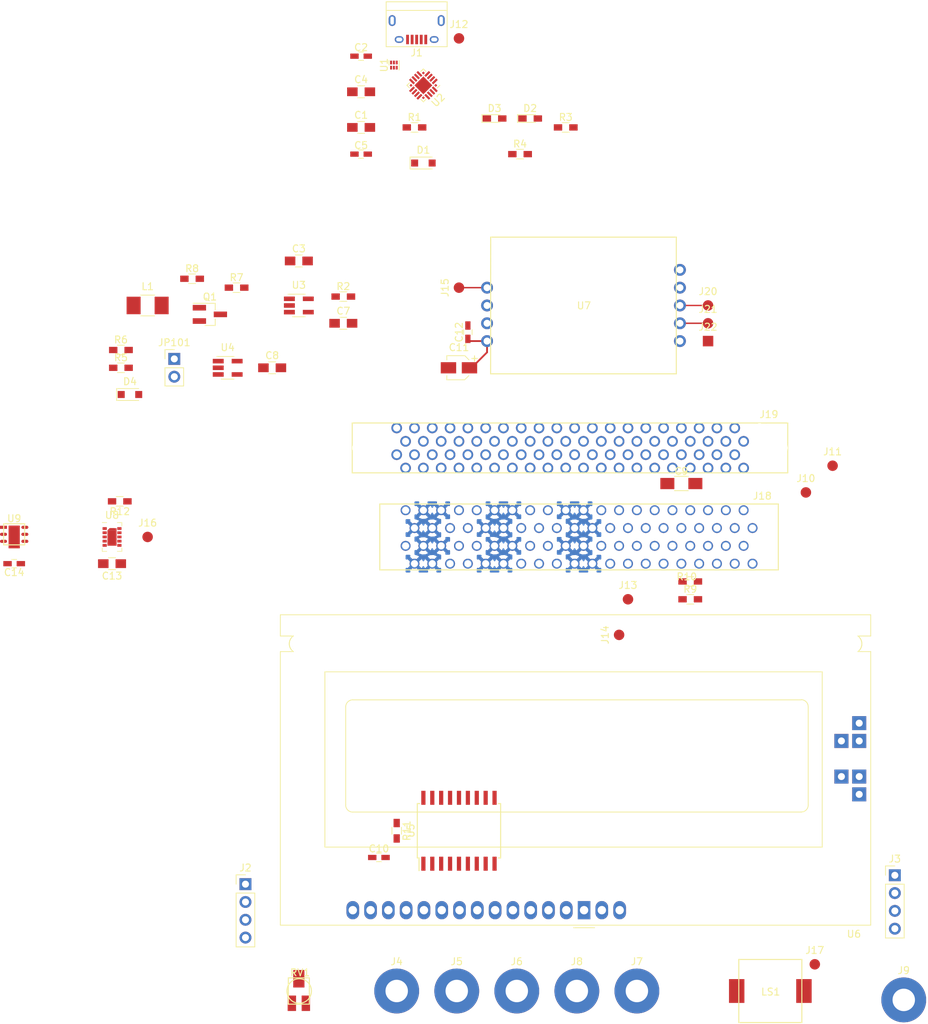
<source format=kicad_pcb>
(kicad_pcb (version 4) (host pcbnew 4.0.7)

  (general
    (links 231)
    (no_connects 202)
    (area 0 0 0 0)
    (thickness 1.6)
    (drawings 0)
    (tracks 8)
    (zones 0)
    (modules 65)
    (nets 122)
  )

  (page A4)
  (layers
    (0 F.Cu signal)
    (31 B.Cu signal)
    (32 B.Adhes user hide)
    (33 F.Adhes user)
    (34 B.Paste user hide)
    (35 F.Paste user)
    (36 B.SilkS user hide)
    (37 F.SilkS user)
    (38 B.Mask user hide)
    (39 F.Mask user)
    (40 Dwgs.User user hide)
    (41 Cmts.User user hide)
    (42 Eco1.User user hide)
    (43 Eco2.User user hide)
    (44 Edge.Cuts user)
    (45 Margin user)
    (46 B.CrtYd user hide)
    (47 F.CrtYd user)
    (48 B.Fab user hide)
    (49 F.Fab user hide)
  )

  (setup
    (last_trace_width 0.2032)
    (trace_clearance 0.1778)
    (zone_clearance 0.508)
    (zone_45_only no)
    (trace_min 0.1778)
    (segment_width 0.2)
    (edge_width 0.15)
    (via_size 0.75438)
    (via_drill 0.50038)
    (via_min_size 0.5588)
    (via_min_drill 0.3048)
    (uvia_size 0.3)
    (uvia_drill 0.1)
    (uvias_allowed no)
    (uvia_min_size 0)
    (uvia_min_drill 0)
    (pcb_text_width 0.3)
    (pcb_text_size 1.5 1.5)
    (mod_edge_width 0.15)
    (mod_text_size 1 1)
    (mod_text_width 0.15)
    (pad_size 1.524 1.524)
    (pad_drill 0.762)
    (pad_to_mask_clearance 0.2)
    (aux_axis_origin 0 0)
    (visible_elements FFFFFF7F)
    (pcbplotparams
      (layerselection 0x00030_80000001)
      (usegerberextensions false)
      (excludeedgelayer true)
      (linewidth 0.100000)
      (plotframeref false)
      (viasonmask false)
      (mode 1)
      (useauxorigin false)
      (hpglpennumber 1)
      (hpglpenspeed 20)
      (hpglpendiameter 15)
      (hpglpenoverlay 2)
      (psnegative false)
      (psa4output false)
      (plotreference true)
      (plotvalue true)
      (plotinvisibletext false)
      (padsonsilk false)
      (subtractmaskfromsilk false)
      (outputformat 1)
      (mirror false)
      (drillshape 1)
      (scaleselection 1)
      (outputdirectory ""))
  )

  (net 0 "")
  (net 1 VBUS)
  (net 2 GND)
  (net 3 +3V3)
  (net 4 +5V)
  (net 5 "Net-(D1-Pad2)")
  (net 6 "Net-(D2-Pad1)")
  (net 7 "Net-(D2-Pad2)")
  (net 8 "Net-(D3-Pad1)")
  (net 9 "Net-(D3-Pad2)")
  (net 10 "Net-(D4-Pad1)")
  (net 11 "Net-(D4-Pad2)")
  (net 12 "Net-(J1-Pad2)")
  (net 13 "Net-(J1-Pad3)")
  (net 14 SDA)
  (net 15 SCL)
  (net 16 /P01)
  (net 17 /P02)
  (net 18 /P08)
  (net 19 COMPUTER_TXO)
  (net 20 COMPUTER_RXI)
  (net 21 CO2_SENSOR)
  (net 22 nCCS811)
  (net 23 BUZZER)
  (net 24 "Net-(J18-Padb1)")
  (net 25 "Net-(J18-Padb7)")
  (net 26 "Net-(J18-Padb9)")
  (net 27 "Net-(J18-Padb15)")
  (net 28 "Net-(J18-Padb17)")
  (net 29 "Net-(J18-Padb23)")
  (net 30 "Net-(J18-Padb25)")
  (net 31 "Net-(J18-Padb27)")
  (net 32 "Net-(J18-Padb33)")
  (net 33 "Net-(J18-Padb35)")
  (net 34 "Net-(J18-Padb6)")
  (net 35 "Net-(J18-Padb8)")
  (net 36 "Net-(J18-Padb14)")
  (net 37 "Net-(J18-Padb16)")
  (net 38 "Net-(J18-Padb18)")
  (net 39 "Net-(J18-Padb24)")
  (net 40 "Net-(J18-Padb26)")
  (net 41 "Net-(J18-Padb32)")
  (net 42 "Net-(J18-Padb34)")
  (net 43 "Net-(J18-Padb40)")
  (net 44 "Net-(J18-Pada1)")
  (net 45 "Net-(J18-Pada15)")
  (net 46 "Net-(J18-Pada8)")
  (net 47 "Net-(J18-Pada7)")
  (net 48 "Net-(J18-Pada9)")
  (net 49 "Net-(J18-Pada6)")
  (net 50 "Net-(J18-Pada18)")
  (net 51 "Net-(J18-Pada17)")
  (net 52 "Net-(J18-Pada16)")
  (net 53 "Net-(J19-Padb1)")
  (net 54 "Net-(J19-Padb7)")
  (net 55 "Net-(J19-Padb9)")
  (net 56 "Net-(J19-Padb15)")
  (net 57 "Net-(J19-Padb17)")
  (net 58 "Net-(J19-Padb23)")
  (net 59 "Net-(J19-Padb25)")
  (net 60 "Net-(J19-Padb27)")
  (net 61 "Net-(J19-Padb33)")
  (net 62 "Net-(J19-Padb35)")
  (net 63 "Net-(J19-Padb6)")
  (net 64 "Net-(J19-Padb8)")
  (net 65 "Net-(J19-Padb14)")
  (net 66 "Net-(J19-Padb16)")
  (net 67 "Net-(J19-Padb18)")
  (net 68 "Net-(J19-Padb24)")
  (net 69 "Net-(J19-Padb26)")
  (net 70 "Net-(J19-Padb32)")
  (net 71 "Net-(J19-Padb34)")
  (net 72 "Net-(J19-Padb40)")
  (net 73 "Net-(J19-Pada1)")
  (net 74 "Net-(J19-Pada7)")
  (net 75 "Net-(J19-Pada9)")
  (net 76 "Net-(J19-Pada15)")
  (net 77 "Net-(J19-Pada17)")
  (net 78 "Net-(J19-Pada6)")
  (net 79 "Net-(J19-Pada8)")
  (net 80 "Net-(J19-Pada16)")
  (net 81 "Net-(J19-Pada18)")
  (net 82 "Net-(J20-Pad1)")
  (net 83 "Net-(J21-Pad1)")
  (net 84 "Net-(Q1-Pad1)")
  (net 85 "Net-(Q1-Pad2)")
  (net 86 "Net-(R1-Pad1)")
  (net 87 "Net-(R5-Pad2)")
  (net 88 "Net-(R11-Pad2)")
  (net 89 "Net-(RV1-Pad2)")
  (net 90 "Net-(U1-Pad2)")
  (net 91 "Net-(U1-Pad3)")
  (net 92 "Net-(U2-Pad1)")
  (net 93 "Net-(U2-Pad2)")
  (net 94 "Net-(U2-Pad10)")
  (net 95 "Net-(U2-Pad11)")
  (net 96 "Net-(U2-Pad13)")
  (net 97 "Net-(U2-Pad14)")
  (net 98 "Net-(U2-Pad15)")
  (net 99 "Net-(U2-Pad16)")
  (net 100 "Net-(U3-Pad4)")
  (net 101 "Net-(U5-Pad8)")
  (net 102 "Net-(U5-Pad10)")
  (net 103 "Net-(U5-Pad11)")
  (net 104 "Net-(U5-Pad12)")
  (net 105 "Net-(U5-Pad13)")
  (net 106 "Net-(U5-Pad14)")
  (net 107 "Net-(U5-Pad15)")
  (net 108 "Net-(U5-Pad16)")
  (net 109 "Net-(U5-Pad17)")
  (net 110 "Net-(U6-Pad7)")
  (net 111 "Net-(U6-Pad8)")
  (net 112 "Net-(U6-Pad9)")
  (net 113 "Net-(U6-Pad10)")
  (net 114 "Net-(U7-Pad1)")
  (net 115 "Net-(U7-Pad2)")
  (net 116 "Net-(U7-Pad5)")
  (net 117 "Net-(U7-Pad7)")
  (net 118 "Net-(U8-Pad4)")
  (net 119 "Net-(U8-Pad3)")
  (net 120 "Net-(U8-Pad8)")
  (net 121 "Net-(U9-PadEP)")

  (net_class Default "This is the default net class."
    (clearance 0.1778)
    (trace_width 0.2032)
    (via_dia 0.75438)
    (via_drill 0.50038)
    (uvia_dia 0.3)
    (uvia_drill 0.1)
    (add_net +3V3)
    (add_net /P01)
    (add_net /P02)
    (add_net /P08)
    (add_net BUZZER)
    (add_net CO2_SENSOR)
    (add_net COMPUTER_RXI)
    (add_net COMPUTER_TXO)
    (add_net GND)
    (add_net "Net-(D1-Pad2)")
    (add_net "Net-(D2-Pad1)")
    (add_net "Net-(D2-Pad2)")
    (add_net "Net-(D3-Pad1)")
    (add_net "Net-(D3-Pad2)")
    (add_net "Net-(D4-Pad1)")
    (add_net "Net-(D4-Pad2)")
    (add_net "Net-(J1-Pad2)")
    (add_net "Net-(J1-Pad3)")
    (add_net "Net-(J18-Pada1)")
    (add_net "Net-(J18-Pada15)")
    (add_net "Net-(J18-Pada16)")
    (add_net "Net-(J18-Pada17)")
    (add_net "Net-(J18-Pada18)")
    (add_net "Net-(J18-Pada6)")
    (add_net "Net-(J18-Pada7)")
    (add_net "Net-(J18-Pada8)")
    (add_net "Net-(J18-Pada9)")
    (add_net "Net-(J18-Padb1)")
    (add_net "Net-(J18-Padb14)")
    (add_net "Net-(J18-Padb15)")
    (add_net "Net-(J18-Padb16)")
    (add_net "Net-(J18-Padb17)")
    (add_net "Net-(J18-Padb18)")
    (add_net "Net-(J18-Padb23)")
    (add_net "Net-(J18-Padb24)")
    (add_net "Net-(J18-Padb25)")
    (add_net "Net-(J18-Padb26)")
    (add_net "Net-(J18-Padb27)")
    (add_net "Net-(J18-Padb32)")
    (add_net "Net-(J18-Padb33)")
    (add_net "Net-(J18-Padb34)")
    (add_net "Net-(J18-Padb35)")
    (add_net "Net-(J18-Padb40)")
    (add_net "Net-(J18-Padb6)")
    (add_net "Net-(J18-Padb7)")
    (add_net "Net-(J18-Padb8)")
    (add_net "Net-(J18-Padb9)")
    (add_net "Net-(J19-Pada1)")
    (add_net "Net-(J19-Pada15)")
    (add_net "Net-(J19-Pada16)")
    (add_net "Net-(J19-Pada17)")
    (add_net "Net-(J19-Pada18)")
    (add_net "Net-(J19-Pada6)")
    (add_net "Net-(J19-Pada7)")
    (add_net "Net-(J19-Pada8)")
    (add_net "Net-(J19-Pada9)")
    (add_net "Net-(J19-Padb1)")
    (add_net "Net-(J19-Padb14)")
    (add_net "Net-(J19-Padb15)")
    (add_net "Net-(J19-Padb16)")
    (add_net "Net-(J19-Padb17)")
    (add_net "Net-(J19-Padb18)")
    (add_net "Net-(J19-Padb23)")
    (add_net "Net-(J19-Padb24)")
    (add_net "Net-(J19-Padb25)")
    (add_net "Net-(J19-Padb26)")
    (add_net "Net-(J19-Padb27)")
    (add_net "Net-(J19-Padb32)")
    (add_net "Net-(J19-Padb33)")
    (add_net "Net-(J19-Padb34)")
    (add_net "Net-(J19-Padb35)")
    (add_net "Net-(J19-Padb40)")
    (add_net "Net-(J19-Padb6)")
    (add_net "Net-(J19-Padb7)")
    (add_net "Net-(J19-Padb8)")
    (add_net "Net-(J19-Padb9)")
    (add_net "Net-(J20-Pad1)")
    (add_net "Net-(J21-Pad1)")
    (add_net "Net-(Q1-Pad1)")
    (add_net "Net-(Q1-Pad2)")
    (add_net "Net-(R1-Pad1)")
    (add_net "Net-(R11-Pad2)")
    (add_net "Net-(R5-Pad2)")
    (add_net "Net-(RV1-Pad2)")
    (add_net "Net-(U1-Pad2)")
    (add_net "Net-(U1-Pad3)")
    (add_net "Net-(U2-Pad1)")
    (add_net "Net-(U2-Pad10)")
    (add_net "Net-(U2-Pad11)")
    (add_net "Net-(U2-Pad13)")
    (add_net "Net-(U2-Pad14)")
    (add_net "Net-(U2-Pad15)")
    (add_net "Net-(U2-Pad16)")
    (add_net "Net-(U2-Pad2)")
    (add_net "Net-(U3-Pad4)")
    (add_net "Net-(U5-Pad10)")
    (add_net "Net-(U5-Pad11)")
    (add_net "Net-(U5-Pad12)")
    (add_net "Net-(U5-Pad13)")
    (add_net "Net-(U5-Pad14)")
    (add_net "Net-(U5-Pad15)")
    (add_net "Net-(U5-Pad16)")
    (add_net "Net-(U5-Pad17)")
    (add_net "Net-(U5-Pad8)")
    (add_net "Net-(U6-Pad10)")
    (add_net "Net-(U6-Pad7)")
    (add_net "Net-(U6-Pad8)")
    (add_net "Net-(U6-Pad9)")
    (add_net "Net-(U7-Pad1)")
    (add_net "Net-(U7-Pad2)")
    (add_net "Net-(U7-Pad5)")
    (add_net "Net-(U7-Pad7)")
    (add_net "Net-(U8-Pad3)")
    (add_net "Net-(U8-Pad4)")
    (add_net "Net-(U8-Pad8)")
    (add_net "Net-(U9-PadEP)")
    (add_net SCL)
    (add_net SDA)
    (add_net VBUS)
    (add_net nCCS811)
  )

  (net_class Power ""
    (clearance 0.1778)
    (trace_width 0.254)
    (via_dia 0.75438)
    (via_drill 0.50038)
    (uvia_dia 0.3)
    (uvia_drill 0.1)
    (add_net +5V)
  )

  (module Capacitors_SMD:C_0805_HandSoldering (layer F.Cu) (tedit 58AA84A8) (tstamp 5A8325BA)
    (at 106.68 35.56)
    (descr "Capacitor SMD 0805, hand soldering")
    (tags "capacitor 0805")
    (path /5A7BAC71)
    (attr smd)
    (fp_text reference C1 (at 0 -1.75) (layer F.SilkS)
      (effects (font (size 1 1) (thickness 0.15)))
    )
    (fp_text value 4.7uF (at 0 1.75) (layer F.Fab)
      (effects (font (size 1 1) (thickness 0.15)))
    )
    (fp_text user %R (at 0 -1.75) (layer F.Fab)
      (effects (font (size 1 1) (thickness 0.15)))
    )
    (fp_line (start -1 0.62) (end -1 -0.62) (layer F.Fab) (width 0.1))
    (fp_line (start 1 0.62) (end -1 0.62) (layer F.Fab) (width 0.1))
    (fp_line (start 1 -0.62) (end 1 0.62) (layer F.Fab) (width 0.1))
    (fp_line (start -1 -0.62) (end 1 -0.62) (layer F.Fab) (width 0.1))
    (fp_line (start 0.5 -0.85) (end -0.5 -0.85) (layer F.SilkS) (width 0.12))
    (fp_line (start -0.5 0.85) (end 0.5 0.85) (layer F.SilkS) (width 0.12))
    (fp_line (start -2.25 -0.88) (end 2.25 -0.88) (layer F.CrtYd) (width 0.05))
    (fp_line (start -2.25 -0.88) (end -2.25 0.87) (layer F.CrtYd) (width 0.05))
    (fp_line (start 2.25 0.87) (end 2.25 -0.88) (layer F.CrtYd) (width 0.05))
    (fp_line (start 2.25 0.87) (end -2.25 0.87) (layer F.CrtYd) (width 0.05))
    (pad 1 smd rect (at -1.25 0) (size 1.5 1.25) (layers F.Cu F.Paste F.Mask)
      (net 1 VBUS))
    (pad 2 smd rect (at 1.25 0) (size 1.5 1.25) (layers F.Cu F.Paste F.Mask)
      (net 2 GND))
    (model Capacitors_SMD.3dshapes/C_0805.wrl
      (at (xyz 0 0 0))
      (scale (xyz 1 1 1))
      (rotate (xyz 0 0 0))
    )
  )

  (module Capacitors_SMD:C_0603_HandSoldering (layer F.Cu) (tedit 58AA848B) (tstamp 5A8325C0)
    (at 106.68 25.4)
    (descr "Capacitor SMD 0603, hand soldering")
    (tags "capacitor 0603")
    (path /5A7BAC72)
    (attr smd)
    (fp_text reference C2 (at 0 -1.25) (layer F.SilkS)
      (effects (font (size 1 1) (thickness 0.15)))
    )
    (fp_text value 0.1uF (at 0 1.5) (layer F.Fab)
      (effects (font (size 1 1) (thickness 0.15)))
    )
    (fp_text user %R (at 0 -1.25) (layer F.Fab)
      (effects (font (size 1 1) (thickness 0.15)))
    )
    (fp_line (start -0.8 0.4) (end -0.8 -0.4) (layer F.Fab) (width 0.1))
    (fp_line (start 0.8 0.4) (end -0.8 0.4) (layer F.Fab) (width 0.1))
    (fp_line (start 0.8 -0.4) (end 0.8 0.4) (layer F.Fab) (width 0.1))
    (fp_line (start -0.8 -0.4) (end 0.8 -0.4) (layer F.Fab) (width 0.1))
    (fp_line (start -0.35 -0.6) (end 0.35 -0.6) (layer F.SilkS) (width 0.12))
    (fp_line (start 0.35 0.6) (end -0.35 0.6) (layer F.SilkS) (width 0.12))
    (fp_line (start -1.8 -0.65) (end 1.8 -0.65) (layer F.CrtYd) (width 0.05))
    (fp_line (start -1.8 -0.65) (end -1.8 0.65) (layer F.CrtYd) (width 0.05))
    (fp_line (start 1.8 0.65) (end 1.8 -0.65) (layer F.CrtYd) (width 0.05))
    (fp_line (start 1.8 0.65) (end -1.8 0.65) (layer F.CrtYd) (width 0.05))
    (pad 1 smd rect (at -0.95 0) (size 1.2 0.75) (layers F.Cu F.Paste F.Mask)
      (net 1 VBUS))
    (pad 2 smd rect (at 0.95 0) (size 1.2 0.75) (layers F.Cu F.Paste F.Mask)
      (net 2 GND))
    (model Capacitors_SMD.3dshapes/C_0603.wrl
      (at (xyz 0 0 0))
      (scale (xyz 1 1 1))
      (rotate (xyz 0 0 0))
    )
  )

  (module Capacitors_SMD:C_0805_HandSoldering (layer F.Cu) (tedit 58AA84A8) (tstamp 5A8325C6)
    (at 97.79 54.61)
    (descr "Capacitor SMD 0805, hand soldering")
    (tags "capacitor 0805")
    (path /5A7E4A9D)
    (attr smd)
    (fp_text reference C3 (at 0 -1.75) (layer F.SilkS)
      (effects (font (size 1 1) (thickness 0.15)))
    )
    (fp_text value 1uf (at 0 1.75) (layer F.Fab)
      (effects (font (size 1 1) (thickness 0.15)))
    )
    (fp_text user %R (at 0 -1.75) (layer F.Fab)
      (effects (font (size 1 1) (thickness 0.15)))
    )
    (fp_line (start -1 0.62) (end -1 -0.62) (layer F.Fab) (width 0.1))
    (fp_line (start 1 0.62) (end -1 0.62) (layer F.Fab) (width 0.1))
    (fp_line (start 1 -0.62) (end 1 0.62) (layer F.Fab) (width 0.1))
    (fp_line (start -1 -0.62) (end 1 -0.62) (layer F.Fab) (width 0.1))
    (fp_line (start 0.5 -0.85) (end -0.5 -0.85) (layer F.SilkS) (width 0.12))
    (fp_line (start -0.5 0.85) (end 0.5 0.85) (layer F.SilkS) (width 0.12))
    (fp_line (start -2.25 -0.88) (end 2.25 -0.88) (layer F.CrtYd) (width 0.05))
    (fp_line (start -2.25 -0.88) (end -2.25 0.87) (layer F.CrtYd) (width 0.05))
    (fp_line (start 2.25 0.87) (end 2.25 -0.88) (layer F.CrtYd) (width 0.05))
    (fp_line (start 2.25 0.87) (end -2.25 0.87) (layer F.CrtYd) (width 0.05))
    (pad 1 smd rect (at -1.25 0) (size 1.5 1.25) (layers F.Cu F.Paste F.Mask)
      (net 1 VBUS))
    (pad 2 smd rect (at 1.25 0) (size 1.5 1.25) (layers F.Cu F.Paste F.Mask)
      (net 2 GND))
    (model Capacitors_SMD.3dshapes/C_0805.wrl
      (at (xyz 0 0 0))
      (scale (xyz 1 1 1))
      (rotate (xyz 0 0 0))
    )
  )

  (module Capacitors_SMD:C_0805_HandSoldering (layer F.Cu) (tedit 58AA84A8) (tstamp 5A8325CC)
    (at 106.68 30.48)
    (descr "Capacitor SMD 0805, hand soldering")
    (tags "capacitor 0805")
    (path /5A7BAC74)
    (attr smd)
    (fp_text reference C4 (at 0 -1.75) (layer F.SilkS)
      (effects (font (size 1 1) (thickness 0.15)))
    )
    (fp_text value 4.7uF (at 0 1.75) (layer F.Fab)
      (effects (font (size 1 1) (thickness 0.15)))
    )
    (fp_text user %R (at 0 -1.75) (layer F.Fab)
      (effects (font (size 1 1) (thickness 0.15)))
    )
    (fp_line (start -1 0.62) (end -1 -0.62) (layer F.Fab) (width 0.1))
    (fp_line (start 1 0.62) (end -1 0.62) (layer F.Fab) (width 0.1))
    (fp_line (start 1 -0.62) (end 1 0.62) (layer F.Fab) (width 0.1))
    (fp_line (start -1 -0.62) (end 1 -0.62) (layer F.Fab) (width 0.1))
    (fp_line (start 0.5 -0.85) (end -0.5 -0.85) (layer F.SilkS) (width 0.12))
    (fp_line (start -0.5 0.85) (end 0.5 0.85) (layer F.SilkS) (width 0.12))
    (fp_line (start -2.25 -0.88) (end 2.25 -0.88) (layer F.CrtYd) (width 0.05))
    (fp_line (start -2.25 -0.88) (end -2.25 0.87) (layer F.CrtYd) (width 0.05))
    (fp_line (start 2.25 0.87) (end 2.25 -0.88) (layer F.CrtYd) (width 0.05))
    (fp_line (start 2.25 0.87) (end -2.25 0.87) (layer F.CrtYd) (width 0.05))
    (pad 1 smd rect (at -1.25 0) (size 1.5 1.25) (layers F.Cu F.Paste F.Mask)
      (net 3 +3V3))
    (pad 2 smd rect (at 1.25 0) (size 1.5 1.25) (layers F.Cu F.Paste F.Mask)
      (net 2 GND))
    (model Capacitors_SMD.3dshapes/C_0805.wrl
      (at (xyz 0 0 0))
      (scale (xyz 1 1 1))
      (rotate (xyz 0 0 0))
    )
  )

  (module Capacitors_SMD:C_0603_HandSoldering (layer F.Cu) (tedit 58AA848B) (tstamp 5A8325D2)
    (at 106.68 39.37)
    (descr "Capacitor SMD 0603, hand soldering")
    (tags "capacitor 0603")
    (path /5A7BAC75)
    (attr smd)
    (fp_text reference C5 (at 0 -1.25) (layer F.SilkS)
      (effects (font (size 1 1) (thickness 0.15)))
    )
    (fp_text value 0.1uF (at 0 1.5) (layer F.Fab)
      (effects (font (size 1 1) (thickness 0.15)))
    )
    (fp_text user %R (at 0 -1.25) (layer F.Fab)
      (effects (font (size 1 1) (thickness 0.15)))
    )
    (fp_line (start -0.8 0.4) (end -0.8 -0.4) (layer F.Fab) (width 0.1))
    (fp_line (start 0.8 0.4) (end -0.8 0.4) (layer F.Fab) (width 0.1))
    (fp_line (start 0.8 -0.4) (end 0.8 0.4) (layer F.Fab) (width 0.1))
    (fp_line (start -0.8 -0.4) (end 0.8 -0.4) (layer F.Fab) (width 0.1))
    (fp_line (start -0.35 -0.6) (end 0.35 -0.6) (layer F.SilkS) (width 0.12))
    (fp_line (start 0.35 0.6) (end -0.35 0.6) (layer F.SilkS) (width 0.12))
    (fp_line (start -1.8 -0.65) (end 1.8 -0.65) (layer F.CrtYd) (width 0.05))
    (fp_line (start -1.8 -0.65) (end -1.8 0.65) (layer F.CrtYd) (width 0.05))
    (fp_line (start 1.8 0.65) (end 1.8 -0.65) (layer F.CrtYd) (width 0.05))
    (fp_line (start 1.8 0.65) (end -1.8 0.65) (layer F.CrtYd) (width 0.05))
    (pad 1 smd rect (at -0.95 0) (size 1.2 0.75) (layers F.Cu F.Paste F.Mask)
      (net 3 +3V3))
    (pad 2 smd rect (at 0.95 0) (size 1.2 0.75) (layers F.Cu F.Paste F.Mask)
      (net 2 GND))
    (model Capacitors_SMD.3dshapes/C_0603.wrl
      (at (xyz 0 0 0))
      (scale (xyz 1 1 1))
      (rotate (xyz 0 0 0))
    )
  )

  (module Capacitors_SMD:C_0805_HandSoldering (layer F.Cu) (tedit 58AA84A8) (tstamp 5A8325D8)
    (at 104.14 63.5)
    (descr "Capacitor SMD 0805, hand soldering")
    (tags "capacitor 0805")
    (path /5A7BAC59)
    (attr smd)
    (fp_text reference C7 (at 0 -1.75) (layer F.SilkS)
      (effects (font (size 1 1) (thickness 0.15)))
    )
    (fp_text value 1uF (at 0 1.75) (layer F.Fab)
      (effects (font (size 1 1) (thickness 0.15)))
    )
    (fp_text user %R (at 0 -1.75) (layer F.Fab)
      (effects (font (size 1 1) (thickness 0.15)))
    )
    (fp_line (start -1 0.62) (end -1 -0.62) (layer F.Fab) (width 0.1))
    (fp_line (start 1 0.62) (end -1 0.62) (layer F.Fab) (width 0.1))
    (fp_line (start 1 -0.62) (end 1 0.62) (layer F.Fab) (width 0.1))
    (fp_line (start -1 -0.62) (end 1 -0.62) (layer F.Fab) (width 0.1))
    (fp_line (start 0.5 -0.85) (end -0.5 -0.85) (layer F.SilkS) (width 0.12))
    (fp_line (start -0.5 0.85) (end 0.5 0.85) (layer F.SilkS) (width 0.12))
    (fp_line (start -2.25 -0.88) (end 2.25 -0.88) (layer F.CrtYd) (width 0.05))
    (fp_line (start -2.25 -0.88) (end -2.25 0.87) (layer F.CrtYd) (width 0.05))
    (fp_line (start 2.25 0.87) (end 2.25 -0.88) (layer F.CrtYd) (width 0.05))
    (fp_line (start 2.25 0.87) (end -2.25 0.87) (layer F.CrtYd) (width 0.05))
    (pad 1 smd rect (at -1.25 0) (size 1.5 1.25) (layers F.Cu F.Paste F.Mask)
      (net 4 +5V))
    (pad 2 smd rect (at 1.25 0) (size 1.5 1.25) (layers F.Cu F.Paste F.Mask)
      (net 2 GND))
    (model Capacitors_SMD.3dshapes/C_0805.wrl
      (at (xyz 0 0 0))
      (scale (xyz 1 1 1))
      (rotate (xyz 0 0 0))
    )
  )

  (module Capacitors_SMD:C_0805_HandSoldering (layer F.Cu) (tedit 58AA84A8) (tstamp 5A8325DE)
    (at 93.98 69.85)
    (descr "Capacitor SMD 0805, hand soldering")
    (tags "capacitor 0805")
    (path /5A7BAC58)
    (attr smd)
    (fp_text reference C8 (at 0 -1.75) (layer F.SilkS)
      (effects (font (size 1 1) (thickness 0.15)))
    )
    (fp_text value 1uF (at 0 1.75) (layer F.Fab)
      (effects (font (size 1 1) (thickness 0.15)))
    )
    (fp_text user %R (at 0 -1.75) (layer F.Fab)
      (effects (font (size 1 1) (thickness 0.15)))
    )
    (fp_line (start -1 0.62) (end -1 -0.62) (layer F.Fab) (width 0.1))
    (fp_line (start 1 0.62) (end -1 0.62) (layer F.Fab) (width 0.1))
    (fp_line (start 1 -0.62) (end 1 0.62) (layer F.Fab) (width 0.1))
    (fp_line (start -1 -0.62) (end 1 -0.62) (layer F.Fab) (width 0.1))
    (fp_line (start 0.5 -0.85) (end -0.5 -0.85) (layer F.SilkS) (width 0.12))
    (fp_line (start -0.5 0.85) (end 0.5 0.85) (layer F.SilkS) (width 0.12))
    (fp_line (start -2.25 -0.88) (end 2.25 -0.88) (layer F.CrtYd) (width 0.05))
    (fp_line (start -2.25 -0.88) (end -2.25 0.87) (layer F.CrtYd) (width 0.05))
    (fp_line (start 2.25 0.87) (end 2.25 -0.88) (layer F.CrtYd) (width 0.05))
    (fp_line (start 2.25 0.87) (end -2.25 0.87) (layer F.CrtYd) (width 0.05))
    (pad 1 smd rect (at -1.25 0) (size 1.5 1.25) (layers F.Cu F.Paste F.Mask)
      (net 3 +3V3))
    (pad 2 smd rect (at 1.25 0) (size 1.5 1.25) (layers F.Cu F.Paste F.Mask)
      (net 2 GND))
    (model Capacitors_SMD.3dshapes/C_0805.wrl
      (at (xyz 0 0 0))
      (scale (xyz 1 1 1))
      (rotate (xyz 0 0 0))
    )
  )

  (module Capacitors_SMD:C_1206_HandSoldering (layer F.Cu) (tedit 58AA84D1) (tstamp 5A8325E4)
    (at 152.4 86.36)
    (descr "Capacitor SMD 1206, hand soldering")
    (tags "capacitor 1206")
    (path /5A7BAC66)
    (attr smd)
    (fp_text reference C9 (at 0 -1.75) (layer F.SilkS)
      (effects (font (size 1 1) (thickness 0.15)))
    )
    (fp_text value DNP (at 0 2) (layer F.Fab)
      (effects (font (size 1 1) (thickness 0.15)))
    )
    (fp_text user %R (at 0 -1.75) (layer F.Fab)
      (effects (font (size 1 1) (thickness 0.15)))
    )
    (fp_line (start -1.6 0.8) (end -1.6 -0.8) (layer F.Fab) (width 0.1))
    (fp_line (start 1.6 0.8) (end -1.6 0.8) (layer F.Fab) (width 0.1))
    (fp_line (start 1.6 -0.8) (end 1.6 0.8) (layer F.Fab) (width 0.1))
    (fp_line (start -1.6 -0.8) (end 1.6 -0.8) (layer F.Fab) (width 0.1))
    (fp_line (start 1 -1.02) (end -1 -1.02) (layer F.SilkS) (width 0.12))
    (fp_line (start -1 1.02) (end 1 1.02) (layer F.SilkS) (width 0.12))
    (fp_line (start -3.25 -1.05) (end 3.25 -1.05) (layer F.CrtYd) (width 0.05))
    (fp_line (start -3.25 -1.05) (end -3.25 1.05) (layer F.CrtYd) (width 0.05))
    (fp_line (start 3.25 1.05) (end 3.25 -1.05) (layer F.CrtYd) (width 0.05))
    (fp_line (start 3.25 1.05) (end -3.25 1.05) (layer F.CrtYd) (width 0.05))
    (pad 1 smd rect (at -2 0) (size 2 1.6) (layers F.Cu F.Paste F.Mask)
      (net 3 +3V3))
    (pad 2 smd rect (at 2 0) (size 2 1.6) (layers F.Cu F.Paste F.Mask)
      (net 2 GND))
    (model Capacitors_SMD.3dshapes/C_1206.wrl
      (at (xyz 0 0 0))
      (scale (xyz 1 1 1))
      (rotate (xyz 0 0 0))
    )
  )

  (module Capacitors_SMD:C_0603_HandSoldering (layer F.Cu) (tedit 58AA848B) (tstamp 5A8325EA)
    (at 109.22 139.7)
    (descr "Capacitor SMD 0603, hand soldering")
    (tags "capacitor 0603")
    (path /5A7C7D4B/5A7E61BD)
    (attr smd)
    (fp_text reference C10 (at 0 -1.25) (layer F.SilkS)
      (effects (font (size 1 1) (thickness 0.15)))
    )
    (fp_text value 0.1uF (at 0 1.5) (layer F.Fab)
      (effects (font (size 1 1) (thickness 0.15)))
    )
    (fp_text user %R (at 0 -1.25) (layer F.Fab)
      (effects (font (size 1 1) (thickness 0.15)))
    )
    (fp_line (start -0.8 0.4) (end -0.8 -0.4) (layer F.Fab) (width 0.1))
    (fp_line (start 0.8 0.4) (end -0.8 0.4) (layer F.Fab) (width 0.1))
    (fp_line (start 0.8 -0.4) (end 0.8 0.4) (layer F.Fab) (width 0.1))
    (fp_line (start -0.8 -0.4) (end 0.8 -0.4) (layer F.Fab) (width 0.1))
    (fp_line (start -0.35 -0.6) (end 0.35 -0.6) (layer F.SilkS) (width 0.12))
    (fp_line (start 0.35 0.6) (end -0.35 0.6) (layer F.SilkS) (width 0.12))
    (fp_line (start -1.8 -0.65) (end 1.8 -0.65) (layer F.CrtYd) (width 0.05))
    (fp_line (start -1.8 -0.65) (end -1.8 0.65) (layer F.CrtYd) (width 0.05))
    (fp_line (start 1.8 0.65) (end 1.8 -0.65) (layer F.CrtYd) (width 0.05))
    (fp_line (start 1.8 0.65) (end -1.8 0.65) (layer F.CrtYd) (width 0.05))
    (pad 1 smd rect (at -0.95 0) (size 1.2 0.75) (layers F.Cu F.Paste F.Mask)
      (net 3 +3V3))
    (pad 2 smd rect (at 0.95 0) (size 1.2 0.75) (layers F.Cu F.Paste F.Mask)
      (net 2 GND))
    (model Capacitors_SMD.3dshapes/C_0603.wrl
      (at (xyz 0 0 0))
      (scale (xyz 1 1 1))
      (rotate (xyz 0 0 0))
    )
  )

  (module Capacitors_SMD:CP_Elec_3x5.3 (layer F.Cu) (tedit 58AA85CF) (tstamp 5A8325F0)
    (at 120.65 69.85 180)
    (descr "SMT capacitor, aluminium electrolytic, 3x5.3")
    (path /5A7DC600/5A7DCB17)
    (attr smd)
    (fp_text reference C11 (at 0 2.9 180) (layer F.SilkS)
      (effects (font (size 1 1) (thickness 0.15)))
    )
    (fp_text value CP (at -0.03 -2.9 180) (layer F.Fab)
      (effects (font (size 1 1) (thickness 0.15)))
    )
    (fp_circle (center 0 0) (end 0.3 1.5) (layer F.Fab) (width 0.1))
    (fp_text user + (at -0.94 -0.08 180) (layer F.Fab)
      (effects (font (size 1 1) (thickness 0.15)))
    )
    (fp_text user + (at -2.22 1.4 180) (layer F.SilkS)
      (effects (font (size 1 1) (thickness 0.15)))
    )
    (fp_text user %R (at 0 2.9 180) (layer F.Fab)
      (effects (font (size 1 1) (thickness 0.15)))
    )
    (fp_line (start -1.56 -0.75) (end -1.56 0.77) (layer F.Fab) (width 0.1))
    (fp_line (start -0.75 -1.56) (end -1.56 -0.75) (layer F.Fab) (width 0.1))
    (fp_line (start -0.76 1.57) (end -1.56 0.77) (layer F.Fab) (width 0.1))
    (fp_line (start 1.57 1.57) (end 1.57 -1.56) (layer F.Fab) (width 0.1))
    (fp_line (start 1.56 1.57) (end -0.76 1.57) (layer F.Fab) (width 0.1))
    (fp_line (start 1.57 -1.56) (end -0.75 -1.56) (layer F.Fab) (width 0.1))
    (fp_line (start -0.83 1.73) (end -1.44 1.12) (layer F.SilkS) (width 0.12))
    (fp_line (start 1.73 1.73) (end 1.73 1.12) (layer F.SilkS) (width 0.12))
    (fp_line (start -0.81 -1.71) (end -1.41 -1.12) (layer F.SilkS) (width 0.12))
    (fp_line (start 1.73 -1.71) (end 1.73 -1.12) (layer F.SilkS) (width 0.12))
    (fp_line (start -0.83 1.73) (end 1.71 1.73) (layer F.SilkS) (width 0.12))
    (fp_line (start 1.73 -1.71) (end -0.81 -1.71) (layer F.SilkS) (width 0.12))
    (fp_line (start -2.85 -1.82) (end 2.85 -1.82) (layer F.CrtYd) (width 0.05))
    (fp_line (start -2.85 -1.82) (end -2.85 1.82) (layer F.CrtYd) (width 0.05))
    (fp_line (start 2.85 1.82) (end 2.85 -1.82) (layer F.CrtYd) (width 0.05))
    (fp_line (start 2.85 1.82) (end -2.85 1.82) (layer F.CrtYd) (width 0.05))
    (pad 2 smd rect (at 1.5 0 180) (size 2.2 1.6) (layers F.Cu F.Paste F.Mask)
      (net 2 GND))
    (pad 1 smd rect (at -1.5 0 180) (size 2.2 1.6) (layers F.Cu F.Paste F.Mask)
      (net 4 +5V))
    (model Capacitors_SMD.3dshapes/CP_Elec_3x5.3.wrl
      (at (xyz 0 0 0))
      (scale (xyz 1 1 1))
      (rotate (xyz 0 0 180))
    )
  )

  (module Capacitors_SMD:C_0603_HandSoldering (layer F.Cu) (tedit 58AA848B) (tstamp 5A8325F6)
    (at 121.92 64.77 90)
    (descr "Capacitor SMD 0603, hand soldering")
    (tags "capacitor 0603")
    (path /5A7DC600/5A7DCB19)
    (attr smd)
    (fp_text reference C12 (at 0 -1.25 90) (layer F.SilkS)
      (effects (font (size 1 1) (thickness 0.15)))
    )
    (fp_text value 0.1uF (at 0 1.5 90) (layer F.Fab)
      (effects (font (size 1 1) (thickness 0.15)))
    )
    (fp_text user %R (at 0 -1.25 90) (layer F.Fab)
      (effects (font (size 1 1) (thickness 0.15)))
    )
    (fp_line (start -0.8 0.4) (end -0.8 -0.4) (layer F.Fab) (width 0.1))
    (fp_line (start 0.8 0.4) (end -0.8 0.4) (layer F.Fab) (width 0.1))
    (fp_line (start 0.8 -0.4) (end 0.8 0.4) (layer F.Fab) (width 0.1))
    (fp_line (start -0.8 -0.4) (end 0.8 -0.4) (layer F.Fab) (width 0.1))
    (fp_line (start -0.35 -0.6) (end 0.35 -0.6) (layer F.SilkS) (width 0.12))
    (fp_line (start 0.35 0.6) (end -0.35 0.6) (layer F.SilkS) (width 0.12))
    (fp_line (start -1.8 -0.65) (end 1.8 -0.65) (layer F.CrtYd) (width 0.05))
    (fp_line (start -1.8 -0.65) (end -1.8 0.65) (layer F.CrtYd) (width 0.05))
    (fp_line (start 1.8 0.65) (end 1.8 -0.65) (layer F.CrtYd) (width 0.05))
    (fp_line (start 1.8 0.65) (end -1.8 0.65) (layer F.CrtYd) (width 0.05))
    (pad 1 smd rect (at -0.95 0 90) (size 1.2 0.75) (layers F.Cu F.Paste F.Mask)
      (net 4 +5V))
    (pad 2 smd rect (at 0.95 0 90) (size 1.2 0.75) (layers F.Cu F.Paste F.Mask)
      (net 2 GND))
    (model Capacitors_SMD.3dshapes/C_0603.wrl
      (at (xyz 0 0 0))
      (scale (xyz 1 1 1))
      (rotate (xyz 0 0 0))
    )
  )

  (module Capacitors_SMD:C_0805_HandSoldering (layer F.Cu) (tedit 58AA84A8) (tstamp 5A8325FC)
    (at 71.12 97.79 180)
    (descr "Capacitor SMD 0805, hand soldering")
    (tags "capacitor 0805")
    (path /5A7DC600/5A7E16B5)
    (attr smd)
    (fp_text reference C13 (at 0 -1.75 180) (layer F.SilkS)
      (effects (font (size 1 1) (thickness 0.15)))
    )
    (fp_text value 4.7u (at 0 1.75 180) (layer F.Fab)
      (effects (font (size 1 1) (thickness 0.15)))
    )
    (fp_text user %R (at 0 -1.75 180) (layer F.Fab)
      (effects (font (size 1 1) (thickness 0.15)))
    )
    (fp_line (start -1 0.62) (end -1 -0.62) (layer F.Fab) (width 0.1))
    (fp_line (start 1 0.62) (end -1 0.62) (layer F.Fab) (width 0.1))
    (fp_line (start 1 -0.62) (end 1 0.62) (layer F.Fab) (width 0.1))
    (fp_line (start -1 -0.62) (end 1 -0.62) (layer F.Fab) (width 0.1))
    (fp_line (start 0.5 -0.85) (end -0.5 -0.85) (layer F.SilkS) (width 0.12))
    (fp_line (start -0.5 0.85) (end 0.5 0.85) (layer F.SilkS) (width 0.12))
    (fp_line (start -2.25 -0.88) (end 2.25 -0.88) (layer F.CrtYd) (width 0.05))
    (fp_line (start -2.25 -0.88) (end -2.25 0.87) (layer F.CrtYd) (width 0.05))
    (fp_line (start 2.25 0.87) (end 2.25 -0.88) (layer F.CrtYd) (width 0.05))
    (fp_line (start 2.25 0.87) (end -2.25 0.87) (layer F.CrtYd) (width 0.05))
    (pad 1 smd rect (at -1.25 0 180) (size 1.5 1.25) (layers F.Cu F.Paste F.Mask)
      (net 3 +3V3))
    (pad 2 smd rect (at 1.25 0 180) (size 1.5 1.25) (layers F.Cu F.Paste F.Mask)
      (net 2 GND))
    (model Capacitors_SMD.3dshapes/C_0805.wrl
      (at (xyz 0 0 0))
      (scale (xyz 1 1 1))
      (rotate (xyz 0 0 0))
    )
  )

  (module Capacitors_SMD:C_0603_HandSoldering (layer F.Cu) (tedit 58AA848B) (tstamp 5A832602)
    (at 57.15 97.79 180)
    (descr "Capacitor SMD 0603, hand soldering")
    (tags "capacitor 0603")
    (path /5A7DC600/5A7DCB0C)
    (attr smd)
    (fp_text reference C14 (at 0 -1.25 180) (layer F.SilkS)
      (effects (font (size 1 1) (thickness 0.15)))
    )
    (fp_text value 0.1uF (at 0 1.5 180) (layer F.Fab)
      (effects (font (size 1 1) (thickness 0.15)))
    )
    (fp_text user %R (at 0 -1.25 180) (layer F.Fab)
      (effects (font (size 1 1) (thickness 0.15)))
    )
    (fp_line (start -0.8 0.4) (end -0.8 -0.4) (layer F.Fab) (width 0.1))
    (fp_line (start 0.8 0.4) (end -0.8 0.4) (layer F.Fab) (width 0.1))
    (fp_line (start 0.8 -0.4) (end 0.8 0.4) (layer F.Fab) (width 0.1))
    (fp_line (start -0.8 -0.4) (end 0.8 -0.4) (layer F.Fab) (width 0.1))
    (fp_line (start -0.35 -0.6) (end 0.35 -0.6) (layer F.SilkS) (width 0.12))
    (fp_line (start 0.35 0.6) (end -0.35 0.6) (layer F.SilkS) (width 0.12))
    (fp_line (start -1.8 -0.65) (end 1.8 -0.65) (layer F.CrtYd) (width 0.05))
    (fp_line (start -1.8 -0.65) (end -1.8 0.65) (layer F.CrtYd) (width 0.05))
    (fp_line (start 1.8 0.65) (end 1.8 -0.65) (layer F.CrtYd) (width 0.05))
    (fp_line (start 1.8 0.65) (end -1.8 0.65) (layer F.CrtYd) (width 0.05))
    (pad 1 smd rect (at -0.95 0 180) (size 1.2 0.75) (layers F.Cu F.Paste F.Mask)
      (net 3 +3V3))
    (pad 2 smd rect (at 0.95 0 180) (size 1.2 0.75) (layers F.Cu F.Paste F.Mask)
      (net 2 GND))
    (model Capacitors_SMD.3dshapes/C_0603.wrl
      (at (xyz 0 0 0))
      (scale (xyz 1 1 1))
      (rotate (xyz 0 0 0))
    )
  )

  (module Diodes_SMD:D_SOD-323_HandSoldering (layer F.Cu) (tedit 58641869) (tstamp 5A832608)
    (at 115.57 40.64)
    (descr SOD-323)
    (tags SOD-323)
    (path /5A7CF6D6)
    (attr smd)
    (fp_text reference D1 (at 0 -1.85) (layer F.SilkS)
      (effects (font (size 1 1) (thickness 0.15)))
    )
    (fp_text value BAT60A (at 0.1 1.9) (layer F.Fab)
      (effects (font (size 1 1) (thickness 0.15)))
    )
    (fp_text user %R (at 0 -1.85) (layer F.Fab)
      (effects (font (size 1 1) (thickness 0.15)))
    )
    (fp_line (start -1.9 -0.85) (end -1.9 0.85) (layer F.SilkS) (width 0.12))
    (fp_line (start 0.2 0) (end 0.45 0) (layer F.Fab) (width 0.1))
    (fp_line (start 0.2 0.35) (end -0.3 0) (layer F.Fab) (width 0.1))
    (fp_line (start 0.2 -0.35) (end 0.2 0.35) (layer F.Fab) (width 0.1))
    (fp_line (start -0.3 0) (end 0.2 -0.35) (layer F.Fab) (width 0.1))
    (fp_line (start -0.3 0) (end -0.5 0) (layer F.Fab) (width 0.1))
    (fp_line (start -0.3 -0.35) (end -0.3 0.35) (layer F.Fab) (width 0.1))
    (fp_line (start -0.9 0.7) (end -0.9 -0.7) (layer F.Fab) (width 0.1))
    (fp_line (start 0.9 0.7) (end -0.9 0.7) (layer F.Fab) (width 0.1))
    (fp_line (start 0.9 -0.7) (end 0.9 0.7) (layer F.Fab) (width 0.1))
    (fp_line (start -0.9 -0.7) (end 0.9 -0.7) (layer F.Fab) (width 0.1))
    (fp_line (start -2 -0.95) (end 2 -0.95) (layer F.CrtYd) (width 0.05))
    (fp_line (start 2 -0.95) (end 2 0.95) (layer F.CrtYd) (width 0.05))
    (fp_line (start -2 0.95) (end 2 0.95) (layer F.CrtYd) (width 0.05))
    (fp_line (start -2 -0.95) (end -2 0.95) (layer F.CrtYd) (width 0.05))
    (fp_line (start -1.9 0.85) (end 1.25 0.85) (layer F.SilkS) (width 0.12))
    (fp_line (start -1.9 -0.85) (end 1.25 -0.85) (layer F.SilkS) (width 0.12))
    (pad 1 smd rect (at -1.25 0) (size 1 1) (layers F.Cu F.Paste F.Mask)
      (net 3 +3V3))
    (pad 2 smd rect (at 1.25 0) (size 1 1) (layers F.Cu F.Paste F.Mask)
      (net 5 "Net-(D1-Pad2)"))
    (model ${KISYS3DMOD}/Diodes_SMD.3dshapes/D_SOD-323.wrl
      (at (xyz 0 0 0))
      (scale (xyz 1 1 1))
      (rotate (xyz 0 0 0))
    )
  )

  (module LEDs:LED_0603_HandSoldering (layer F.Cu) (tedit 595FC9C0) (tstamp 5A83260E)
    (at 130.81 34.29)
    (descr "LED SMD 0603, hand soldering")
    (tags "LED 0603")
    (path /5A7CDEAB)
    (attr smd)
    (fp_text reference D2 (at 0 -1.45) (layer F.SilkS)
      (effects (font (size 1 1) (thickness 0.15)))
    )
    (fp_text value DNP (at 0 1.55) (layer F.Fab)
      (effects (font (size 1 1) (thickness 0.15)))
    )
    (fp_line (start -1.8 -0.55) (end -1.8 0.55) (layer F.SilkS) (width 0.12))
    (fp_line (start -0.2 -0.2) (end -0.2 0.2) (layer F.Fab) (width 0.1))
    (fp_line (start -0.15 0) (end 0.15 -0.2) (layer F.Fab) (width 0.1))
    (fp_line (start 0.15 0.2) (end -0.15 0) (layer F.Fab) (width 0.1))
    (fp_line (start 0.15 -0.2) (end 0.15 0.2) (layer F.Fab) (width 0.1))
    (fp_line (start 0.8 0.4) (end -0.8 0.4) (layer F.Fab) (width 0.1))
    (fp_line (start 0.8 -0.4) (end 0.8 0.4) (layer F.Fab) (width 0.1))
    (fp_line (start -0.8 -0.4) (end 0.8 -0.4) (layer F.Fab) (width 0.1))
    (fp_line (start -1.8 0.55) (end 0.8 0.55) (layer F.SilkS) (width 0.12))
    (fp_line (start -1.8 -0.55) (end 0.8 -0.55) (layer F.SilkS) (width 0.12))
    (fp_line (start -1.96 -0.7) (end 1.95 -0.7) (layer F.CrtYd) (width 0.05))
    (fp_line (start -1.96 -0.7) (end -1.96 0.7) (layer F.CrtYd) (width 0.05))
    (fp_line (start 1.95 0.7) (end 1.95 -0.7) (layer F.CrtYd) (width 0.05))
    (fp_line (start 1.95 0.7) (end -1.96 0.7) (layer F.CrtYd) (width 0.05))
    (fp_line (start -0.8 -0.4) (end -0.8 0.4) (layer F.Fab) (width 0.1))
    (pad 1 smd rect (at -1.1 0) (size 1.2 0.9) (layers F.Cu F.Paste F.Mask)
      (net 6 "Net-(D2-Pad1)"))
    (pad 2 smd rect (at 1.1 0) (size 1.2 0.9) (layers F.Cu F.Paste F.Mask)
      (net 7 "Net-(D2-Pad2)"))
    (model ${KISYS3DMOD}/LEDs.3dshapes/LED_0603.wrl
      (at (xyz 0 0 0))
      (scale (xyz 1 1 1))
      (rotate (xyz 0 0 180))
    )
  )

  (module LEDs:LED_0603_HandSoldering (layer F.Cu) (tedit 595FC9C0) (tstamp 5A832614)
    (at 125.73 34.29)
    (descr "LED SMD 0603, hand soldering")
    (tags "LED 0603")
    (path /5A7CDDD0)
    (attr smd)
    (fp_text reference D3 (at 0 -1.45) (layer F.SilkS)
      (effects (font (size 1 1) (thickness 0.15)))
    )
    (fp_text value DNP (at 0 1.55) (layer F.Fab)
      (effects (font (size 1 1) (thickness 0.15)))
    )
    (fp_line (start -1.8 -0.55) (end -1.8 0.55) (layer F.SilkS) (width 0.12))
    (fp_line (start -0.2 -0.2) (end -0.2 0.2) (layer F.Fab) (width 0.1))
    (fp_line (start -0.15 0) (end 0.15 -0.2) (layer F.Fab) (width 0.1))
    (fp_line (start 0.15 0.2) (end -0.15 0) (layer F.Fab) (width 0.1))
    (fp_line (start 0.15 -0.2) (end 0.15 0.2) (layer F.Fab) (width 0.1))
    (fp_line (start 0.8 0.4) (end -0.8 0.4) (layer F.Fab) (width 0.1))
    (fp_line (start 0.8 -0.4) (end 0.8 0.4) (layer F.Fab) (width 0.1))
    (fp_line (start -0.8 -0.4) (end 0.8 -0.4) (layer F.Fab) (width 0.1))
    (fp_line (start -1.8 0.55) (end 0.8 0.55) (layer F.SilkS) (width 0.12))
    (fp_line (start -1.8 -0.55) (end 0.8 -0.55) (layer F.SilkS) (width 0.12))
    (fp_line (start -1.96 -0.7) (end 1.95 -0.7) (layer F.CrtYd) (width 0.05))
    (fp_line (start -1.96 -0.7) (end -1.96 0.7) (layer F.CrtYd) (width 0.05))
    (fp_line (start 1.95 0.7) (end 1.95 -0.7) (layer F.CrtYd) (width 0.05))
    (fp_line (start 1.95 0.7) (end -1.96 0.7) (layer F.CrtYd) (width 0.05))
    (fp_line (start -0.8 -0.4) (end -0.8 0.4) (layer F.Fab) (width 0.1))
    (pad 1 smd rect (at -1.1 0) (size 1.2 0.9) (layers F.Cu F.Paste F.Mask)
      (net 8 "Net-(D3-Pad1)"))
    (pad 2 smd rect (at 1.1 0) (size 1.2 0.9) (layers F.Cu F.Paste F.Mask)
      (net 9 "Net-(D3-Pad2)"))
    (model ${KISYS3DMOD}/LEDs.3dshapes/LED_0603.wrl
      (at (xyz 0 0 0))
      (scale (xyz 1 1 1))
      (rotate (xyz 0 0 180))
    )
  )

  (module Diodes_SMD:D_SOD-323_HandSoldering (layer F.Cu) (tedit 58641869) (tstamp 5A83261A)
    (at 73.68 73.66)
    (descr SOD-323)
    (tags SOD-323)
    (path /5A7BAC5D)
    (attr smd)
    (fp_text reference D4 (at 0 -1.85) (layer F.SilkS)
      (effects (font (size 1 1) (thickness 0.15)))
    )
    (fp_text value BAT60A (at 0.1 1.9) (layer F.Fab)
      (effects (font (size 1 1) (thickness 0.15)))
    )
    (fp_text user %R (at 0 -1.85) (layer F.Fab)
      (effects (font (size 1 1) (thickness 0.15)))
    )
    (fp_line (start -1.9 -0.85) (end -1.9 0.85) (layer F.SilkS) (width 0.12))
    (fp_line (start 0.2 0) (end 0.45 0) (layer F.Fab) (width 0.1))
    (fp_line (start 0.2 0.35) (end -0.3 0) (layer F.Fab) (width 0.1))
    (fp_line (start 0.2 -0.35) (end 0.2 0.35) (layer F.Fab) (width 0.1))
    (fp_line (start -0.3 0) (end 0.2 -0.35) (layer F.Fab) (width 0.1))
    (fp_line (start -0.3 0) (end -0.5 0) (layer F.Fab) (width 0.1))
    (fp_line (start -0.3 -0.35) (end -0.3 0.35) (layer F.Fab) (width 0.1))
    (fp_line (start -0.9 0.7) (end -0.9 -0.7) (layer F.Fab) (width 0.1))
    (fp_line (start 0.9 0.7) (end -0.9 0.7) (layer F.Fab) (width 0.1))
    (fp_line (start 0.9 -0.7) (end 0.9 0.7) (layer F.Fab) (width 0.1))
    (fp_line (start -0.9 -0.7) (end 0.9 -0.7) (layer F.Fab) (width 0.1))
    (fp_line (start -2 -0.95) (end 2 -0.95) (layer F.CrtYd) (width 0.05))
    (fp_line (start 2 -0.95) (end 2 0.95) (layer F.CrtYd) (width 0.05))
    (fp_line (start -2 0.95) (end 2 0.95) (layer F.CrtYd) (width 0.05))
    (fp_line (start -2 -0.95) (end -2 0.95) (layer F.CrtYd) (width 0.05))
    (fp_line (start -1.9 0.85) (end 1.25 0.85) (layer F.SilkS) (width 0.12))
    (fp_line (start -1.9 -0.85) (end 1.25 -0.85) (layer F.SilkS) (width 0.12))
    (pad 1 smd rect (at -1.25 0) (size 1 1) (layers F.Cu F.Paste F.Mask)
      (net 10 "Net-(D4-Pad1)"))
    (pad 2 smd rect (at 1.25 0) (size 1 1) (layers F.Cu F.Paste F.Mask)
      (net 11 "Net-(D4-Pad2)"))
    (model ${KISYS3DMOD}/Diodes_SMD.3dshapes/D_SOD-323.wrl
      (at (xyz 0 0 0))
      (scale (xyz 1 1 1))
      (rotate (xyz 0 0 0))
    )
  )

  (module Connectors:USB_Micro-B (layer F.Cu) (tedit 5543E447) (tstamp 5A832627)
    (at 114.61 21.67 180)
    (descr "Micro USB Type B Receptacle")
    (tags "USB USB_B USB_micro USB_OTG")
    (path /5A7BAC5E)
    (attr smd)
    (fp_text reference J1 (at 0 -3.24 180) (layer F.SilkS)
      (effects (font (size 1 1) (thickness 0.15)))
    )
    (fp_text value USB_B (at 0 5.01 180) (layer F.Fab)
      (effects (font (size 1 1) (thickness 0.15)))
    )
    (fp_line (start -4.6 -2.59) (end 4.6 -2.59) (layer F.CrtYd) (width 0.05))
    (fp_line (start 4.6 -2.59) (end 4.6 4.26) (layer F.CrtYd) (width 0.05))
    (fp_line (start 4.6 4.26) (end -4.6 4.26) (layer F.CrtYd) (width 0.05))
    (fp_line (start -4.6 4.26) (end -4.6 -2.59) (layer F.CrtYd) (width 0.05))
    (fp_line (start -4.35 4.03) (end 4.35 4.03) (layer F.SilkS) (width 0.12))
    (fp_line (start -4.35 -2.38) (end 4.35 -2.38) (layer F.SilkS) (width 0.12))
    (fp_line (start 4.35 -2.38) (end 4.35 4.03) (layer F.SilkS) (width 0.12))
    (fp_line (start 4.35 2.8) (end -4.35 2.8) (layer F.SilkS) (width 0.12))
    (fp_line (start -4.35 4.03) (end -4.35 -2.38) (layer F.SilkS) (width 0.12))
    (pad 1 smd rect (at -1.3 -1.35 270) (size 1.35 0.4) (layers F.Cu F.Paste F.Mask)
      (net 1 VBUS))
    (pad 2 smd rect (at -0.65 -1.35 270) (size 1.35 0.4) (layers F.Cu F.Paste F.Mask)
      (net 12 "Net-(J1-Pad2)"))
    (pad 3 smd rect (at 0 -1.35 270) (size 1.35 0.4) (layers F.Cu F.Paste F.Mask)
      (net 13 "Net-(J1-Pad3)"))
    (pad 4 smd rect (at 0.65 -1.35 270) (size 1.35 0.4) (layers F.Cu F.Paste F.Mask)
      (net 2 GND))
    (pad 5 smd rect (at 1.3 -1.35 270) (size 1.35 0.4) (layers F.Cu F.Paste F.Mask)
      (net 2 GND))
    (pad 6 thru_hole oval (at -2.5 -1.35 270) (size 0.95 1.25) (drill oval 0.55 0.85) (layers *.Cu *.Mask))
    (pad 6 thru_hole oval (at 2.5 -1.35 270) (size 0.95 1.25) (drill oval 0.55 0.85) (layers *.Cu *.Mask))
    (pad 6 thru_hole oval (at -3.5 1.35 270) (size 1.55 1) (drill oval 1.15 0.5) (layers *.Cu *.Mask))
    (pad 6 thru_hole oval (at 3.5 1.35 270) (size 1.55 1) (drill oval 1.15 0.5) (layers *.Cu *.Mask))
  )

  (module Pin_Headers:Pin_Header_Straight_1x04_Pitch2.54mm (layer F.Cu) (tedit 59650532) (tstamp 5A83262F)
    (at 90.17 143.51)
    (descr "Through hole straight pin header, 1x04, 2.54mm pitch, single row")
    (tags "Through hole pin header THT 1x04 2.54mm single row")
    (path /5A7ECDE4)
    (fp_text reference J2 (at 0 -2.33) (layer F.SilkS)
      (effects (font (size 1 1) (thickness 0.15)))
    )
    (fp_text value I2C_3V (at 0 9.95) (layer F.Fab)
      (effects (font (size 1 1) (thickness 0.15)))
    )
    (fp_line (start -0.635 -1.27) (end 1.27 -1.27) (layer F.Fab) (width 0.1))
    (fp_line (start 1.27 -1.27) (end 1.27 8.89) (layer F.Fab) (width 0.1))
    (fp_line (start 1.27 8.89) (end -1.27 8.89) (layer F.Fab) (width 0.1))
    (fp_line (start -1.27 8.89) (end -1.27 -0.635) (layer F.Fab) (width 0.1))
    (fp_line (start -1.27 -0.635) (end -0.635 -1.27) (layer F.Fab) (width 0.1))
    (fp_line (start -1.33 8.95) (end 1.33 8.95) (layer F.SilkS) (width 0.12))
    (fp_line (start -1.33 1.27) (end -1.33 8.95) (layer F.SilkS) (width 0.12))
    (fp_line (start 1.33 1.27) (end 1.33 8.95) (layer F.SilkS) (width 0.12))
    (fp_line (start -1.33 1.27) (end 1.33 1.27) (layer F.SilkS) (width 0.12))
    (fp_line (start -1.33 0) (end -1.33 -1.33) (layer F.SilkS) (width 0.12))
    (fp_line (start -1.33 -1.33) (end 0 -1.33) (layer F.SilkS) (width 0.12))
    (fp_line (start -1.8 -1.8) (end -1.8 9.4) (layer F.CrtYd) (width 0.05))
    (fp_line (start -1.8 9.4) (end 1.8 9.4) (layer F.CrtYd) (width 0.05))
    (fp_line (start 1.8 9.4) (end 1.8 -1.8) (layer F.CrtYd) (width 0.05))
    (fp_line (start 1.8 -1.8) (end -1.8 -1.8) (layer F.CrtYd) (width 0.05))
    (fp_text user %R (at 0 3.81 90) (layer F.Fab)
      (effects (font (size 1 1) (thickness 0.15)))
    )
    (pad 1 thru_hole rect (at 0 0) (size 1.7 1.7) (drill 1) (layers *.Cu *.Mask)
      (net 3 +3V3))
    (pad 2 thru_hole oval (at 0 2.54) (size 1.7 1.7) (drill 1) (layers *.Cu *.Mask)
      (net 14 SDA))
    (pad 3 thru_hole oval (at 0 5.08) (size 1.7 1.7) (drill 1) (layers *.Cu *.Mask)
      (net 15 SCL))
    (pad 4 thru_hole oval (at 0 7.62) (size 1.7 1.7) (drill 1) (layers *.Cu *.Mask)
      (net 2 GND))
    (model ${KISYS3DMOD}/Pin_Headers.3dshapes/Pin_Header_Straight_1x04_Pitch2.54mm.wrl
      (at (xyz 0 0 0))
      (scale (xyz 1 1 1))
      (rotate (xyz 0 0 0))
    )
  )

  (module Pin_Headers:Pin_Header_Straight_1x04_Pitch2.54mm (layer F.Cu) (tedit 59650532) (tstamp 5A832637)
    (at 182.88 142.24)
    (descr "Through hole straight pin header, 1x04, 2.54mm pitch, single row")
    (tags "Through hole pin header THT 1x04 2.54mm single row")
    (path /5A7EDA1D)
    (fp_text reference J3 (at 0 -2.33) (layer F.SilkS)
      (effects (font (size 1 1) (thickness 0.15)))
    )
    (fp_text value I2C_5V (at 0 9.95) (layer F.Fab)
      (effects (font (size 1 1) (thickness 0.15)))
    )
    (fp_line (start -0.635 -1.27) (end 1.27 -1.27) (layer F.Fab) (width 0.1))
    (fp_line (start 1.27 -1.27) (end 1.27 8.89) (layer F.Fab) (width 0.1))
    (fp_line (start 1.27 8.89) (end -1.27 8.89) (layer F.Fab) (width 0.1))
    (fp_line (start -1.27 8.89) (end -1.27 -0.635) (layer F.Fab) (width 0.1))
    (fp_line (start -1.27 -0.635) (end -0.635 -1.27) (layer F.Fab) (width 0.1))
    (fp_line (start -1.33 8.95) (end 1.33 8.95) (layer F.SilkS) (width 0.12))
    (fp_line (start -1.33 1.27) (end -1.33 8.95) (layer F.SilkS) (width 0.12))
    (fp_line (start 1.33 1.27) (end 1.33 8.95) (layer F.SilkS) (width 0.12))
    (fp_line (start -1.33 1.27) (end 1.33 1.27) (layer F.SilkS) (width 0.12))
    (fp_line (start -1.33 0) (end -1.33 -1.33) (layer F.SilkS) (width 0.12))
    (fp_line (start -1.33 -1.33) (end 0 -1.33) (layer F.SilkS) (width 0.12))
    (fp_line (start -1.8 -1.8) (end -1.8 9.4) (layer F.CrtYd) (width 0.05))
    (fp_line (start -1.8 9.4) (end 1.8 9.4) (layer F.CrtYd) (width 0.05))
    (fp_line (start 1.8 9.4) (end 1.8 -1.8) (layer F.CrtYd) (width 0.05))
    (fp_line (start 1.8 -1.8) (end -1.8 -1.8) (layer F.CrtYd) (width 0.05))
    (fp_text user %R (at 0 3.81 90) (layer F.Fab)
      (effects (font (size 1 1) (thickness 0.15)))
    )
    (pad 1 thru_hole rect (at 0 0) (size 1.7 1.7) (drill 1) (layers *.Cu *.Mask)
      (net 4 +5V))
    (pad 2 thru_hole oval (at 0 2.54) (size 1.7 1.7) (drill 1) (layers *.Cu *.Mask)
      (net 14 SDA))
    (pad 3 thru_hole oval (at 0 5.08) (size 1.7 1.7) (drill 1) (layers *.Cu *.Mask)
      (net 15 SCL))
    (pad 4 thru_hole oval (at 0 7.62) (size 1.7 1.7) (drill 1) (layers *.Cu *.Mask)
      (net 2 GND))
    (model ${KISYS3DMOD}/Pin_Headers.3dshapes/Pin_Header_Straight_1x04_Pitch2.54mm.wrl
      (at (xyz 0 0 0))
      (scale (xyz 1 1 1))
      (rotate (xyz 0 0 0))
    )
  )

  (module Mounting_Holes:MountingHole_3.2mm_M3_Pad (layer F.Cu) (tedit 56D1B4CB) (tstamp 5A83263C)
    (at 111.76 158.75)
    (descr "Mounting Hole 3.2mm, M3")
    (tags "mounting hole 3.2mm m3")
    (path /5A7ED14E)
    (attr virtual)
    (fp_text reference J4 (at 0 -4.2) (layer F.SilkS)
      (effects (font (size 1 1) (thickness 0.15)))
    )
    (fp_text value P1 (at 0 4.2) (layer F.Fab)
      (effects (font (size 1 1) (thickness 0.15)))
    )
    (fp_text user %R (at 0.3 0) (layer F.Fab)
      (effects (font (size 1 1) (thickness 0.15)))
    )
    (fp_circle (center 0 0) (end 3.2 0) (layer Cmts.User) (width 0.15))
    (fp_circle (center 0 0) (end 3.45 0) (layer F.CrtYd) (width 0.05))
    (pad 1 thru_hole circle (at 0 0) (size 6.4 6.4) (drill 3.2) (layers *.Cu *.Mask)
      (net 16 /P01))
  )

  (module Mounting_Holes:MountingHole_3.2mm_M3_Pad (layer F.Cu) (tedit 56D1B4CB) (tstamp 5A832641)
    (at 120.3325 158.75)
    (descr "Mounting Hole 3.2mm, M3")
    (tags "mounting hole 3.2mm m3")
    (path /5A7ED733)
    (attr virtual)
    (fp_text reference J5 (at 0 -4.2) (layer F.SilkS)
      (effects (font (size 1 1) (thickness 0.15)))
    )
    (fp_text value P2 (at 0 4.2) (layer F.Fab)
      (effects (font (size 1 1) (thickness 0.15)))
    )
    (fp_text user %R (at 0.3 0) (layer F.Fab)
      (effects (font (size 1 1) (thickness 0.15)))
    )
    (fp_circle (center 0 0) (end 3.2 0) (layer Cmts.User) (width 0.15))
    (fp_circle (center 0 0) (end 3.45 0) (layer F.CrtYd) (width 0.05))
    (pad 1 thru_hole circle (at 0 0) (size 6.4 6.4) (drill 3.2) (layers *.Cu *.Mask)
      (net 17 /P02))
  )

  (module Mounting_Holes:MountingHole_3.2mm_M3_Pad (layer F.Cu) (tedit 56D1B4CB) (tstamp 5A832646)
    (at 128.905 158.75)
    (descr "Mounting Hole 3.2mm, M3")
    (tags "mounting hole 3.2mm m3")
    (path /5A7ED2C6)
    (attr virtual)
    (fp_text reference J6 (at 0 -4.2) (layer F.SilkS)
      (effects (font (size 1 1) (thickness 0.15)))
    )
    (fp_text value P8 (at 0 4.2) (layer F.Fab)
      (effects (font (size 1 1) (thickness 0.15)))
    )
    (fp_text user %R (at 0.3 0) (layer F.Fab)
      (effects (font (size 1 1) (thickness 0.15)))
    )
    (fp_circle (center 0 0) (end 3.2 0) (layer Cmts.User) (width 0.15))
    (fp_circle (center 0 0) (end 3.45 0) (layer F.CrtYd) (width 0.05))
    (pad 1 thru_hole circle (at 0 0) (size 6.4 6.4) (drill 3.2) (layers *.Cu *.Mask)
      (net 18 /P08))
  )

  (module Mounting_Holes:MountingHole_3.2mm_M3_Pad (layer F.Cu) (tedit 56D1B4CB) (tstamp 5A83264B)
    (at 146.05 158.75)
    (descr "Mounting Hole 3.2mm, M3")
    (tags "mounting hole 3.2mm m3")
    (path /5A7ED366)
    (attr virtual)
    (fp_text reference J7 (at 0 -4.2) (layer F.SilkS)
      (effects (font (size 1 1) (thickness 0.15)))
    )
    (fp_text value GND (at 0 4.2) (layer F.Fab)
      (effects (font (size 1 1) (thickness 0.15)))
    )
    (fp_text user %R (at 0.3 0) (layer F.Fab)
      (effects (font (size 1 1) (thickness 0.15)))
    )
    (fp_circle (center 0 0) (end 3.2 0) (layer Cmts.User) (width 0.15))
    (fp_circle (center 0 0) (end 3.45 0) (layer F.CrtYd) (width 0.05))
    (pad 1 thru_hole circle (at 0 0) (size 6.4 6.4) (drill 3.2) (layers *.Cu *.Mask)
      (net 2 GND))
  )

  (module Mounting_Holes:MountingHole_3.2mm_M3_Pad (layer F.Cu) (tedit 56D1B4CB) (tstamp 5A832650)
    (at 137.4775 158.75)
    (descr "Mounting Hole 3.2mm, M3")
    (tags "mounting hole 3.2mm m3")
    (path /5A7EDB1D)
    (attr virtual)
    (fp_text reference J8 (at 0 -4.2) (layer F.SilkS)
      (effects (font (size 1 1) (thickness 0.15)))
    )
    (fp_text value 3V3 (at 0 4.2) (layer F.Fab)
      (effects (font (size 1 1) (thickness 0.15)))
    )
    (fp_text user %R (at 0.3 0) (layer F.Fab)
      (effects (font (size 1 1) (thickness 0.15)))
    )
    (fp_circle (center 0 0) (end 3.2 0) (layer Cmts.User) (width 0.15))
    (fp_circle (center 0 0) (end 3.45 0) (layer F.CrtYd) (width 0.05))
    (pad 1 thru_hole circle (at 0 0) (size 6.4 6.4) (drill 3.2) (layers *.Cu *.Mask)
      (net 3 +3V3))
  )

  (module Mounting_Holes:MountingHole_3.2mm_M3_Pad (layer F.Cu) (tedit 56D1B4CB) (tstamp 5A832655)
    (at 184.15 160.02)
    (descr "Mounting Hole 3.2mm, M3")
    (tags "mounting hole 3.2mm m3")
    (path /5A7EDBCA)
    (attr virtual)
    (fp_text reference J9 (at 0 -4.2) (layer F.SilkS)
      (effects (font (size 1 1) (thickness 0.15)))
    )
    (fp_text value 5V (at 0 4.2) (layer F.Fab)
      (effects (font (size 1 1) (thickness 0.15)))
    )
    (fp_text user %R (at 0.3 0) (layer F.Fab)
      (effects (font (size 1 1) (thickness 0.15)))
    )
    (fp_circle (center 0 0) (end 3.2 0) (layer Cmts.User) (width 0.15))
    (fp_circle (center 0 0) (end 3.45 0) (layer F.CrtYd) (width 0.05))
    (pad 1 thru_hole circle (at 0 0) (size 6.4 6.4) (drill 3.2) (layers *.Cu *.Mask)
      (net 4 +5V))
  )

  (module Measurement_Points:Measurement_Point_Round-SMD-Pad_Small (layer F.Cu) (tedit 56C35ED0) (tstamp 5A83265A)
    (at 170.18 87.63)
    (descr "Mesurement Point, Round, SMD Pad, DM 1.5mm,")
    (tags "Mesurement Point Round SMD Pad 1.5mm")
    (path /5A7DDA9A)
    (attr virtual)
    (fp_text reference J10 (at 0 -2) (layer F.SilkS)
      (effects (font (size 1 1) (thickness 0.15)))
    )
    (fp_text value SCL (at 0 2) (layer F.Fab)
      (effects (font (size 1 1) (thickness 0.15)))
    )
    (fp_circle (center 0 0) (end 1 0) (layer F.CrtYd) (width 0.05))
    (pad 1 smd circle (at 0 0) (size 1.5 1.5) (layers F.Cu F.Mask)
      (net 15 SCL))
  )

  (module Measurement_Points:Measurement_Point_Round-SMD-Pad_Small (layer F.Cu) (tedit 56C35ED0) (tstamp 5A83265F)
    (at 173.99 83.82)
    (descr "Mesurement Point, Round, SMD Pad, DM 1.5mm,")
    (tags "Mesurement Point Round SMD Pad 1.5mm")
    (path /5A7DD9C9)
    (attr virtual)
    (fp_text reference J11 (at 0 -2) (layer F.SilkS)
      (effects (font (size 1 1) (thickness 0.15)))
    )
    (fp_text value SDA (at 0 2) (layer F.Fab)
      (effects (font (size 1 1) (thickness 0.15)))
    )
    (fp_circle (center 0 0) (end 1 0) (layer F.CrtYd) (width 0.05))
    (pad 1 smd circle (at 0 0) (size 1.5 1.5) (layers F.Cu F.Mask)
      (net 14 SDA))
  )

  (module Measurement_Points:Measurement_Point_Round-SMD-Pad_Small (layer F.Cu) (tedit 56C35ED0) (tstamp 5A832664)
    (at 120.65 22.86)
    (descr "Mesurement Point, Round, SMD Pad, DM 1.5mm,")
    (tags "Mesurement Point Round SMD Pad 1.5mm")
    (path /5A7BAC6D)
    (attr virtual)
    (fp_text reference J12 (at 0 -2) (layer F.SilkS)
      (effects (font (size 1 1) (thickness 0.15)))
    )
    (fp_text value 5V (at 0 2) (layer F.Fab)
      (effects (font (size 1 1) (thickness 0.15)))
    )
    (fp_circle (center 0 0) (end 1 0) (layer F.CrtYd) (width 0.05))
    (pad 1 smd circle (at 0 0) (size 1.5 1.5) (layers F.Cu F.Mask)
      (net 1 VBUS))
  )

  (module Measurement_Points:Measurement_Point_Round-SMD-Pad_Small (layer F.Cu) (tedit 56C35ED0) (tstamp 5A832669)
    (at 144.78 102.87)
    (descr "Mesurement Point, Round, SMD Pad, DM 1.5mm,")
    (tags "Mesurement Point Round SMD Pad 1.5mm")
    (path /5A7E1802)
    (attr virtual)
    (fp_text reference J13 (at 0 -2) (layer F.SilkS)
      (effects (font (size 1 1) (thickness 0.15)))
    )
    (fp_text value TXO (at 0 2) (layer F.Fab)
      (effects (font (size 1 1) (thickness 0.15)))
    )
    (fp_circle (center 0 0) (end 1 0) (layer F.CrtYd) (width 0.05))
    (pad 1 smd circle (at 0 0) (size 1.5 1.5) (layers F.Cu F.Mask)
      (net 19 COMPUTER_TXO))
  )

  (module Measurement_Points:Measurement_Point_Round-SMD-Pad_Small (layer F.Cu) (tedit 56C35ED0) (tstamp 5A83266E)
    (at 143.51 107.95 90)
    (descr "Mesurement Point, Round, SMD Pad, DM 1.5mm,")
    (tags "Mesurement Point Round SMD Pad 1.5mm")
    (path /5A7E17FC)
    (attr virtual)
    (fp_text reference J14 (at 0 -2 90) (layer F.SilkS)
      (effects (font (size 1 1) (thickness 0.15)))
    )
    (fp_text value RXI (at 0 2 90) (layer F.Fab)
      (effects (font (size 1 1) (thickness 0.15)))
    )
    (fp_circle (center 0 0) (end 1 0) (layer F.CrtYd) (width 0.05))
    (pad 1 smd circle (at 0 0 90) (size 1.5 1.5) (layers F.Cu F.Mask)
      (net 20 COMPUTER_RXI))
  )

  (module Measurement_Points:Measurement_Point_Round-SMD-Pad_Small (layer F.Cu) (tedit 56C35ED0) (tstamp 5A832673)
    (at 120.65 58.42 90)
    (descr "Mesurement Point, Round, SMD Pad, DM 1.5mm,")
    (tags "Mesurement Point Round SMD Pad 1.5mm")
    (path /5A7DDB1E)
    (attr virtual)
    (fp_text reference J15 (at 0 -2 90) (layer F.SilkS)
      (effects (font (size 1 1) (thickness 0.15)))
    )
    (fp_text value PWM (at 0 2 90) (layer F.Fab)
      (effects (font (size 1 1) (thickness 0.15)))
    )
    (fp_circle (center 0 0) (end 1 0) (layer F.CrtYd) (width 0.05))
    (pad 1 smd circle (at 0 0 90) (size 1.5 1.5) (layers F.Cu F.Mask)
      (net 21 CO2_SENSOR))
  )

  (module Measurement_Points:Measurement_Point_Round-SMD-Pad_Small (layer F.Cu) (tedit 56C35ED0) (tstamp 5A832678)
    (at 76.2 93.98)
    (descr "Mesurement Point, Round, SMD Pad, DM 1.5mm,")
    (tags "Mesurement Point Round SMD Pad 1.5mm")
    (path /5A7DDBA5)
    (attr virtual)
    (fp_text reference J16 (at 0 -2) (layer F.SilkS)
      (effects (font (size 1 1) (thickness 0.15)))
    )
    (fp_text value VOC (at 0 2) (layer F.Fab)
      (effects (font (size 1 1) (thickness 0.15)))
    )
    (fp_circle (center 0 0) (end 1 0) (layer F.CrtYd) (width 0.05))
    (pad 1 smd circle (at 0 0) (size 1.5 1.5) (layers F.Cu F.Mask)
      (net 22 nCCS811))
  )

  (module Measurement_Points:Measurement_Point_Round-SMD-Pad_Small (layer F.Cu) (tedit 56C35ED0) (tstamp 5A83267D)
    (at 171.45 154.94)
    (descr "Mesurement Point, Round, SMD Pad, DM 1.5mm,")
    (tags "Mesurement Point Round SMD Pad 1.5mm")
    (path /5A7F143B)
    (attr virtual)
    (fp_text reference J17 (at 0 -2) (layer F.SilkS)
      (effects (font (size 1 1) (thickness 0.15)))
    )
    (fp_text value BUZZER (at 0 2) (layer F.Fab)
      (effects (font (size 1 1) (thickness 0.15)))
    )
    (fp_circle (center 0 0) (end 1 0) (layer F.CrtYd) (width 0.05))
    (pad 1 smd circle (at 0 0) (size 1.5 1.5) (layers F.Cu F.Mask)
      (net 23 BUZZER))
  )

  (module lts:RBB40DHHN (layer F.Cu) (tedit 5A81E6CA) (tstamp 5A8326D1)
    (at 137.795 93.98)
    (path /5A7A1723)
    (fp_text reference J18 (at 26.162 -5.842) (layer F.SilkS)
      (effects (font (size 1 1) (thickness 0.15)))
    )
    (fp_text value "Micro:bit Edge Connector" (at 0.762 5.588) (layer F.Fab)
      (effects (font (size 1 1) (thickness 0.15)))
    )
    (fp_line (start 28.448 -4.699) (end -28.448 -4.699) (layer F.SilkS) (width 0.15))
    (fp_line (start 28.448 4.699) (end 28.448 -4.699) (layer F.SilkS) (width 0.15))
    (fp_line (start -28.448 4.699) (end 28.448 4.699) (layer F.SilkS) (width 0.15))
    (fp_line (start -28.448 -4.699) (end -28.448 4.699) (layer F.SilkS) (width 0.15))
    (pad b1 thru_hole circle (at -24.765 -3.81) (size 1.4224 1.4224) (drill 1.016) (layers *.Cu *.Mask)
      (net 24 "Net-(J18-Padb1)"))
    (pad b3 thru_hole circle (at -22.225 -3.81) (size 1.4224 1.4224) (drill 1.016) (layers *.Cu *.Mask)
      (net 23 BUZZER))
    (pad b5 thru_hole circle (at -19.685 -3.81) (size 1.4224 1.4224) (drill 1.016) (layers *.Cu *.Mask)
      (net 23 BUZZER))
    (pad b7 thru_hole circle (at -17.145 -3.81) (size 1.4224 1.4224) (drill 1.016) (layers *.Cu *.Mask)
      (net 25 "Net-(J18-Padb7)"))
    (pad b9 thru_hole circle (at -14.605 -3.81) (size 1.4224 1.4224) (drill 1.016) (layers *.Cu *.Mask)
      (net 26 "Net-(J18-Padb9)"))
    (pad b11 thru_hole circle (at -12.065 -3.81) (size 1.4224 1.4224) (drill 1.016) (layers *.Cu *.Mask)
      (net 16 /P01))
    (pad b13 thru_hole circle (at -9.525 -3.81) (size 1.4224 1.4224) (drill 1.016) (layers *.Cu *.Mask)
      (net 16 /P01))
    (pad b15 thru_hole circle (at -6.985 -3.81) (size 1.4224 1.4224) (drill 1.016) (layers *.Cu *.Mask)
      (net 27 "Net-(J18-Padb15)"))
    (pad b17 thru_hole circle (at -4.445 -3.81) (size 1.4224 1.4224) (drill 1.016) (layers *.Cu *.Mask)
      (net 28 "Net-(J18-Padb17)"))
    (pad b19 thru_hole circle (at -1.905 -3.81) (size 1.4224 1.4224) (drill 1.016) (layers *.Cu *.Mask)
      (net 17 /P02))
    (pad b21 thru_hole circle (at 0.635 -3.81) (size 1.4224 1.4224) (drill 1.016) (layers *.Cu *.Mask)
      (net 17 /P02))
    (pad b23 thru_hole circle (at 3.175 -3.81) (size 1.4224 1.4224) (drill 1.016) (layers *.Cu *.Mask)
      (net 29 "Net-(J18-Padb23)"))
    (pad b25 thru_hole circle (at 5.715 -3.81) (size 1.4224 1.4224) (drill 1.016) (layers *.Cu *.Mask)
      (net 30 "Net-(J18-Padb25)"))
    (pad b27 thru_hole circle (at 8.255 -3.81) (size 1.4224 1.4224) (drill 1.016) (layers *.Cu *.Mask)
      (net 31 "Net-(J18-Padb27)"))
    (pad b29 thru_hole circle (at 10.795 -3.81) (size 1.4224 1.4224) (drill 1.016) (layers *.Cu *.Mask)
      (net 3 +3V3))
    (pad b31 thru_hole circle (at 13.335 -3.81) (size 1.4224 1.4224) (drill 1.016) (layers *.Cu *.Mask)
      (net 3 +3V3))
    (pad b33 thru_hole circle (at 15.875 -3.81) (size 1.4224 1.4224) (drill 1.016) (layers *.Cu *.Mask)
      (net 32 "Net-(J18-Padb33)"))
    (pad b35 thru_hole circle (at 18.415 -3.81) (size 1.4224 1.4224) (drill 1.016) (layers *.Cu *.Mask)
      (net 33 "Net-(J18-Padb35)"))
    (pad b37 thru_hole circle (at 20.955 -3.81) (size 1.4224 1.4224) (drill 1.016) (layers *.Cu *.Mask)
      (net 2 GND))
    (pad b39 thru_hole circle (at 23.495 -3.81) (size 1.4224 1.4224) (drill 1.016) (layers *.Cu *.Mask)
      (net 2 GND))
    (pad b2 thru_hole circle (at -23.495 -1.27) (size 1.4224 1.4224) (drill 1.016) (layers *.Cu *.Mask)
      (net 23 BUZZER))
    (pad b4 thru_hole circle (at -20.955 -1.27) (size 1.4224 1.4224) (drill 1.016) (layers *.Cu *.Mask)
      (net 23 BUZZER))
    (pad b6 thru_hole circle (at -18.415 -1.27) (size 1.4224 1.4224) (drill 1.016) (layers *.Cu *.Mask)
      (net 34 "Net-(J18-Padb6)"))
    (pad b8 thru_hole circle (at -15.875 -1.27) (size 1.4224 1.4224) (drill 1.016) (layers *.Cu *.Mask)
      (net 35 "Net-(J18-Padb8)"))
    (pad b10 thru_hole circle (at -13.335 -1.27) (size 1.4224 1.4224) (drill 1.016) (layers *.Cu *.Mask)
      (net 16 /P01))
    (pad b12 thru_hole circle (at -10.795 -1.27) (size 1.4224 1.4224) (drill 1.016) (layers *.Cu *.Mask)
      (net 16 /P01))
    (pad b14 thru_hole circle (at -8.255 -1.27) (size 1.4224 1.4224) (drill 1.016) (layers *.Cu *.Mask)
      (net 36 "Net-(J18-Padb14)"))
    (pad b16 thru_hole circle (at -5.715 -1.27) (size 1.4224 1.4224) (drill 1.016) (layers *.Cu *.Mask)
      (net 37 "Net-(J18-Padb16)"))
    (pad b18 thru_hole circle (at -3.175 -1.27) (size 1.4224 1.4224) (drill 1.016) (layers *.Cu *.Mask)
      (net 38 "Net-(J18-Padb18)"))
    (pad b20 thru_hole circle (at -0.635 -1.27) (size 1.4224 1.4224) (drill 1.016) (layers *.Cu *.Mask)
      (net 17 /P02))
    (pad b22 thru_hole circle (at 1.905 -1.27) (size 1.4224 1.4224) (drill 1.016) (layers *.Cu *.Mask)
      (net 17 /P02))
    (pad b24 thru_hole circle (at 4.445 -1.27) (size 1.4224 1.4224) (drill 1.016) (layers *.Cu *.Mask)
      (net 39 "Net-(J18-Padb24)"))
    (pad b26 thru_hole circle (at 6.985 -1.27) (size 1.4224 1.4224) (drill 1.016) (layers *.Cu *.Mask)
      (net 40 "Net-(J18-Padb26)"))
    (pad b28 thru_hole circle (at 9.525 -1.27) (size 1.4224 1.4224) (drill 1.016) (layers *.Cu *.Mask)
      (net 3 +3V3))
    (pad b30 thru_hole circle (at 12.065 -1.27) (size 1.4224 1.4224) (drill 1.016) (layers *.Cu *.Mask)
      (net 3 +3V3))
    (pad b32 thru_hole circle (at 14.605 -1.27) (size 1.4224 1.4224) (drill 1.016) (layers *.Cu *.Mask)
      (net 41 "Net-(J18-Padb32)"))
    (pad b34 thru_hole circle (at 17.145 -1.27) (size 1.4224 1.4224) (drill 1.016) (layers *.Cu *.Mask)
      (net 42 "Net-(J18-Padb34)"))
    (pad b36 thru_hole circle (at 19.685 -1.27) (size 1.4224 1.4224) (drill 1.016) (layers *.Cu *.Mask)
      (net 2 GND))
    (pad b38 thru_hole circle (at 22.225 -1.27) (size 1.4224 1.4224) (drill 1.016) (layers *.Cu *.Mask)
      (net 2 GND))
    (pad b40 thru_hole circle (at 24.765 -1.27) (size 1.4224 1.4224) (drill 1.016) (layers *.Cu *.Mask)
      (net 43 "Net-(J18-Padb40)"))
    (pad a4 thru_hole circle (at -20.955 3.81) (size 1.4224 1.4224) (drill 1.016) (layers *.Cu *.Mask)
      (net 23 BUZZER))
    (pad a2 thru_hole circle (at -23.495 3.81) (size 1.4224 1.4224) (drill 1.016) (layers *.Cu *.Mask)
      (net 23 BUZZER))
    (pad a3 thru_hole circle (at -22.225 1.27) (size 1.4224 1.4224) (drill 1.016) (layers *.Cu *.Mask)
      (net 23 BUZZER))
    (pad a5 thru_hole circle (at -19.685 1.27) (size 1.4224 1.4224) (drill 1.016) (layers *.Cu *.Mask)
      (net 23 BUZZER))
    (pad a1 thru_hole circle (at -24.765 1.27) (size 1.4224 1.4224) (drill 1.016) (layers *.Cu *.Mask)
      (net 44 "Net-(J18-Pada1)"))
    (pad a12 thru_hole circle (at -10.795 3.81) (size 1.4224 1.4224) (drill 1.016) (layers *.Cu *.Mask)
      (net 16 /P01))
    (pad a11 thru_hole circle (at -12.065 1.27) (size 1.4224 1.4224) (drill 1.016) (layers *.Cu *.Mask)
      (net 16 /P01))
    (pad a13 thru_hole circle (at -9.525 1.27) (size 1.4224 1.4224) (drill 1.016) (layers *.Cu *.Mask)
      (net 16 /P01))
    (pad a15 thru_hole circle (at -6.985 1.27) (size 1.4224 1.4224) (drill 1.016) (layers *.Cu *.Mask)
      (net 45 "Net-(J18-Pada15)"))
    (pad a14 thru_hole circle (at -8.255 3.81) (size 1.4224 1.4224) (drill 1.016) (layers *.Cu *.Mask)
      (net 18 /P08))
    (pad a22 thru_hole circle (at 1.905 3.81) (size 1.4224 1.4224) (drill 1.016) (layers *.Cu *.Mask)
      (net 17 /P02))
    (pad a21 thru_hole circle (at 0.635 1.27) (size 1.4224 1.4224) (drill 1.016) (layers *.Cu *.Mask)
      (net 17 /P02))
    (pad a23 thru_hole circle (at 3.175 1.27) (size 1.4224 1.4224) (drill 1.016) (layers *.Cu *.Mask)
      (net 21 CO2_SENSOR))
    (pad a25 thru_hole circle (at 5.715 1.27) (size 1.4224 1.4224) (drill 1.016) (layers *.Cu *.Mask)
      (net 20 COMPUTER_RXI))
    (pad a24 thru_hole circle (at 4.445 3.81) (size 1.4224 1.4224) (drill 1.016) (layers *.Cu *.Mask)
      (net 22 nCCS811))
    (pad a32 thru_hole circle (at 14.605 3.81) (size 1.4224 1.4224) (drill 1.016) (layers *.Cu *.Mask)
      (net 3 +3V3))
    (pad a31 thru_hole circle (at 13.335 1.27) (size 1.4224 1.4224) (drill 1.016) (layers *.Cu *.Mask)
      (net 3 +3V3))
    (pad a33 thru_hole circle (at 15.875 1.27) (size 1.4224 1.4224) (drill 1.016) (layers *.Cu *.Mask)
      (net 15 SCL))
    (pad a35 thru_hole circle (at 18.415 1.27) (size 1.4224 1.4224) (drill 1.016) (layers *.Cu *.Mask)
      (net 2 GND))
    (pad a34 thru_hole circle (at 17.145 3.81) (size 1.4224 1.4224) (drill 1.016) (layers *.Cu *.Mask)
      (net 14 SDA))
    (pad a8 thru_hole circle (at -15.875 3.81) (size 1.4224 1.4224) (drill 1.016) (layers *.Cu *.Mask)
      (net 46 "Net-(J18-Pada8)"))
    (pad a7 thru_hole circle (at -17.145 1.27) (size 1.4224 1.4224) (drill 1.016) (layers *.Cu *.Mask)
      (net 47 "Net-(J18-Pada7)"))
    (pad a9 thru_hole circle (at -14.605 1.27) (size 1.4224 1.4224) (drill 1.016) (layers *.Cu *.Mask)
      (net 48 "Net-(J18-Pada9)"))
    (pad a6 thru_hole circle (at -18.415 3.81) (size 1.4224 1.4224) (drill 1.016) (layers *.Cu *.Mask)
      (net 49 "Net-(J18-Pada6)"))
    (pad a10 thru_hole circle (at -13.335 3.81) (size 1.4224 1.4224) (drill 1.016) (layers *.Cu *.Mask)
      (net 16 /P01))
    (pad a18 thru_hole circle (at -3.175 3.81) (size 1.4224 1.4224) (drill 1.016) (layers *.Cu *.Mask)
      (net 50 "Net-(J18-Pada18)"))
    (pad a17 thru_hole circle (at -4.445 1.27) (size 1.4224 1.4224) (drill 1.016) (layers *.Cu *.Mask)
      (net 51 "Net-(J18-Pada17)"))
    (pad a19 thru_hole circle (at -1.905 1.27) (size 1.4224 1.4224) (drill 1.016) (layers *.Cu *.Mask)
      (net 17 /P02))
    (pad a16 thru_hole circle (at -5.715 3.81) (size 1.4224 1.4224) (drill 1.016) (layers *.Cu *.Mask)
      (net 52 "Net-(J18-Pada16)"))
    (pad a20 thru_hole circle (at -0.635 3.81) (size 1.4224 1.4224) (drill 1.016) (layers *.Cu *.Mask)
      (net 17 /P02))
    (pad a28 thru_hole circle (at 9.525 3.81) (size 1.4224 1.4224) (drill 1.016) (layers *.Cu *.Mask)
      (net 3 +3V3))
    (pad a27 thru_hole circle (at 8.255 1.27) (size 1.4224 1.4224) (drill 1.016) (layers *.Cu *.Mask)
      (net 3 +3V3))
    (pad a29 thru_hole circle (at 10.795 1.27) (size 1.4224 1.4224) (drill 1.016) (layers *.Cu *.Mask)
      (net 3 +3V3))
    (pad a26 thru_hole circle (at 6.985 3.81) (size 1.4224 1.4224) (drill 1.016) (layers *.Cu *.Mask)
      (net 19 COMPUTER_TXO))
    (pad a30 thru_hole circle (at 12.065 3.81) (size 1.4224 1.4224) (drill 1.016) (layers *.Cu *.Mask)
      (net 3 +3V3))
    (pad a38 thru_hole circle (at 22.225 3.81) (size 1.4224 1.4224) (drill 1.016) (layers *.Cu *.Mask)
      (net 2 GND))
    (pad a37 thru_hole circle (at 20.955 1.27) (size 1.4224 1.4224) (drill 1.016) (layers *.Cu *.Mask)
      (net 2 GND))
    (pad a39 thru_hole circle (at 23.495 1.27) (size 1.4224 1.4224) (drill 1.016) (layers *.Cu *.Mask)
      (net 2 GND))
    (pad a36 thru_hole circle (at 19.685 3.81) (size 1.4224 1.4224) (drill 1.016) (layers *.Cu *.Mask)
      (net 2 GND))
    (pad a40 thru_hole circle (at 24.765 3.81) (size 1.4224 1.4224) (drill 1.016) (layers *.Cu *.Mask)
      (net 2 GND))
  )

  (module lts:TE1734101-8 (layer F.Cu) (tedit 5A83090B) (tstamp 5A832728)
    (at 136.4996 81.28)
    (path /5A831782)
    (fp_text reference J19 (at 28.3972 -4.7752) (layer F.SilkS)
      (effects (font (size 1 1) (thickness 0.15)))
    )
    (fp_text value "Micro:bit Edge Connector" (at -0.3556 4.826) (layer F.Fab)
      (effects (font (size 1 1) (thickness 0.15)))
    )
    (fp_line (start 31.0896 -3.556) (end -31.0896 -3.556) (layer F.SilkS) (width 0.15))
    (fp_line (start 31.0896 3.556) (end 31.0896 -3.556) (layer F.SilkS) (width 0.15))
    (fp_line (start -31.0896 3.556) (end 31.0896 3.556) (layer F.SilkS) (width 0.15))
    (fp_line (start -31.0896 -3.556) (end -31.0896 3.556) (layer F.SilkS) (width 0.15))
    (pad "" np_thru_hole circle (at -29.7688 0) (size 2.5908 2.5908) (drill 2.5908) (layers *.Cu *.Mask))
    (pad "" np_thru_hole circle (at 29.7688 0) (size 2.5908 2.5908) (drill 2.5908) (layers *.Cu *.Mask))
    (pad b1 thru_hole circle (at -24.7396 -2.8448) (size 1.524 1.524) (drill 1.016) (layers *.Cu *.Mask)
      (net 53 "Net-(J19-Padb1)"))
    (pad b3 thru_hole circle (at -22.1996 -2.8448) (size 1.524 1.524) (drill 1.016) (layers *.Cu *.Mask)
      (net 23 BUZZER))
    (pad b5 thru_hole circle (at -19.6596 -2.8448) (size 1.524 1.524) (drill 1.016) (layers *.Cu *.Mask)
      (net 23 BUZZER))
    (pad b7 thru_hole circle (at -17.1196 -2.8448) (size 1.524 1.524) (drill 1.016) (layers *.Cu *.Mask)
      (net 54 "Net-(J19-Padb7)"))
    (pad b9 thru_hole circle (at -14.5796 -2.8448) (size 1.524 1.524) (drill 1.016) (layers *.Cu *.Mask)
      (net 55 "Net-(J19-Padb9)"))
    (pad b11 thru_hole circle (at -12.0396 -2.8448) (size 1.524 1.524) (drill 1.016) (layers *.Cu *.Mask)
      (net 16 /P01))
    (pad b13 thru_hole circle (at -9.4996 -2.8448) (size 1.524 1.524) (drill 1.016) (layers *.Cu *.Mask)
      (net 16 /P01))
    (pad b15 thru_hole circle (at -6.9596 -2.8448) (size 1.524 1.524) (drill 1.016) (layers *.Cu *.Mask)
      (net 56 "Net-(J19-Padb15)"))
    (pad b17 thru_hole circle (at -4.4196 -2.8448) (size 1.524 1.524) (drill 1.016) (layers *.Cu *.Mask)
      (net 57 "Net-(J19-Padb17)"))
    (pad b19 thru_hole circle (at -1.8796 -2.8448) (size 1.524 1.524) (drill 1.016) (layers *.Cu *.Mask)
      (net 17 /P02))
    (pad b21 thru_hole circle (at 0.6604 -2.8448) (size 1.524 1.524) (drill 1.016) (layers *.Cu *.Mask)
      (net 17 /P02))
    (pad b23 thru_hole circle (at 3.2004 -2.8448) (size 1.524 1.524) (drill 1.016) (layers *.Cu *.Mask)
      (net 58 "Net-(J19-Padb23)"))
    (pad b25 thru_hole circle (at 5.7404 -2.8448) (size 1.524 1.524) (drill 1.016) (layers *.Cu *.Mask)
      (net 59 "Net-(J19-Padb25)"))
    (pad b27 thru_hole circle (at 8.2804 -2.8448) (size 1.524 1.524) (drill 1.016) (layers *.Cu *.Mask)
      (net 60 "Net-(J19-Padb27)"))
    (pad b29 thru_hole circle (at 10.8204 -2.8448) (size 1.524 1.524) (drill 1.016) (layers *.Cu *.Mask)
      (net 3 +3V3))
    (pad b31 thru_hole circle (at 13.3604 -2.8448) (size 1.524 1.524) (drill 1.016) (layers *.Cu *.Mask)
      (net 3 +3V3))
    (pad b33 thru_hole circle (at 15.9004 -2.8448) (size 1.524 1.524) (drill 1.016) (layers *.Cu *.Mask)
      (net 61 "Net-(J19-Padb33)"))
    (pad b35 thru_hole circle (at 18.4404 -2.8448) (size 1.524 1.524) (drill 1.016) (layers *.Cu *.Mask)
      (net 62 "Net-(J19-Padb35)"))
    (pad b37 thru_hole circle (at 20.9804 -2.8448) (size 1.524 1.524) (drill 1.016) (layers *.Cu *.Mask)
      (net 2 GND))
    (pad b39 thru_hole circle (at 23.5204 -2.8448) (size 1.524 1.524) (drill 1.016) (layers *.Cu *.Mask)
      (net 2 GND))
    (pad b2 thru_hole circle (at -23.4696 -0.9398) (size 1.524 1.524) (drill 1.016) (layers *.Cu *.Mask)
      (net 23 BUZZER))
    (pad b4 thru_hole circle (at -20.9296 -0.9398) (size 1.524 1.524) (drill 1.016) (layers *.Cu *.Mask)
      (net 23 BUZZER))
    (pad b6 thru_hole circle (at -18.3896 -0.9398) (size 1.524 1.524) (drill 1.016) (layers *.Cu *.Mask)
      (net 63 "Net-(J19-Padb6)"))
    (pad b8 thru_hole circle (at -15.8496 -0.9398) (size 1.524 1.524) (drill 1.016) (layers *.Cu *.Mask)
      (net 64 "Net-(J19-Padb8)"))
    (pad b10 thru_hole circle (at -13.3096 -0.9398) (size 1.524 1.524) (drill 1.016) (layers *.Cu *.Mask)
      (net 16 /P01))
    (pad b12 thru_hole circle (at -10.7696 -0.9398) (size 1.524 1.524) (drill 1.016) (layers *.Cu *.Mask)
      (net 16 /P01))
    (pad b14 thru_hole circle (at -8.2296 -0.9398) (size 1.524 1.524) (drill 1.016) (layers *.Cu *.Mask)
      (net 65 "Net-(J19-Padb14)"))
    (pad b16 thru_hole circle (at -5.6896 -0.9398) (size 1.524 1.524) (drill 1.016) (layers *.Cu *.Mask)
      (net 66 "Net-(J19-Padb16)"))
    (pad b18 thru_hole circle (at -3.1496 -0.9398) (size 1.524 1.524) (drill 1.016) (layers *.Cu *.Mask)
      (net 67 "Net-(J19-Padb18)"))
    (pad b20 thru_hole circle (at -0.6096 -0.9398) (size 1.524 1.524) (drill 1.016) (layers *.Cu *.Mask)
      (net 17 /P02))
    (pad b22 thru_hole circle (at 1.9304 -0.9398) (size 1.524 1.524) (drill 1.016) (layers *.Cu *.Mask)
      (net 17 /P02))
    (pad b24 thru_hole circle (at 4.4704 -0.9398) (size 1.524 1.524) (drill 1.016) (layers *.Cu *.Mask)
      (net 68 "Net-(J19-Padb24)"))
    (pad b26 thru_hole circle (at 7.0104 -0.9398) (size 1.524 1.524) (drill 1.016) (layers *.Cu *.Mask)
      (net 69 "Net-(J19-Padb26)"))
    (pad b28 thru_hole circle (at 9.5504 -0.9398) (size 1.524 1.524) (drill 1.016) (layers *.Cu *.Mask)
      (net 3 +3V3))
    (pad b30 thru_hole circle (at 12.0904 -0.9398) (size 1.524 1.524) (drill 1.016) (layers *.Cu *.Mask)
      (net 3 +3V3))
    (pad b32 thru_hole circle (at 14.6304 -0.9398) (size 1.524 1.524) (drill 1.016) (layers *.Cu *.Mask)
      (net 70 "Net-(J19-Padb32)"))
    (pad b34 thru_hole circle (at 17.1704 -0.9398) (size 1.524 1.524) (drill 1.016) (layers *.Cu *.Mask)
      (net 71 "Net-(J19-Padb34)"))
    (pad b36 thru_hole circle (at 19.7104 -0.9398) (size 1.524 1.524) (drill 1.016) (layers *.Cu *.Mask)
      (net 2 GND))
    (pad b38 thru_hole circle (at 22.2504 -0.9398) (size 1.524 1.524) (drill 1.016) (layers *.Cu *.Mask)
      (net 2 GND))
    (pad b40 thru_hole circle (at 24.7904 -0.9398) (size 1.524 1.524) (drill 1.016) (layers *.Cu *.Mask)
      (net 72 "Net-(J19-Padb40)"))
    (pad a1 thru_hole circle (at -24.7396 0.9652) (size 1.524 1.524) (drill 1.016) (layers *.Cu *.Mask)
      (net 73 "Net-(J19-Pada1)"))
    (pad a3 thru_hole circle (at -22.1996 0.9652) (size 1.524 1.524) (drill 1.016) (layers *.Cu *.Mask)
      (net 23 BUZZER))
    (pad a5 thru_hole circle (at -19.6596 0.9652) (size 1.524 1.524) (drill 1.016) (layers *.Cu *.Mask)
      (net 23 BUZZER))
    (pad a7 thru_hole circle (at -17.1196 0.9652) (size 1.524 1.524) (drill 1.016) (layers *.Cu *.Mask)
      (net 74 "Net-(J19-Pada7)"))
    (pad a9 thru_hole circle (at -14.5796 0.9652) (size 1.524 1.524) (drill 1.016) (layers *.Cu *.Mask)
      (net 75 "Net-(J19-Pada9)"))
    (pad a11 thru_hole circle (at -12.0396 0.9652) (size 1.524 1.524) (drill 1.016) (layers *.Cu *.Mask)
      (net 16 /P01))
    (pad a13 thru_hole circle (at -9.4996 0.9652) (size 1.524 1.524) (drill 1.016) (layers *.Cu *.Mask)
      (net 16 /P01))
    (pad a15 thru_hole circle (at -6.9596 0.9652) (size 1.524 1.524) (drill 1.016) (layers *.Cu *.Mask)
      (net 76 "Net-(J19-Pada15)"))
    (pad a17 thru_hole circle (at -4.4196 0.9652) (size 1.524 1.524) (drill 1.016) (layers *.Cu *.Mask)
      (net 77 "Net-(J19-Pada17)"))
    (pad a19 thru_hole circle (at -1.8796 0.9652) (size 1.524 1.524) (drill 1.016) (layers *.Cu *.Mask)
      (net 17 /P02))
    (pad a21 thru_hole circle (at 0.6604 0.9652) (size 1.524 1.524) (drill 1.016) (layers *.Cu *.Mask)
      (net 17 /P02))
    (pad a23 thru_hole circle (at 3.2004 0.9652) (size 1.524 1.524) (drill 1.016) (layers *.Cu *.Mask)
      (net 21 CO2_SENSOR))
    (pad a25 thru_hole circle (at 5.7404 0.9652) (size 1.524 1.524) (drill 1.016) (layers *.Cu *.Mask)
      (net 20 COMPUTER_RXI))
    (pad a27 thru_hole circle (at 8.2804 0.9652) (size 1.524 1.524) (drill 1.016) (layers *.Cu *.Mask)
      (net 3 +3V3))
    (pad a29 thru_hole circle (at 10.8204 0.9652) (size 1.524 1.524) (drill 1.016) (layers *.Cu *.Mask)
      (net 3 +3V3))
    (pad a31 thru_hole circle (at 13.3604 0.9652) (size 1.524 1.524) (drill 1.016) (layers *.Cu *.Mask)
      (net 3 +3V3))
    (pad a33 thru_hole circle (at 15.9004 0.9652) (size 1.524 1.524) (drill 1.016) (layers *.Cu *.Mask)
      (net 15 SCL))
    (pad a35 thru_hole circle (at 18.4404 0.9652) (size 1.524 1.524) (drill 1.016) (layers *.Cu *.Mask)
      (net 2 GND))
    (pad a37 thru_hole circle (at 20.9804 0.9652) (size 1.524 1.524) (drill 1.016) (layers *.Cu *.Mask)
      (net 2 GND))
    (pad a39 thru_hole circle (at 23.5204 0.9652) (size 1.524 1.524) (drill 1.016) (layers *.Cu *.Mask)
      (net 2 GND))
    (pad a2 thru_hole circle (at -23.4696 2.8702) (size 1.524 1.524) (drill 1.016) (layers *.Cu *.Mask)
      (net 23 BUZZER))
    (pad a4 thru_hole circle (at -20.9296 2.8702) (size 1.524 1.524) (drill 1.016) (layers *.Cu *.Mask)
      (net 23 BUZZER))
    (pad a6 thru_hole circle (at -18.3896 2.8702) (size 1.524 1.524) (drill 1.016) (layers *.Cu *.Mask)
      (net 78 "Net-(J19-Pada6)"))
    (pad a8 thru_hole circle (at -15.8496 2.8702) (size 1.524 1.524) (drill 1.016) (layers *.Cu *.Mask)
      (net 79 "Net-(J19-Pada8)"))
    (pad a10 thru_hole circle (at -13.3096 2.8702) (size 1.524 1.524) (drill 1.016) (layers *.Cu *.Mask)
      (net 16 /P01))
    (pad a12 thru_hole circle (at -10.7696 2.8702) (size 1.524 1.524) (drill 1.016) (layers *.Cu *.Mask)
      (net 16 /P01))
    (pad a14 thru_hole circle (at -8.2296 2.8702) (size 1.524 1.524) (drill 1.016) (layers *.Cu *.Mask)
      (net 18 /P08))
    (pad a16 thru_hole circle (at -5.6896 2.8702) (size 1.524 1.524) (drill 1.016) (layers *.Cu *.Mask)
      (net 80 "Net-(J19-Pada16)"))
    (pad a18 thru_hole circle (at -3.1496 2.8702) (size 1.524 1.524) (drill 1.016) (layers *.Cu *.Mask)
      (net 81 "Net-(J19-Pada18)"))
    (pad a20 thru_hole circle (at -0.6096 2.8702) (size 1.524 1.524) (drill 1.016) (layers *.Cu *.Mask)
      (net 17 /P02))
    (pad a22 thru_hole circle (at 1.9304 2.8702) (size 1.524 1.524) (drill 1.016) (layers *.Cu *.Mask)
      (net 17 /P02))
    (pad a24 thru_hole circle (at 4.4704 2.8702) (size 1.524 1.524) (drill 1.016) (layers *.Cu *.Mask)
      (net 22 nCCS811))
    (pad a26 thru_hole circle (at 7.0104 2.8702) (size 1.524 1.524) (drill 1.016) (layers *.Cu *.Mask)
      (net 19 COMPUTER_TXO))
    (pad a28 thru_hole circle (at 9.5504 2.8702) (size 1.524 1.524) (drill 1.016) (layers *.Cu *.Mask)
      (net 3 +3V3))
    (pad a30 thru_hole circle (at 12.0904 2.8702) (size 1.524 1.524) (drill 1.016) (layers *.Cu *.Mask)
      (net 3 +3V3))
    (pad a32 thru_hole circle (at 14.6304 2.8702) (size 1.524 1.524) (drill 1.016) (layers *.Cu *.Mask)
      (net 3 +3V3))
    (pad a34 thru_hole circle (at 17.1704 2.8702) (size 1.524 1.524) (drill 1.016) (layers *.Cu *.Mask)
      (net 14 SDA))
    (pad a36 thru_hole circle (at 19.7104 2.8702) (size 1.524 1.524) (drill 1.016) (layers *.Cu *.Mask)
      (net 2 GND))
    (pad a38 thru_hole circle (at 22.2504 2.8702) (size 1.524 1.524) (drill 1.016) (layers *.Cu *.Mask)
      (net 2 GND))
    (pad a40 thru_hole circle (at 24.7904 2.8702) (size 1.524 1.524) (drill 1.016) (layers *.Cu *.Mask)
      (net 2 GND))
    (pad "" np_thru_hole circle (at 27.0764 -2.2098) (size 2.5908 2.5908) (drill 2.5908) (layers *.Cu *.Mask))
  )

  (module Measurement_Points:Measurement_Point_Round-SMD-Pad_Small (layer F.Cu) (tedit 56C35ED0) (tstamp 5A83272D)
    (at 156.21 60.96)
    (descr "Mesurement Point, Round, SMD Pad, DM 1.5mm,")
    (tags "Mesurement Point Round SMD Pad 1.5mm")
    (path /5A7DC600/5A7DCB12)
    (attr virtual)
    (fp_text reference J20 (at 0 -2) (layer F.SilkS)
      (effects (font (size 1 1) (thickness 0.15)))
    )
    (fp_text value CO2_TX (at 0 2) (layer F.Fab)
      (effects (font (size 1 1) (thickness 0.15)))
    )
    (fp_circle (center 0 0) (end 1 0) (layer F.CrtYd) (width 0.05))
    (pad 1 smd circle (at 0 0) (size 1.5 1.5) (layers F.Cu F.Mask)
      (net 82 "Net-(J20-Pad1)"))
  )

  (module Measurement_Points:Measurement_Point_Round-SMD-Pad_Small (layer F.Cu) (tedit 56C35ED0) (tstamp 5A832732)
    (at 156.21 63.5)
    (descr "Mesurement Point, Round, SMD Pad, DM 1.5mm,")
    (tags "Mesurement Point Round SMD Pad 1.5mm")
    (path /5A7DC600/5A7DCB13)
    (attr virtual)
    (fp_text reference J21 (at 0 -2) (layer F.SilkS)
      (effects (font (size 1 1) (thickness 0.15)))
    )
    (fp_text value CO2_RX (at 0 2) (layer F.Fab)
      (effects (font (size 1 1) (thickness 0.15)))
    )
    (fp_circle (center 0 0) (end 1 0) (layer F.CrtYd) (width 0.05))
    (pad 1 smd circle (at 0 0) (size 1.5 1.5) (layers F.Cu F.Mask)
      (net 83 "Net-(J21-Pad1)"))
  )

  (module Measurement_Points:Measurement_Point_Square-SMD-Pad_Small (layer F.Cu) (tedit 56C36007) (tstamp 5A832737)
    (at 156.21 66.04)
    (descr "Mesurement Point, Square, SMD Pad,  1.5mm x 1.5mm,")
    (tags "Mesurement Point Square SMD Pad 1.5x1.5mm")
    (path /5A7DC600/5A7DCB14)
    (attr virtual)
    (fp_text reference J22 (at 0 -2) (layer F.SilkS)
      (effects (font (size 1 1) (thickness 0.15)))
    )
    (fp_text value GND (at 0 2) (layer F.Fab)
      (effects (font (size 1 1) (thickness 0.15)))
    )
    (fp_line (start -1 -1) (end 1 -1) (layer F.CrtYd) (width 0.05))
    (fp_line (start 1 -1) (end 1 1) (layer F.CrtYd) (width 0.05))
    (fp_line (start 1 1) (end -1 1) (layer F.CrtYd) (width 0.05))
    (fp_line (start -1 1) (end -1 -1) (layer F.CrtYd) (width 0.05))
    (pad 1 smd rect (at 0 0) (size 1.5 1.5) (layers F.Cu F.Mask)
      (net 2 GND))
  )

  (module Pin_Headers:Pin_Header_Straight_1x02_Pitch2.54mm (layer F.Cu) (tedit 59650532) (tstamp 5A83273D)
    (at 80.01 68.58)
    (descr "Through hole straight pin header, 1x02, 2.54mm pitch, single row")
    (tags "Through hole pin header THT 1x02 2.54mm single row")
    (path /5A81F78D)
    (fp_text reference JP101 (at 0 -2.33) (layer F.SilkS)
      (effects (font (size 1 1) (thickness 0.15)))
    )
    (fp_text value Jumper_NO_Small (at 0 4.87) (layer F.Fab)
      (effects (font (size 1 1) (thickness 0.15)))
    )
    (fp_line (start -0.635 -1.27) (end 1.27 -1.27) (layer F.Fab) (width 0.1))
    (fp_line (start 1.27 -1.27) (end 1.27 3.81) (layer F.Fab) (width 0.1))
    (fp_line (start 1.27 3.81) (end -1.27 3.81) (layer F.Fab) (width 0.1))
    (fp_line (start -1.27 3.81) (end -1.27 -0.635) (layer F.Fab) (width 0.1))
    (fp_line (start -1.27 -0.635) (end -0.635 -1.27) (layer F.Fab) (width 0.1))
    (fp_line (start -1.33 3.87) (end 1.33 3.87) (layer F.SilkS) (width 0.12))
    (fp_line (start -1.33 1.27) (end -1.33 3.87) (layer F.SilkS) (width 0.12))
    (fp_line (start 1.33 1.27) (end 1.33 3.87) (layer F.SilkS) (width 0.12))
    (fp_line (start -1.33 1.27) (end 1.33 1.27) (layer F.SilkS) (width 0.12))
    (fp_line (start -1.33 0) (end -1.33 -1.33) (layer F.SilkS) (width 0.12))
    (fp_line (start -1.33 -1.33) (end 0 -1.33) (layer F.SilkS) (width 0.12))
    (fp_line (start -1.8 -1.8) (end -1.8 4.35) (layer F.CrtYd) (width 0.05))
    (fp_line (start -1.8 4.35) (end 1.8 4.35) (layer F.CrtYd) (width 0.05))
    (fp_line (start 1.8 4.35) (end 1.8 -1.8) (layer F.CrtYd) (width 0.05))
    (fp_line (start 1.8 -1.8) (end -1.8 -1.8) (layer F.CrtYd) (width 0.05))
    (fp_text user %R (at 0 1.27 90) (layer F.Fab)
      (effects (font (size 1 1) (thickness 0.15)))
    )
    (pad 1 thru_hole rect (at 0 0) (size 1.7 1.7) (drill 1) (layers *.Cu *.Mask)
      (net 4 +5V))
    (pad 2 thru_hole oval (at 0 2.54) (size 1.7 1.7) (drill 1) (layers *.Cu *.Mask)
      (net 10 "Net-(D4-Pad1)"))
    (model ${KISYS3DMOD}/Pin_Headers.3dshapes/Pin_Header_Straight_1x02_Pitch2.54mm.wrl
      (at (xyz 0 0 0))
      (scale (xyz 1 1 1))
      (rotate (xyz 0 0 0))
    )
  )

  (module Inductors_SMD:L_1210_HandSoldering (layer F.Cu) (tedit 58307C8D) (tstamp 5A832743)
    (at 76.2 60.96)
    (descr "Resistor SMD 1210, hand soldering")
    (tags "resistor 1210")
    (path /5A7BAC57)
    (attr smd)
    (fp_text reference L1 (at 0 -2.7) (layer F.SilkS)
      (effects (font (size 1 1) (thickness 0.15)))
    )
    (fp_text value 10uH (at 0 2.7) (layer F.Fab)
      (effects (font (size 1 1) (thickness 0.15)))
    )
    (fp_text user %R (at 0 0) (layer F.Fab)
      (effects (font (size 0.5 0.5) (thickness 0.075)))
    )
    (fp_line (start -1.6 1.25) (end -1.6 -1.25) (layer F.Fab) (width 0.1))
    (fp_line (start 1.6 1.25) (end -1.6 1.25) (layer F.Fab) (width 0.1))
    (fp_line (start 1.6 -1.25) (end 1.6 1.25) (layer F.Fab) (width 0.1))
    (fp_line (start -1.6 -1.25) (end 1.6 -1.25) (layer F.Fab) (width 0.1))
    (fp_line (start -3.3 -1.6) (end 3.3 -1.6) (layer F.CrtYd) (width 0.05))
    (fp_line (start -3.3 1.6) (end 3.3 1.6) (layer F.CrtYd) (width 0.05))
    (fp_line (start -3.3 -1.6) (end -3.3 1.6) (layer F.CrtYd) (width 0.05))
    (fp_line (start 3.3 -1.6) (end 3.3 1.6) (layer F.CrtYd) (width 0.05))
    (fp_line (start 1 1.48) (end -1 1.48) (layer F.SilkS) (width 0.12))
    (fp_line (start -1 -1.48) (end 1 -1.48) (layer F.SilkS) (width 0.12))
    (pad 1 smd rect (at -2 0) (size 2 2.5) (layers F.Cu F.Paste F.Mask)
      (net 11 "Net-(D4-Pad2)"))
    (pad 2 smd rect (at 2 0) (size 2 2.5) (layers F.Cu F.Paste F.Mask)
      (net 3 +3V3))
    (model ${KISYS3DMOD}/Inductors_SMD.3dshapes/L_1210.wrl
      (at (xyz 0 0 0))
      (scale (xyz 1 1 1))
      (rotate (xyz 0 0 0))
    )
  )

  (module lts:Murata_PKMCS0909E4000_HandSoldering (layer F.Cu) (tedit 5A831FD5) (tstamp 5A832749)
    (at 165.1 158.75)
    (path /5A7EA06A)
    (fp_text reference LS1 (at 0.05 0.125) (layer F.SilkS)
      (effects (font (size 1 1) (thickness 0.15)))
    )
    (fp_text value "Piezo Speaker" (at 0.125 5.775) (layer F.Fab)
      (effects (font (size 1 1) (thickness 0.15)))
    )
    (fp_line (start -4.5 4.5) (end -4.5 -4.5) (layer F.SilkS) (width 0.15))
    (fp_line (start 4.5 4.5) (end -4.5 4.5) (layer F.SilkS) (width 0.15))
    (fp_line (start 4.5 -4.5) (end 4.5 4.5) (layer F.SilkS) (width 0.15))
    (fp_line (start -4.5 -4.5) (end 4.5 -4.5) (layer F.SilkS) (width 0.15))
    (pad 1 smd rect (at -4.8 0) (size 2.2 3.4) (layers F.Cu F.Paste F.Mask)
      (net 2 GND))
    (pad 2 smd rect (at 4.8 0) (size 2.2 3.4) (layers F.Cu F.Paste F.Mask)
      (net 23 BUZZER))
  )

  (module TO_SOT_Packages_SMD:SOT-23_Handsoldering (layer F.Cu) (tedit 58CE4E7E) (tstamp 5A832750)
    (at 85.09 62.23)
    (descr "SOT-23, Handsoldering")
    (tags SOT-23)
    (path /5A7BF0F3)
    (attr smd)
    (fp_text reference Q1 (at 0 -2.5) (layer F.SilkS)
      (effects (font (size 1 1) (thickness 0.15)))
    )
    (fp_text value Q_NPN_BCE (at 0 2.5) (layer F.Fab)
      (effects (font (size 1 1) (thickness 0.15)))
    )
    (fp_text user %R (at 0 0 90) (layer F.Fab)
      (effects (font (size 0.5 0.5) (thickness 0.075)))
    )
    (fp_line (start 0.76 1.58) (end 0.76 0.65) (layer F.SilkS) (width 0.12))
    (fp_line (start 0.76 -1.58) (end 0.76 -0.65) (layer F.SilkS) (width 0.12))
    (fp_line (start -2.7 -1.75) (end 2.7 -1.75) (layer F.CrtYd) (width 0.05))
    (fp_line (start 2.7 -1.75) (end 2.7 1.75) (layer F.CrtYd) (width 0.05))
    (fp_line (start 2.7 1.75) (end -2.7 1.75) (layer F.CrtYd) (width 0.05))
    (fp_line (start -2.7 1.75) (end -2.7 -1.75) (layer F.CrtYd) (width 0.05))
    (fp_line (start 0.76 -1.58) (end -2.4 -1.58) (layer F.SilkS) (width 0.12))
    (fp_line (start -0.7 -0.95) (end -0.7 1.5) (layer F.Fab) (width 0.1))
    (fp_line (start -0.15 -1.52) (end 0.7 -1.52) (layer F.Fab) (width 0.1))
    (fp_line (start -0.7 -0.95) (end -0.15 -1.52) (layer F.Fab) (width 0.1))
    (fp_line (start 0.7 -1.52) (end 0.7 1.52) (layer F.Fab) (width 0.1))
    (fp_line (start -0.7 1.52) (end 0.7 1.52) (layer F.Fab) (width 0.1))
    (fp_line (start 0.76 1.58) (end -0.7 1.58) (layer F.SilkS) (width 0.12))
    (pad 1 smd rect (at -1.5 -0.95) (size 1.9 0.8) (layers F.Cu F.Paste F.Mask)
      (net 84 "Net-(Q1-Pad1)"))
    (pad 2 smd rect (at -1.5 0.95) (size 1.9 0.8) (layers F.Cu F.Paste F.Mask)
      (net 85 "Net-(Q1-Pad2)"))
    (pad 3 smd rect (at 1.5 0) (size 1.9 0.8) (layers F.Cu F.Paste F.Mask)
      (net 2 GND))
    (model ${KISYS3DMOD}/TO_SOT_Packages_SMD.3dshapes\SOT-23.wrl
      (at (xyz 0 0 0))
      (scale (xyz 1 1 1))
      (rotate (xyz 0 0 0))
    )
  )

  (module Resistors_SMD:R_0603_HandSoldering (layer F.Cu) (tedit 58E0A804) (tstamp 5A832756)
    (at 114.3 35.56)
    (descr "Resistor SMD 0603, hand soldering")
    (tags "resistor 0603")
    (path /5A7BAC6F)
    (attr smd)
    (fp_text reference R1 (at 0 -1.45) (layer F.SilkS)
      (effects (font (size 1 1) (thickness 0.15)))
    )
    (fp_text value 1k (at 0 1.55) (layer F.Fab)
      (effects (font (size 1 1) (thickness 0.15)))
    )
    (fp_text user %R (at 0 0) (layer F.Fab)
      (effects (font (size 0.4 0.4) (thickness 0.075)))
    )
    (fp_line (start -0.8 0.4) (end -0.8 -0.4) (layer F.Fab) (width 0.1))
    (fp_line (start 0.8 0.4) (end -0.8 0.4) (layer F.Fab) (width 0.1))
    (fp_line (start 0.8 -0.4) (end 0.8 0.4) (layer F.Fab) (width 0.1))
    (fp_line (start -0.8 -0.4) (end 0.8 -0.4) (layer F.Fab) (width 0.1))
    (fp_line (start 0.5 0.68) (end -0.5 0.68) (layer F.SilkS) (width 0.12))
    (fp_line (start -0.5 -0.68) (end 0.5 -0.68) (layer F.SilkS) (width 0.12))
    (fp_line (start -1.96 -0.7) (end 1.95 -0.7) (layer F.CrtYd) (width 0.05))
    (fp_line (start -1.96 -0.7) (end -1.96 0.7) (layer F.CrtYd) (width 0.05))
    (fp_line (start 1.95 0.7) (end 1.95 -0.7) (layer F.CrtYd) (width 0.05))
    (fp_line (start 1.95 0.7) (end -1.96 0.7) (layer F.CrtYd) (width 0.05))
    (pad 1 smd rect (at -1.1 0) (size 1.2 0.9) (layers F.Cu F.Paste F.Mask)
      (net 86 "Net-(R1-Pad1)"))
    (pad 2 smd rect (at 1.1 0) (size 1.2 0.9) (layers F.Cu F.Paste F.Mask)
      (net 5 "Net-(D1-Pad2)"))
    (model ${KISYS3DMOD}/Resistors_SMD.3dshapes/R_0603.wrl
      (at (xyz 0 0 0))
      (scale (xyz 1 1 1))
      (rotate (xyz 0 0 0))
    )
  )

  (module Resistors_SMD:R_0603_HandSoldering (layer F.Cu) (tedit 58E0A804) (tstamp 5A83275C)
    (at 104.14 59.69)
    (descr "Resistor SMD 0603, hand soldering")
    (tags "resistor 0603")
    (path /5A7DF551)
    (attr smd)
    (fp_text reference R2 (at 0 -1.45) (layer F.SilkS)
      (effects (font (size 1 1) (thickness 0.15)))
    )
    (fp_text value DNP (at 0 1.55) (layer F.Fab)
      (effects (font (size 1 1) (thickness 0.15)))
    )
    (fp_text user %R (at 0 0) (layer F.Fab)
      (effects (font (size 0.4 0.4) (thickness 0.075)))
    )
    (fp_line (start -0.8 0.4) (end -0.8 -0.4) (layer F.Fab) (width 0.1))
    (fp_line (start 0.8 0.4) (end -0.8 0.4) (layer F.Fab) (width 0.1))
    (fp_line (start 0.8 -0.4) (end 0.8 0.4) (layer F.Fab) (width 0.1))
    (fp_line (start -0.8 -0.4) (end 0.8 -0.4) (layer F.Fab) (width 0.1))
    (fp_line (start 0.5 0.68) (end -0.5 0.68) (layer F.SilkS) (width 0.12))
    (fp_line (start -0.5 -0.68) (end 0.5 -0.68) (layer F.SilkS) (width 0.12))
    (fp_line (start -1.96 -0.7) (end 1.95 -0.7) (layer F.CrtYd) (width 0.05))
    (fp_line (start -1.96 -0.7) (end -1.96 0.7) (layer F.CrtYd) (width 0.05))
    (fp_line (start 1.95 0.7) (end 1.95 -0.7) (layer F.CrtYd) (width 0.05))
    (fp_line (start 1.95 0.7) (end -1.96 0.7) (layer F.CrtYd) (width 0.05))
    (pad 1 smd rect (at -1.1 0) (size 1.2 0.9) (layers F.Cu F.Paste F.Mask)
      (net 1 VBUS))
    (pad 2 smd rect (at 1.1 0) (size 1.2 0.9) (layers F.Cu F.Paste F.Mask)
      (net 2 GND))
    (model ${KISYS3DMOD}/Resistors_SMD.3dshapes/R_0603.wrl
      (at (xyz 0 0 0))
      (scale (xyz 1 1 1))
      (rotate (xyz 0 0 0))
    )
  )

  (module Resistors_SMD:R_0603_HandSoldering (layer F.Cu) (tedit 58E0A804) (tstamp 5A832762)
    (at 135.89 35.56)
    (descr "Resistor SMD 0603, hand soldering")
    (tags "resistor 0603")
    (path /5A7CE36E)
    (attr smd)
    (fp_text reference R3 (at 0 -1.45) (layer F.SilkS)
      (effects (font (size 1 1) (thickness 0.15)))
    )
    (fp_text value DNP (at 0 1.55) (layer F.Fab)
      (effects (font (size 1 1) (thickness 0.15)))
    )
    (fp_text user %R (at 0 0) (layer F.Fab)
      (effects (font (size 0.4 0.4) (thickness 0.075)))
    )
    (fp_line (start -0.8 0.4) (end -0.8 -0.4) (layer F.Fab) (width 0.1))
    (fp_line (start 0.8 0.4) (end -0.8 0.4) (layer F.Fab) (width 0.1))
    (fp_line (start 0.8 -0.4) (end 0.8 0.4) (layer F.Fab) (width 0.1))
    (fp_line (start -0.8 -0.4) (end 0.8 -0.4) (layer F.Fab) (width 0.1))
    (fp_line (start 0.5 0.68) (end -0.5 0.68) (layer F.SilkS) (width 0.12))
    (fp_line (start -0.5 -0.68) (end 0.5 -0.68) (layer F.SilkS) (width 0.12))
    (fp_line (start -1.96 -0.7) (end 1.95 -0.7) (layer F.CrtYd) (width 0.05))
    (fp_line (start -1.96 -0.7) (end -1.96 0.7) (layer F.CrtYd) (width 0.05))
    (fp_line (start 1.95 0.7) (end 1.95 -0.7) (layer F.CrtYd) (width 0.05))
    (fp_line (start 1.95 0.7) (end -1.96 0.7) (layer F.CrtYd) (width 0.05))
    (pad 1 smd rect (at -1.1 0) (size 1.2 0.9) (layers F.Cu F.Paste F.Mask)
      (net 6 "Net-(D2-Pad1)"))
    (pad 2 smd rect (at 1.1 0) (size 1.2 0.9) (layers F.Cu F.Paste F.Mask)
      (net 2 GND))
    (model ${KISYS3DMOD}/Resistors_SMD.3dshapes/R_0603.wrl
      (at (xyz 0 0 0))
      (scale (xyz 1 1 1))
      (rotate (xyz 0 0 0))
    )
  )

  (module Resistors_SMD:R_0603_HandSoldering (layer F.Cu) (tedit 58E0A804) (tstamp 5A832768)
    (at 129.37 39.37)
    (descr "Resistor SMD 0603, hand soldering")
    (tags "resistor 0603")
    (path /5A7CE2CD)
    (attr smd)
    (fp_text reference R4 (at 0 -1.45) (layer F.SilkS)
      (effects (font (size 1 1) (thickness 0.15)))
    )
    (fp_text value DNP (at 0 1.55) (layer F.Fab)
      (effects (font (size 1 1) (thickness 0.15)))
    )
    (fp_text user %R (at 0 0) (layer F.Fab)
      (effects (font (size 0.4 0.4) (thickness 0.075)))
    )
    (fp_line (start -0.8 0.4) (end -0.8 -0.4) (layer F.Fab) (width 0.1))
    (fp_line (start 0.8 0.4) (end -0.8 0.4) (layer F.Fab) (width 0.1))
    (fp_line (start 0.8 -0.4) (end 0.8 0.4) (layer F.Fab) (width 0.1))
    (fp_line (start -0.8 -0.4) (end 0.8 -0.4) (layer F.Fab) (width 0.1))
    (fp_line (start 0.5 0.68) (end -0.5 0.68) (layer F.SilkS) (width 0.12))
    (fp_line (start -0.5 -0.68) (end 0.5 -0.68) (layer F.SilkS) (width 0.12))
    (fp_line (start -1.96 -0.7) (end 1.95 -0.7) (layer F.CrtYd) (width 0.05))
    (fp_line (start -1.96 -0.7) (end -1.96 0.7) (layer F.CrtYd) (width 0.05))
    (fp_line (start 1.95 0.7) (end 1.95 -0.7) (layer F.CrtYd) (width 0.05))
    (fp_line (start 1.95 0.7) (end -1.96 0.7) (layer F.CrtYd) (width 0.05))
    (pad 1 smd rect (at -1.1 0) (size 1.2 0.9) (layers F.Cu F.Paste F.Mask)
      (net 8 "Net-(D3-Pad1)"))
    (pad 2 smd rect (at 1.1 0) (size 1.2 0.9) (layers F.Cu F.Paste F.Mask)
      (net 2 GND))
    (model ${KISYS3DMOD}/Resistors_SMD.3dshapes/R_0603.wrl
      (at (xyz 0 0 0))
      (scale (xyz 1 1 1))
      (rotate (xyz 0 0 0))
    )
  )

  (module Resistors_SMD:R_0603_HandSoldering (layer F.Cu) (tedit 58E0A804) (tstamp 5A83276E)
    (at 72.39 69.85)
    (descr "Resistor SMD 0603, hand soldering")
    (tags "resistor 0603")
    (path /5A7BAC5A)
    (attr smd)
    (fp_text reference R5 (at 0 -1.45) (layer F.SilkS)
      (effects (font (size 1 1) (thickness 0.15)))
    )
    (fp_text value 30k (at 0 1.55) (layer F.Fab)
      (effects (font (size 1 1) (thickness 0.15)))
    )
    (fp_text user %R (at 0 0) (layer F.Fab)
      (effects (font (size 0.4 0.4) (thickness 0.075)))
    )
    (fp_line (start -0.8 0.4) (end -0.8 -0.4) (layer F.Fab) (width 0.1))
    (fp_line (start 0.8 0.4) (end -0.8 0.4) (layer F.Fab) (width 0.1))
    (fp_line (start 0.8 -0.4) (end 0.8 0.4) (layer F.Fab) (width 0.1))
    (fp_line (start -0.8 -0.4) (end 0.8 -0.4) (layer F.Fab) (width 0.1))
    (fp_line (start 0.5 0.68) (end -0.5 0.68) (layer F.SilkS) (width 0.12))
    (fp_line (start -0.5 -0.68) (end 0.5 -0.68) (layer F.SilkS) (width 0.12))
    (fp_line (start -1.96 -0.7) (end 1.95 -0.7) (layer F.CrtYd) (width 0.05))
    (fp_line (start -1.96 -0.7) (end -1.96 0.7) (layer F.CrtYd) (width 0.05))
    (fp_line (start 1.95 0.7) (end 1.95 -0.7) (layer F.CrtYd) (width 0.05))
    (fp_line (start 1.95 0.7) (end -1.96 0.7) (layer F.CrtYd) (width 0.05))
    (pad 1 smd rect (at -1.1 0) (size 1.2 0.9) (layers F.Cu F.Paste F.Mask)
      (net 10 "Net-(D4-Pad1)"))
    (pad 2 smd rect (at 1.1 0) (size 1.2 0.9) (layers F.Cu F.Paste F.Mask)
      (net 87 "Net-(R5-Pad2)"))
    (model ${KISYS3DMOD}/Resistors_SMD.3dshapes/R_0603.wrl
      (at (xyz 0 0 0))
      (scale (xyz 1 1 1))
      (rotate (xyz 0 0 0))
    )
  )

  (module Resistors_SMD:R_0603_HandSoldering (layer F.Cu) (tedit 58E0A804) (tstamp 5A832774)
    (at 72.39 67.31)
    (descr "Resistor SMD 0603, hand soldering")
    (tags "resistor 0603")
    (path /5A7BAC5B)
    (attr smd)
    (fp_text reference R6 (at 0 -1.45) (layer F.SilkS)
      (effects (font (size 1 1) (thickness 0.15)))
    )
    (fp_text value 10k (at 0 1.55) (layer F.Fab)
      (effects (font (size 1 1) (thickness 0.15)))
    )
    (fp_text user %R (at 0 0) (layer F.Fab)
      (effects (font (size 0.4 0.4) (thickness 0.075)))
    )
    (fp_line (start -0.8 0.4) (end -0.8 -0.4) (layer F.Fab) (width 0.1))
    (fp_line (start 0.8 0.4) (end -0.8 0.4) (layer F.Fab) (width 0.1))
    (fp_line (start 0.8 -0.4) (end 0.8 0.4) (layer F.Fab) (width 0.1))
    (fp_line (start -0.8 -0.4) (end 0.8 -0.4) (layer F.Fab) (width 0.1))
    (fp_line (start 0.5 0.68) (end -0.5 0.68) (layer F.SilkS) (width 0.12))
    (fp_line (start -0.5 -0.68) (end 0.5 -0.68) (layer F.SilkS) (width 0.12))
    (fp_line (start -1.96 -0.7) (end 1.95 -0.7) (layer F.CrtYd) (width 0.05))
    (fp_line (start -1.96 -0.7) (end -1.96 0.7) (layer F.CrtYd) (width 0.05))
    (fp_line (start 1.95 0.7) (end 1.95 -0.7) (layer F.CrtYd) (width 0.05))
    (fp_line (start 1.95 0.7) (end -1.96 0.7) (layer F.CrtYd) (width 0.05))
    (pad 1 smd rect (at -1.1 0) (size 1.2 0.9) (layers F.Cu F.Paste F.Mask)
      (net 87 "Net-(R5-Pad2)"))
    (pad 2 smd rect (at 1.1 0) (size 1.2 0.9) (layers F.Cu F.Paste F.Mask)
      (net 2 GND))
    (model ${KISYS3DMOD}/Resistors_SMD.3dshapes/R_0603.wrl
      (at (xyz 0 0 0))
      (scale (xyz 1 1 1))
      (rotate (xyz 0 0 0))
    )
  )

  (module Resistors_SMD:R_0603_HandSoldering (layer F.Cu) (tedit 58E0A804) (tstamp 5A83277A)
    (at 88.9 58.42)
    (descr "Resistor SMD 0603, hand soldering")
    (tags "resistor 0603")
    (path /5A7BF247)
    (attr smd)
    (fp_text reference R7 (at 0 -1.45) (layer F.SilkS)
      (effects (font (size 1 1) (thickness 0.15)))
    )
    (fp_text value 10k (at 0 1.55) (layer F.Fab)
      (effects (font (size 1 1) (thickness 0.15)))
    )
    (fp_text user %R (at 0 0) (layer F.Fab)
      (effects (font (size 0.4 0.4) (thickness 0.075)))
    )
    (fp_line (start -0.8 0.4) (end -0.8 -0.4) (layer F.Fab) (width 0.1))
    (fp_line (start 0.8 0.4) (end -0.8 0.4) (layer F.Fab) (width 0.1))
    (fp_line (start 0.8 -0.4) (end 0.8 0.4) (layer F.Fab) (width 0.1))
    (fp_line (start -0.8 -0.4) (end 0.8 -0.4) (layer F.Fab) (width 0.1))
    (fp_line (start 0.5 0.68) (end -0.5 0.68) (layer F.SilkS) (width 0.12))
    (fp_line (start -0.5 -0.68) (end 0.5 -0.68) (layer F.SilkS) (width 0.12))
    (fp_line (start -1.96 -0.7) (end 1.95 -0.7) (layer F.CrtYd) (width 0.05))
    (fp_line (start -1.96 -0.7) (end -1.96 0.7) (layer F.CrtYd) (width 0.05))
    (fp_line (start 1.95 0.7) (end 1.95 -0.7) (layer F.CrtYd) (width 0.05))
    (fp_line (start 1.95 0.7) (end -1.96 0.7) (layer F.CrtYd) (width 0.05))
    (pad 1 smd rect (at -1.1 0) (size 1.2 0.9) (layers F.Cu F.Paste F.Mask)
      (net 3 +3V3))
    (pad 2 smd rect (at 1.1 0) (size 1.2 0.9) (layers F.Cu F.Paste F.Mask)
      (net 85 "Net-(Q1-Pad2)"))
    (model ${KISYS3DMOD}/Resistors_SMD.3dshapes/R_0603.wrl
      (at (xyz 0 0 0))
      (scale (xyz 1 1 1))
      (rotate (xyz 0 0 0))
    )
  )

  (module Resistors_SMD:R_0603_HandSoldering (layer F.Cu) (tedit 58E0A804) (tstamp 5A832780)
    (at 82.55 57.15)
    (descr "Resistor SMD 0603, hand soldering")
    (tags "resistor 0603")
    (path /5A7BF753)
    (attr smd)
    (fp_text reference R8 (at 0 -1.45) (layer F.SilkS)
      (effects (font (size 1 1) (thickness 0.15)))
    )
    (fp_text value 2k (at 0 1.55) (layer F.Fab)
      (effects (font (size 1 1) (thickness 0.15)))
    )
    (fp_text user %R (at 0 0) (layer F.Fab)
      (effects (font (size 0.4 0.4) (thickness 0.075)))
    )
    (fp_line (start -0.8 0.4) (end -0.8 -0.4) (layer F.Fab) (width 0.1))
    (fp_line (start 0.8 0.4) (end -0.8 0.4) (layer F.Fab) (width 0.1))
    (fp_line (start 0.8 -0.4) (end 0.8 0.4) (layer F.Fab) (width 0.1))
    (fp_line (start -0.8 -0.4) (end 0.8 -0.4) (layer F.Fab) (width 0.1))
    (fp_line (start 0.5 0.68) (end -0.5 0.68) (layer F.SilkS) (width 0.12))
    (fp_line (start -0.5 -0.68) (end 0.5 -0.68) (layer F.SilkS) (width 0.12))
    (fp_line (start -1.96 -0.7) (end 1.95 -0.7) (layer F.CrtYd) (width 0.05))
    (fp_line (start -1.96 -0.7) (end -1.96 0.7) (layer F.CrtYd) (width 0.05))
    (fp_line (start 1.95 0.7) (end 1.95 -0.7) (layer F.CrtYd) (width 0.05))
    (fp_line (start 1.95 0.7) (end -1.96 0.7) (layer F.CrtYd) (width 0.05))
    (pad 1 smd rect (at -1.1 0) (size 1.2 0.9) (layers F.Cu F.Paste F.Mask)
      (net 1 VBUS))
    (pad 2 smd rect (at 1.1 0) (size 1.2 0.9) (layers F.Cu F.Paste F.Mask)
      (net 84 "Net-(Q1-Pad1)"))
    (model ${KISYS3DMOD}/Resistors_SMD.3dshapes/R_0603.wrl
      (at (xyz 0 0 0))
      (scale (xyz 1 1 1))
      (rotate (xyz 0 0 0))
    )
  )

  (module Resistors_SMD:R_0603_HandSoldering (layer F.Cu) (tedit 58E0A804) (tstamp 5A832786)
    (at 153.67 102.87)
    (descr "Resistor SMD 0603, hand soldering")
    (tags "resistor 0603")
    (path /5A7DFB2A)
    (attr smd)
    (fp_text reference R9 (at 0 -1.45) (layer F.SilkS)
      (effects (font (size 1 1) (thickness 0.15)))
    )
    (fp_text value 4.7k (at 0 1.55) (layer F.Fab)
      (effects (font (size 1 1) (thickness 0.15)))
    )
    (fp_text user %R (at 0 0) (layer F.Fab)
      (effects (font (size 0.4 0.4) (thickness 0.075)))
    )
    (fp_line (start -0.8 0.4) (end -0.8 -0.4) (layer F.Fab) (width 0.1))
    (fp_line (start 0.8 0.4) (end -0.8 0.4) (layer F.Fab) (width 0.1))
    (fp_line (start 0.8 -0.4) (end 0.8 0.4) (layer F.Fab) (width 0.1))
    (fp_line (start -0.8 -0.4) (end 0.8 -0.4) (layer F.Fab) (width 0.1))
    (fp_line (start 0.5 0.68) (end -0.5 0.68) (layer F.SilkS) (width 0.12))
    (fp_line (start -0.5 -0.68) (end 0.5 -0.68) (layer F.SilkS) (width 0.12))
    (fp_line (start -1.96 -0.7) (end 1.95 -0.7) (layer F.CrtYd) (width 0.05))
    (fp_line (start -1.96 -0.7) (end -1.96 0.7) (layer F.CrtYd) (width 0.05))
    (fp_line (start 1.95 0.7) (end 1.95 -0.7) (layer F.CrtYd) (width 0.05))
    (fp_line (start 1.95 0.7) (end -1.96 0.7) (layer F.CrtYd) (width 0.05))
    (pad 1 smd rect (at -1.1 0) (size 1.2 0.9) (layers F.Cu F.Paste F.Mask)
      (net 3 +3V3))
    (pad 2 smd rect (at 1.1 0) (size 1.2 0.9) (layers F.Cu F.Paste F.Mask)
      (net 15 SCL))
    (model ${KISYS3DMOD}/Resistors_SMD.3dshapes/R_0603.wrl
      (at (xyz 0 0 0))
      (scale (xyz 1 1 1))
      (rotate (xyz 0 0 0))
    )
  )

  (module Resistors_SMD:R_0603_HandSoldering (layer F.Cu) (tedit 58E0A804) (tstamp 5A83278C)
    (at 153.67 100.33)
    (descr "Resistor SMD 0603, hand soldering")
    (tags "resistor 0603")
    (path /5A7DFBF1)
    (attr smd)
    (fp_text reference R10 (at -0.5 -0.68) (layer F.SilkS)
      (effects (font (size 1 1) (thickness 0.15)))
    )
    (fp_text value 4.7k (at 0 1.55) (layer F.Fab)
      (effects (font (size 1 1) (thickness 0.15)))
    )
    (fp_text user %R (at 0 0) (layer F.Fab)
      (effects (font (size 0.4 0.4) (thickness 0.075)))
    )
    (fp_line (start -0.8 0.4) (end -0.8 -0.4) (layer F.Fab) (width 0.1))
    (fp_line (start 0.8 0.4) (end -0.8 0.4) (layer F.Fab) (width 0.1))
    (fp_line (start 0.8 -0.4) (end 0.8 0.4) (layer F.Fab) (width 0.1))
    (fp_line (start -0.8 -0.4) (end 0.8 -0.4) (layer F.Fab) (width 0.1))
    (fp_line (start 0.5 0.68) (end -0.5 0.68) (layer F.SilkS) (width 0.12))
    (fp_line (start -0.5 -0.68) (end 0.5 -0.68) (layer F.SilkS) (width 0.12))
    (fp_line (start -1.96 -0.7) (end 1.95 -0.7) (layer F.CrtYd) (width 0.05))
    (fp_line (start -1.96 -0.7) (end -1.96 0.7) (layer F.CrtYd) (width 0.05))
    (fp_line (start 1.95 0.7) (end 1.95 -0.7) (layer F.CrtYd) (width 0.05))
    (fp_line (start 1.95 0.7) (end -1.96 0.7) (layer F.CrtYd) (width 0.05))
    (pad 1 smd rect (at -1.1 0) (size 1.2 0.9) (layers F.Cu F.Paste F.Mask)
      (net 3 +3V3))
    (pad 2 smd rect (at 1.1 0) (size 1.2 0.9) (layers F.Cu F.Paste F.Mask)
      (net 14 SDA))
    (model ${KISYS3DMOD}/Resistors_SMD.3dshapes/R_0603.wrl
      (at (xyz 0 0 0))
      (scale (xyz 1 1 1))
      (rotate (xyz 0 0 0))
    )
  )

  (module Resistors_SMD:R_0603_HandSoldering (layer F.Cu) (tedit 58E0A804) (tstamp 5A832792)
    (at 111.76 135.89 270)
    (descr "Resistor SMD 0603, hand soldering")
    (tags "resistor 0603")
    (path /5A7C7D4B/5A7C8F8D)
    (attr smd)
    (fp_text reference R11 (at 0 -1.45 270) (layer F.SilkS)
      (effects (font (size 1 1) (thickness 0.15)))
    )
    (fp_text value 10k (at 0 1.55 270) (layer F.Fab)
      (effects (font (size 1 1) (thickness 0.15)))
    )
    (fp_text user %R (at 0 0 270) (layer F.Fab)
      (effects (font (size 0.4 0.4) (thickness 0.075)))
    )
    (fp_line (start -0.8 0.4) (end -0.8 -0.4) (layer F.Fab) (width 0.1))
    (fp_line (start 0.8 0.4) (end -0.8 0.4) (layer F.Fab) (width 0.1))
    (fp_line (start 0.8 -0.4) (end 0.8 0.4) (layer F.Fab) (width 0.1))
    (fp_line (start -0.8 -0.4) (end 0.8 -0.4) (layer F.Fab) (width 0.1))
    (fp_line (start 0.5 0.68) (end -0.5 0.68) (layer F.SilkS) (width 0.12))
    (fp_line (start -0.5 -0.68) (end 0.5 -0.68) (layer F.SilkS) (width 0.12))
    (fp_line (start -1.96 -0.7) (end 1.95 -0.7) (layer F.CrtYd) (width 0.05))
    (fp_line (start -1.96 -0.7) (end -1.96 0.7) (layer F.CrtYd) (width 0.05))
    (fp_line (start 1.95 0.7) (end 1.95 -0.7) (layer F.CrtYd) (width 0.05))
    (fp_line (start 1.95 0.7) (end -1.96 0.7) (layer F.CrtYd) (width 0.05))
    (pad 1 smd rect (at -1.1 0 270) (size 1.2 0.9) (layers F.Cu F.Paste F.Mask)
      (net 3 +3V3))
    (pad 2 smd rect (at 1.1 0 270) (size 1.2 0.9) (layers F.Cu F.Paste F.Mask)
      (net 88 "Net-(R11-Pad2)"))
    (model ${KISYS3DMOD}/Resistors_SMD.3dshapes/R_0603.wrl
      (at (xyz 0 0 0))
      (scale (xyz 1 1 1))
      (rotate (xyz 0 0 0))
    )
  )

  (module Resistors_SMD:R_0603_HandSoldering (layer F.Cu) (tedit 58E0A804) (tstamp 5A832798)
    (at 72.22 88.9 180)
    (descr "Resistor SMD 0603, hand soldering")
    (tags "resistor 0603")
    (path /5A7DC600/5A7DCB53)
    (attr smd)
    (fp_text reference R12 (at 0 -1.45 180) (layer F.SilkS)
      (effects (font (size 1 1) (thickness 0.15)))
    )
    (fp_text value 10k (at 0 1.55 180) (layer F.Fab)
      (effects (font (size 1 1) (thickness 0.15)))
    )
    (fp_text user %R (at 0 0 180) (layer F.Fab)
      (effects (font (size 0.4 0.4) (thickness 0.075)))
    )
    (fp_line (start -0.8 0.4) (end -0.8 -0.4) (layer F.Fab) (width 0.1))
    (fp_line (start 0.8 0.4) (end -0.8 0.4) (layer F.Fab) (width 0.1))
    (fp_line (start 0.8 -0.4) (end 0.8 0.4) (layer F.Fab) (width 0.1))
    (fp_line (start -0.8 -0.4) (end 0.8 -0.4) (layer F.Fab) (width 0.1))
    (fp_line (start 0.5 0.68) (end -0.5 0.68) (layer F.SilkS) (width 0.12))
    (fp_line (start -0.5 -0.68) (end 0.5 -0.68) (layer F.SilkS) (width 0.12))
    (fp_line (start -1.96 -0.7) (end 1.95 -0.7) (layer F.CrtYd) (width 0.05))
    (fp_line (start -1.96 -0.7) (end -1.96 0.7) (layer F.CrtYd) (width 0.05))
    (fp_line (start 1.95 0.7) (end 1.95 -0.7) (layer F.CrtYd) (width 0.05))
    (fp_line (start 1.95 0.7) (end -1.96 0.7) (layer F.CrtYd) (width 0.05))
    (pad 1 smd rect (at -1.1 0 180) (size 1.2 0.9) (layers F.Cu F.Paste F.Mask)
      (net 3 +3V3))
    (pad 2 smd rect (at 1.1 0 180) (size 1.2 0.9) (layers F.Cu F.Paste F.Mask)
      (net 22 nCCS811))
    (model ${KISYS3DMOD}/Resistors_SMD.3dshapes/R_0603.wrl
      (at (xyz 0 0 0))
      (scale (xyz 1 1 1))
      (rotate (xyz 0 0 0))
    )
  )

  (module lts:Bournes_TC33x-2_HandSoldering (layer F.Cu) (tedit 5A831D18) (tstamp 5A83279F)
    (at 97.79 158.75)
    (path /5A7C7D4B/5A7C908B)
    (fp_text reference RV1 (at 0.175 -2.625) (layer F.SilkS)
      (effects (font (size 1 1) (thickness 0.15)))
    )
    (fp_text value 10k (at 0 4.175) (layer F.Fab)
      (effects (font (size 1 1) (thickness 0.15)))
    )
    (fp_line (start -1.5 1.875) (end -1.5 -1.875) (layer F.SilkS) (width 0.15))
    (fp_line (start 1.5 1.875) (end -1.5 1.875) (layer F.SilkS) (width 0.15))
    (fp_line (start 1.5 -1.875) (end 1.5 1.875) (layer F.SilkS) (width 0.15))
    (fp_line (start -1.5 -1.875) (end 1.5 -1.875) (layer F.SilkS) (width 0.15))
    (fp_circle (center 0.05 0) (end 1.8 0) (layer F.SilkS) (width 0.15))
    (pad 2 smd rect (at 0 -1.75) (size 1.6 2.5) (layers F.Cu F.Paste F.Mask)
      (net 89 "Net-(RV1-Pad2)"))
    (pad 1 smd rect (at -1 1.75) (size 1.2 2.2) (layers F.Cu F.Paste F.Mask)
      (net 2 GND))
    (pad 3 smd rect (at 1 1.75) (size 1.2 2.2) (layers F.Cu F.Paste F.Mask)
      (net 4 +5V))
  )

  (module Housings_DFN_QFN:DFN-6-1.3x1.2mm_Pitch0.4mm (layer F.Cu) (tedit 59384A12) (tstamp 5A8327A9)
    (at 111.36 26.67 90)
    (descr "6-Lead Plastic DFN (1.3mm x 1.2mm) ")
    (tags "DFN 0.4")
    (path /5A7BAC6A)
    (attr smd)
    (fp_text reference U1 (at 0 -1.4 90) (layer F.SilkS)
      (effects (font (size 1 1) (thickness 0.15)))
    )
    (fp_text value ESDR0502N (at 0 1.5 90) (layer F.Fab)
      (effects (font (size 1 1) (thickness 0.15)))
    )
    (fp_text user %R (at 0 0.025 90) (layer F.Fab)
      (effects (font (size 0.5 0.5) (thickness 0.075)))
    )
    (fp_line (start 0 -0.7) (end 0.65 -0.7) (layer F.SilkS) (width 0.12))
    (fp_line (start -0.7 0.75) (end 0.65 0.75) (layer F.SilkS) (width 0.12))
    (fp_line (start -0.65 0.6) (end 0.65 0.6) (layer F.Fab) (width 0.12))
    (fp_line (start 0.65 0.6) (end 0.65 -0.55) (layer F.Fab) (width 0.12))
    (fp_line (start 0.65 -0.55) (end -0.1 -0.55) (layer F.Fab) (width 0.12))
    (fp_line (start -0.1 -0.55) (end -0.65 0) (layer F.Fab) (width 0.12))
    (fp_line (start -0.65 0) (end -0.65 0.6) (layer F.Fab) (width 0.12))
    (fp_line (start -0.8 -0.7) (end 0.8 -0.7) (layer F.CrtYd) (width 0.05))
    (fp_line (start -0.8 -0.7) (end -0.8 0.75) (layer F.CrtYd) (width 0.05))
    (fp_line (start 0.8 0.75) (end 0.8 -0.7) (layer F.CrtYd) (width 0.05))
    (fp_line (start 0.8 0.75) (end -0.8 0.75) (layer F.CrtYd) (width 0.05))
    (pad 1 smd rect (at -0.368 -0.4 90) (size 0.53 0.28) (layers F.Cu F.Paste F.Mask)
      (net 2 GND))
    (pad 2 smd rect (at -0.368 0 90) (size 0.53 0.28) (layers F.Cu F.Paste F.Mask)
      (net 90 "Net-(U1-Pad2)"))
    (pad 3 smd rect (at -0.368 0.4 90) (size 0.53 0.28) (layers F.Cu F.Paste F.Mask)
      (net 91 "Net-(U1-Pad3)"))
    (pad 4 smd rect (at 0.368 0.4 90) (size 0.53 0.28) (layers F.Cu F.Paste F.Mask)
      (net 12 "Net-(J1-Pad2)"))
    (pad 5 smd rect (at 0.368 0 90) (size 0.53 0.28) (layers F.Cu F.Paste F.Mask)
      (net 13 "Net-(J1-Pad3)"))
    (pad 6 smd rect (at 0.368 -0.4 90) (size 0.53 0.28) (layers F.Cu F.Paste F.Mask)
      (net 1 VBUS))
    (model ${KISYS3DMOD}/Housings_DFN_QFN.3dshapes/DFN-6-1.3x1.2mm_Pitch0.4mm.wrl
      (at (xyz 0 0 0))
      (scale (xyz 1 1 1))
      (rotate (xyz 0 0 0))
    )
  )

  (module Housings_DFN_QFN:SiliconLabs_QFN-20-1EP_3x3mm_Pitch0.5mm (layer F.Cu) (tedit 59D54AB6) (tstamp 5A8327C6)
    (at 115.567207 29.560762 225)
    (descr "20-Lead Plastic Quad Flat, No Lead Package - 3x3 mm Body [QFN] with corner pads; see figure 8.2 of https://www.silabs.com/documents/public/data-sheets/efm8bb1-datasheet.pdf")
    (tags "QFN 0.5")
    (path /5A7BAC78)
    (attr smd)
    (fp_text reference U2 (at 0 -3 225) (layer F.SilkS)
      (effects (font (size 1 1) (thickness 0.15)))
    )
    (fp_text value CP2102N (at 0 3 225) (layer F.Fab)
      (effects (font (size 1 1) (thickness 0.15)))
    )
    (fp_line (start 1.5 1.5) (end -1.5 1.5) (layer F.Fab) (width 0.1))
    (fp_line (start -1.5 1.5) (end -1.5 -0.5) (layer F.Fab) (width 0.1))
    (fp_line (start -1.5 -0.5) (end -0.5 -1.5) (layer F.Fab) (width 0.1))
    (fp_line (start -0.5 -1.5) (end 1.5 -1.5) (layer F.Fab) (width 0.1))
    (fp_line (start 1.5 -1.5) (end 1.5 1.5) (layer F.Fab) (width 0.1))
    (fp_line (start -2.25 -2.25) (end -2.25 2.25) (layer F.CrtYd) (width 0.05))
    (fp_line (start -2.25 2.25) (end 2.25 2.25) (layer F.CrtYd) (width 0.05))
    (fp_line (start 2.25 2.25) (end 2.25 -2.25) (layer F.CrtYd) (width 0.05))
    (fp_line (start 2.25 -2.25) (end -2.25 -2.25) (layer F.CrtYd) (width 0.05))
    (fp_line (start 1.16 -1.66) (end 1.66 -1.66) (layer F.SilkS) (width 0.12))
    (fp_line (start 1.66 -1.66) (end 1.66 -1.16) (layer F.SilkS) (width 0.12))
    (fp_line (start -1.16 1.66) (end -1.66 1.66) (layer F.SilkS) (width 0.12))
    (fp_line (start -1.66 1.66) (end -1.66 1.16) (layer F.SilkS) (width 0.12))
    (fp_line (start 1.16 1.66) (end 1.66 1.66) (layer F.SilkS) (width 0.12))
    (fp_line (start 1.66 1.66) (end 1.66 1.16) (layer F.SilkS) (width 0.12))
    (fp_line (start -1.66 -1.66) (end -1.16 -1.66) (layer F.SilkS) (width 0.12))
    (fp_text user %R (at 0 0 225) (layer F.Fab)
      (effects (font (size 0.65 0.65) (thickness 0.125)))
    )
    (pad 1 smd rect (at -1.25 -1.25 225) (size 0.3 0.3) (layers F.Cu F.Paste F.Mask)
      (net 92 "Net-(U2-Pad1)"))
    (pad 2 smd rect (at -1.55 -0.75 225) (size 0.9 0.3) (layers F.Cu F.Paste F.Mask)
      (net 93 "Net-(U2-Pad2)"))
    (pad 3 smd rect (at -1.55 -0.25 225) (size 0.9 0.3) (layers F.Cu F.Paste F.Mask)
      (net 2 GND))
    (pad 4 smd rect (at -1.55 0.25 225) (size 0.9 0.3) (layers F.Cu F.Paste F.Mask)
      (net 13 "Net-(J1-Pad3)"))
    (pad 5 smd rect (at -1.55 0.75 225) (size 0.9 0.3) (layers F.Cu F.Paste F.Mask)
      (net 12 "Net-(J1-Pad2)"))
    (pad 6 smd rect (at -1.25 1.25 225) (size 0.3 0.3) (layers F.Cu F.Paste F.Mask)
      (net 5 "Net-(D1-Pad2)"))
    (pad 7 smd rect (at -0.75 1.55 315) (size 0.9 0.3) (layers F.Cu F.Paste F.Mask)
      (net 1 VBUS))
    (pad 8 smd rect (at -0.25 1.55 315) (size 0.9 0.3) (layers F.Cu F.Paste F.Mask)
      (net 1 VBUS))
    (pad 9 smd rect (at 0.25 1.55 315) (size 0.9 0.3) (layers F.Cu F.Paste F.Mask)
      (net 86 "Net-(R1-Pad1)"))
    (pad 10 smd rect (at 0.75 1.55 315) (size 0.9 0.3) (layers F.Cu F.Paste F.Mask)
      (net 94 "Net-(U2-Pad10)"))
    (pad 11 smd rect (at 1.25 1.25 225) (size 0.3 0.3) (layers F.Cu F.Paste F.Mask)
      (net 95 "Net-(U2-Pad11)"))
    (pad 12 smd rect (at 1.55 0.75 225) (size 0.9 0.3) (layers F.Cu F.Paste F.Mask)
      (net 2 GND))
    (pad 13 smd rect (at 1.55 0.25 225) (size 0.9 0.3) (layers F.Cu F.Paste F.Mask)
      (net 96 "Net-(U2-Pad13)"))
    (pad 14 smd rect (at 1.55 -0.25 225) (size 0.9 0.3) (layers F.Cu F.Paste F.Mask)
      (net 97 "Net-(U2-Pad14)"))
    (pad 15 smd rect (at 1.55 -0.75 225) (size 0.9 0.3) (layers F.Cu F.Paste F.Mask)
      (net 98 "Net-(U2-Pad15)"))
    (pad 16 smd rect (at 1.25 -1.25 225) (size 0.3 0.3) (layers F.Cu F.Paste F.Mask)
      (net 99 "Net-(U2-Pad16)"))
    (pad 17 smd rect (at 0.75 -1.55 315) (size 0.9 0.3) (layers F.Cu F.Paste F.Mask)
      (net 20 COMPUTER_RXI))
    (pad 18 smd rect (at 0.25 -1.55 315) (size 0.9 0.3) (layers F.Cu F.Paste F.Mask)
      (net 19 COMPUTER_TXO))
    (pad 19 smd rect (at -0.25 -1.55 315) (size 0.9 0.3) (layers F.Cu F.Paste F.Mask)
      (net 7 "Net-(D2-Pad2)"))
    (pad 20 smd rect (at -0.75 -1.55 315) (size 0.9 0.3) (layers F.Cu F.Paste F.Mask)
      (net 9 "Net-(D3-Pad2)"))
    (pad 21 smd rect (at 0 0 225) (size 1.8 1.8) (layers F.Cu F.Mask))
    (pad "" smd rect (at -0.45 -0.45 225) (size 0.54 0.54) (layers F.Paste))
    (pad "" smd rect (at -0.45 0.45 225) (size 0.54 0.54) (layers F.Paste))
    (pad "" smd rect (at 0.45 -0.45 225) (size 0.54 0.54) (layers F.Paste))
    (pad "" smd rect (at 0.45 0.45 225) (size 0.54 0.54) (layers F.Paste))
    (model ${KISYS3DMOD}/Housings_DFN_QFN.3dshapes/SiliconLabs_QFN-20-1EP_3x3mm_Pitch0.5mm.wrl
      (at (xyz 0 0 0))
      (scale (xyz 1 1 1))
      (rotate (xyz 0 0 0))
    )
  )

  (module TO_SOT_Packages_SMD:SOT-23-5_HandSoldering (layer F.Cu) (tedit 58CE4E7E) (tstamp 5A8327CF)
    (at 97.79 60.96)
    (descr "5-pin SOT23 package")
    (tags "SOT-23-5 hand-soldering")
    (path /5A7CB4BE)
    (attr smd)
    (fp_text reference U3 (at 0 -2.9) (layer F.SilkS)
      (effects (font (size 1 1) (thickness 0.15)))
    )
    (fp_text value MAX40200 (at 0 2.9) (layer F.Fab)
      (effects (font (size 1 1) (thickness 0.15)))
    )
    (fp_text user %R (at 0 0 90) (layer F.Fab)
      (effects (font (size 0.5 0.5) (thickness 0.075)))
    )
    (fp_line (start -0.9 1.61) (end 0.9 1.61) (layer F.SilkS) (width 0.12))
    (fp_line (start 0.9 -1.61) (end -1.55 -1.61) (layer F.SilkS) (width 0.12))
    (fp_line (start -0.9 -0.9) (end -0.25 -1.55) (layer F.Fab) (width 0.1))
    (fp_line (start 0.9 -1.55) (end -0.25 -1.55) (layer F.Fab) (width 0.1))
    (fp_line (start -0.9 -0.9) (end -0.9 1.55) (layer F.Fab) (width 0.1))
    (fp_line (start 0.9 1.55) (end -0.9 1.55) (layer F.Fab) (width 0.1))
    (fp_line (start 0.9 -1.55) (end 0.9 1.55) (layer F.Fab) (width 0.1))
    (fp_line (start -2.38 -1.8) (end 2.38 -1.8) (layer F.CrtYd) (width 0.05))
    (fp_line (start -2.38 -1.8) (end -2.38 1.8) (layer F.CrtYd) (width 0.05))
    (fp_line (start 2.38 1.8) (end 2.38 -1.8) (layer F.CrtYd) (width 0.05))
    (fp_line (start 2.38 1.8) (end -2.38 1.8) (layer F.CrtYd) (width 0.05))
    (pad 1 smd rect (at -1.35 -0.95) (size 1.56 0.65) (layers F.Cu F.Paste F.Mask)
      (net 1 VBUS))
    (pad 2 smd rect (at -1.35 0) (size 1.56 0.65) (layers F.Cu F.Paste F.Mask)
      (net 2 GND))
    (pad 3 smd rect (at -1.35 0.95) (size 1.56 0.65) (layers F.Cu F.Paste F.Mask)
      (net 1 VBUS))
    (pad 4 smd rect (at 1.35 0.95) (size 1.56 0.65) (layers F.Cu F.Paste F.Mask)
      (net 100 "Net-(U3-Pad4)"))
    (pad 5 smd rect (at 1.35 -0.95) (size 1.56 0.65) (layers F.Cu F.Paste F.Mask)
      (net 4 +5V))
    (model ${KISYS3DMOD}/TO_SOT_Packages_SMD.3dshapes\SOT-23-5.wrl
      (at (xyz 0 0 0))
      (scale (xyz 1 1 1))
      (rotate (xyz 0 0 0))
    )
  )

  (module TO_SOT_Packages_SMD:SOT-23-5_HandSoldering (layer F.Cu) (tedit 58CE4E7E) (tstamp 5A8327D8)
    (at 87.63 69.85)
    (descr "5-pin SOT23 package")
    (tags "SOT-23-5 hand-soldering")
    (path /5A7BAC54)
    (attr smd)
    (fp_text reference U4 (at 0 -2.9) (layer F.SilkS)
      (effects (font (size 1 1) (thickness 0.15)))
    )
    (fp_text value AP3012 (at 0 2.9) (layer F.Fab)
      (effects (font (size 1 1) (thickness 0.15)))
    )
    (fp_text user %R (at 0 0 90) (layer F.Fab)
      (effects (font (size 0.5 0.5) (thickness 0.075)))
    )
    (fp_line (start -0.9 1.61) (end 0.9 1.61) (layer F.SilkS) (width 0.12))
    (fp_line (start 0.9 -1.61) (end -1.55 -1.61) (layer F.SilkS) (width 0.12))
    (fp_line (start -0.9 -0.9) (end -0.25 -1.55) (layer F.Fab) (width 0.1))
    (fp_line (start 0.9 -1.55) (end -0.25 -1.55) (layer F.Fab) (width 0.1))
    (fp_line (start -0.9 -0.9) (end -0.9 1.55) (layer F.Fab) (width 0.1))
    (fp_line (start 0.9 1.55) (end -0.9 1.55) (layer F.Fab) (width 0.1))
    (fp_line (start 0.9 -1.55) (end 0.9 1.55) (layer F.Fab) (width 0.1))
    (fp_line (start -2.38 -1.8) (end 2.38 -1.8) (layer F.CrtYd) (width 0.05))
    (fp_line (start -2.38 -1.8) (end -2.38 1.8) (layer F.CrtYd) (width 0.05))
    (fp_line (start 2.38 1.8) (end 2.38 -1.8) (layer F.CrtYd) (width 0.05))
    (fp_line (start 2.38 1.8) (end -2.38 1.8) (layer F.CrtYd) (width 0.05))
    (pad 1 smd rect (at -1.35 -0.95) (size 1.56 0.65) (layers F.Cu F.Paste F.Mask)
      (net 11 "Net-(D4-Pad2)"))
    (pad 2 smd rect (at -1.35 0) (size 1.56 0.65) (layers F.Cu F.Paste F.Mask)
      (net 2 GND))
    (pad 3 smd rect (at -1.35 0.95) (size 1.56 0.65) (layers F.Cu F.Paste F.Mask)
      (net 87 "Net-(R5-Pad2)"))
    (pad 4 smd rect (at 1.35 0.95) (size 1.56 0.65) (layers F.Cu F.Paste F.Mask)
      (net 85 "Net-(Q1-Pad2)"))
    (pad 5 smd rect (at 1.35 -0.95) (size 1.56 0.65) (layers F.Cu F.Paste F.Mask)
      (net 3 +3V3))
    (model ${KISYS3DMOD}/TO_SOT_Packages_SMD.3dshapes\SOT-23-5.wrl
      (at (xyz 0 0 0))
      (scale (xyz 1 1 1))
      (rotate (xyz 0 0 0))
    )
  )

  (module Housings_SOIC:SOIC-18W_7.5x11.6mm_Pitch1.27mm (layer F.Cu) (tedit 58CC8F64) (tstamp 5A8327EE)
    (at 120.65 135.89 90)
    (descr "18-Lead Plastic Small Outline (SO) - Wide, 7.50 mm Body [SOIC] (see Microchip Packaging Specification 00000049BS.pdf)")
    (tags "SOIC 1.27")
    (path /5A7C7D4B/5A7C83AC)
    (attr smd)
    (fp_text reference U5 (at 0 -6.875 90) (layer F.SilkS)
      (effects (font (size 1 1) (thickness 0.15)))
    )
    (fp_text value MCP23008 (at 0 6.875 90) (layer F.Fab)
      (effects (font (size 1 1) (thickness 0.15)))
    )
    (fp_text user %R (at 0 0 90) (layer F.Fab)
      (effects (font (size 1 1) (thickness 0.15)))
    )
    (fp_line (start -2.75 -5.8) (end 3.75 -5.8) (layer F.Fab) (width 0.15))
    (fp_line (start 3.75 -5.8) (end 3.75 5.8) (layer F.Fab) (width 0.15))
    (fp_line (start 3.75 5.8) (end -3.75 5.8) (layer F.Fab) (width 0.15))
    (fp_line (start -3.75 5.8) (end -3.75 -4.8) (layer F.Fab) (width 0.15))
    (fp_line (start -3.75 -4.8) (end -2.75 -5.8) (layer F.Fab) (width 0.15))
    (fp_line (start -5.95 -6.15) (end -5.95 6.15) (layer F.CrtYd) (width 0.05))
    (fp_line (start 5.95 -6.15) (end 5.95 6.15) (layer F.CrtYd) (width 0.05))
    (fp_line (start -5.95 -6.15) (end 5.95 -6.15) (layer F.CrtYd) (width 0.05))
    (fp_line (start -5.95 6.15) (end 5.95 6.15) (layer F.CrtYd) (width 0.05))
    (fp_line (start -3.875 -5.95) (end -3.875 -5.7) (layer F.SilkS) (width 0.15))
    (fp_line (start 3.875 -5.95) (end 3.875 -5.605) (layer F.SilkS) (width 0.15))
    (fp_line (start 3.875 5.95) (end 3.875 5.605) (layer F.SilkS) (width 0.15))
    (fp_line (start -3.875 5.95) (end -3.875 5.605) (layer F.SilkS) (width 0.15))
    (fp_line (start -3.875 -5.95) (end 3.875 -5.95) (layer F.SilkS) (width 0.15))
    (fp_line (start -3.875 5.95) (end 3.875 5.95) (layer F.SilkS) (width 0.15))
    (fp_line (start -3.875 -5.7) (end -5.7 -5.7) (layer F.SilkS) (width 0.15))
    (pad 1 smd rect (at -4.7 -5.08 90) (size 2 0.6) (layers F.Cu F.Paste F.Mask)
      (net 15 SCL))
    (pad 2 smd rect (at -4.7 -3.81 90) (size 2 0.6) (layers F.Cu F.Paste F.Mask)
      (net 14 SDA))
    (pad 3 smd rect (at -4.7 -2.54 90) (size 2 0.6) (layers F.Cu F.Paste F.Mask)
      (net 2 GND))
    (pad 4 smd rect (at -4.7 -1.27 90) (size 2 0.6) (layers F.Cu F.Paste F.Mask)
      (net 2 GND))
    (pad 5 smd rect (at -4.7 0 90) (size 2 0.6) (layers F.Cu F.Paste F.Mask)
      (net 2 GND))
    (pad 6 smd rect (at -4.7 1.27 90) (size 2 0.6) (layers F.Cu F.Paste F.Mask)
      (net 88 "Net-(R11-Pad2)"))
    (pad 7 smd rect (at -4.7 2.54 90) (size 2 0.6) (layers F.Cu F.Paste F.Mask))
    (pad 8 smd rect (at -4.7 3.81 90) (size 2 0.6) (layers F.Cu F.Paste F.Mask)
      (net 101 "Net-(U5-Pad8)"))
    (pad 9 smd rect (at -4.7 5.08 90) (size 2 0.6) (layers F.Cu F.Paste F.Mask)
      (net 2 GND))
    (pad 10 smd rect (at 4.7 5.08 90) (size 2 0.6) (layers F.Cu F.Paste F.Mask)
      (net 102 "Net-(U5-Pad10)"))
    (pad 11 smd rect (at 4.7 3.81 90) (size 2 0.6) (layers F.Cu F.Paste F.Mask)
      (net 103 "Net-(U5-Pad11)"))
    (pad 12 smd rect (at 4.7 2.54 90) (size 2 0.6) (layers F.Cu F.Paste F.Mask)
      (net 104 "Net-(U5-Pad12)"))
    (pad 13 smd rect (at 4.7 1.27 90) (size 2 0.6) (layers F.Cu F.Paste F.Mask)
      (net 105 "Net-(U5-Pad13)"))
    (pad 14 smd rect (at 4.7 0 90) (size 2 0.6) (layers F.Cu F.Paste F.Mask)
      (net 106 "Net-(U5-Pad14)"))
    (pad 15 smd rect (at 4.7 -1.27 90) (size 2 0.6) (layers F.Cu F.Paste F.Mask)
      (net 107 "Net-(U5-Pad15)"))
    (pad 16 smd rect (at 4.7 -2.54 90) (size 2 0.6) (layers F.Cu F.Paste F.Mask)
      (net 108 "Net-(U5-Pad16)"))
    (pad 17 smd rect (at 4.7 -3.81 90) (size 2 0.6) (layers F.Cu F.Paste F.Mask)
      (net 109 "Net-(U5-Pad17)"))
    (pad 18 smd rect (at 4.7 -5.08 90) (size 2 0.6) (layers F.Cu F.Paste F.Mask)
      (net 3 +3V3))
    (model ${KISYS3DMOD}/Housings_SOIC.3dshapes/SOIC-18W_7.5x11.6mm_Pitch1.27mm.wrl
      (at (xyz 0 0 0))
      (scale (xyz 1 1 1))
      (rotate (xyz 0 0 0))
    )
  )

  (module Displays:RC1602A (layer F.Cu) (tedit 598F19CE) (tstamp 5A83280C)
    (at 138.51 147.22 180)
    (descr http://www.raystar-optronics.com/down.php?ProID=18)
    (tags "LCD 16x2 Alphanumeric 16pin")
    (path /5A7C7D4B/5A7C8DE4)
    (fp_text reference U6 (at -38.53 -3.41 360) (layer F.SilkS)
      (effects (font (size 1 1) (thickness 0.15)))
    )
    (fp_text value RC1602A (at -37.22 43.58 360) (layer F.Fab)
      (effects (font (size 1 1) (thickness 0.15)))
    )
    (fp_arc (start -38.28 38) (end -39.1 39.11) (angle 90) (layer F.SilkS) (width 0.12))
    (fp_arc (start -38.28 38) (end -39.39 38.82) (angle 90) (layer F.SilkS) (width 0.12))
    (fp_arc (start 40.73 38) (end 41.5 36.89) (angle 90) (layer F.SilkS) (width 0.12))
    (fp_arc (start 40.72 38) (end 41.84 37.21) (angle 90) (layer F.SilkS) (width 0.12))
    (fp_arc (start -38.28 38) (end -37.04 38) (angle 90) (layer F.Fab) (width 0.1))
    (fp_arc (start -38.28 38) (end -38.28 36.76) (angle 90) (layer F.Fab) (width 0.1))
    (fp_arc (start 40.72 38) (end 40.73 39.25) (angle 90) (layer F.Fab) (width 0.1))
    (fp_arc (start 40.72 38) (end 39.47 37.99) (angle 90) (layer F.Fab) (width 0.1))
    (fp_line (start -40.92 39.11) (end -39.1 39.11) (layer F.SilkS) (width 0.12))
    (fp_line (start -40.78 39.25) (end -38.28 39.25) (layer F.Fab) (width 0.1))
    (fp_line (start -40.92 42.14) (end -40.92 39.11) (layer F.SilkS) (width 0.12))
    (fp_line (start -41.03 42.25) (end -41.03 -2.25) (layer F.CrtYd) (width 0.05))
    (fp_line (start -40.78 41.99) (end -40.78 39.25) (layer F.Fab) (width 0.1))
    (fp_line (start -40.92 36.89) (end -39.1 36.89) (layer F.SilkS) (width 0.12))
    (fp_line (start -40.78 36.75) (end -38.28 36.75) (layer F.Fab) (width 0.1))
    (fp_line (start 43.47 42.25) (end 43.47 -2.25) (layer F.CrtYd) (width 0.05))
    (fp_line (start 41.5 39.11) (end 43.36 39.11) (layer F.SilkS) (width 0.12))
    (fp_line (start 43.36 39.11) (end 43.36 42.14) (layer F.SilkS) (width 0.12))
    (fp_line (start 43.36 36.89) (end 41.5 36.89) (layer F.SilkS) (width 0.12))
    (fp_line (start 40.72 39.25) (end 43.22 39.25) (layer F.Fab) (width 0.1))
    (fp_line (start 43.22 36.75) (end 40.72 36.75) (layer F.Fab) (width 0.1))
    (fp_line (start 43.22 39.25) (end 43.22 42) (layer F.Fab) (width 0.1))
    (fp_line (start 43.36 42.14) (end -40.92 42.14) (layer F.SilkS) (width 0.12))
    (fp_line (start -40.92 36.89) (end -40.92 -2.14) (layer F.SilkS) (width 0.12))
    (fp_line (start -40.92 -2.14) (end 43.36 -2.14) (layer F.SilkS) (width 0.12))
    (fp_line (start 43.36 -2.14) (end 43.36 36.89) (layer F.SilkS) (width 0.12))
    (fp_line (start -1.5 -2.5) (end 1.5 -2.5) (layer F.SilkS) (width 0.12))
    (fp_line (start -41.03 42.25) (end 43.47 42.25) (layer F.CrtYd) (width 0.05))
    (fp_line (start -41.03 -2.25) (end 43.47 -2.25) (layer F.CrtYd) (width 0.05))
    (fp_line (start 0 -1) (end 1 -2) (layer F.Fab) (width 0.1))
    (fp_line (start -1 -2) (end 0 -1) (layer F.Fab) (width 0.1))
    (fp_line (start -40.78 -2) (end -1 -2) (layer F.Fab) (width 0.1))
    (fp_text user %R (at 0.185 21.705 180) (layer F.Fab)
      (effects (font (size 1 1) (thickness 0.15)))
    )
    (fp_line (start 34.03 15) (end 34.03 29) (layer F.SilkS) (width 0.12))
    (fp_line (start -31 14) (end 33 14) (layer F.SilkS) (width 0.12))
    (fp_line (start -32 29) (end -32 15) (layer F.SilkS) (width 0.12))
    (fp_line (start 33 30) (end -31 30) (layer F.SilkS) (width 0.12))
    (fp_arc (start -30.99464 29.02294) (end -30.99464 30.0237) (angle 90) (layer F.SilkS) (width 0.12))
    (fp_arc (start -31.00464 15.00246) (end -32.00286 15.00246) (angle 90) (layer F.SilkS) (width 0.12))
    (fp_arc (start 33.03574 14.99246) (end 33.03574 13.99424) (angle 90) (layer F.SilkS) (width 0.12))
    (fp_arc (start 33.02574 29.00294) (end 34.0265 29.00294) (angle 90) (layer F.SilkS) (width 0.12))
    (fp_line (start 37 34) (end -34 34) (layer F.SilkS) (width 0.12))
    (fp_line (start -34 34) (end -34 9) (layer F.SilkS) (width 0.12))
    (fp_line (start -34 9) (end 37 9) (layer F.SilkS) (width 0.12))
    (fp_line (start 37 9) (end 37 34) (layer F.SilkS) (width 0.12))
    (fp_line (start -40.78 36.75) (end -40.78 -2) (layer F.Fab) (width 0.1))
    (fp_line (start 1 -2) (end 43.22 -2) (layer F.Fab) (width 0.1))
    (fp_line (start 43.22 42) (end -40.78 42) (layer F.Fab) (width 0.1))
    (fp_line (start 43.22 -2) (end 43.22 36.75) (layer F.Fab) (width 0.1))
    (pad 1 thru_hole rect (at 0 0) (size 1.8 2.6) (drill 1.2) (layers *.Cu *.Mask)
      (net 2 GND))
    (pad 2 thru_hole oval (at 2.54 0) (size 1.8 2.6) (drill 1.2) (layers *.Cu *.Mask)
      (net 4 +5V))
    (pad 3 thru_hole oval (at 5.08 0) (size 1.8 2.6) (drill 1.2) (layers *.Cu *.Mask)
      (net 89 "Net-(RV1-Pad2)"))
    (pad 4 thru_hole oval (at 7.62 0) (size 1.8 2.6) (drill 1.2) (layers *.Cu *.Mask)
      (net 102 "Net-(U5-Pad10)"))
    (pad 5 thru_hole oval (at 10.16 0) (size 1.8 2.6) (drill 1.2) (layers *.Cu *.Mask)
      (net 2 GND))
    (pad 6 thru_hole oval (at 12.7 0) (size 1.8 2.6) (drill 1.2) (layers *.Cu *.Mask)
      (net 103 "Net-(U5-Pad11)"))
    (pad 7 thru_hole oval (at 15.24 0) (size 1.8 2.6) (drill 1.2) (layers *.Cu *.Mask)
      (net 110 "Net-(U6-Pad7)"))
    (pad 8 thru_hole oval (at 17.78 0) (size 1.8 2.6) (drill 1.2) (layers *.Cu *.Mask)
      (net 111 "Net-(U6-Pad8)"))
    (pad 9 thru_hole oval (at 20.32 0) (size 1.8 2.6) (drill 1.2) (layers *.Cu *.Mask)
      (net 112 "Net-(U6-Pad9)"))
    (pad 10 thru_hole oval (at 22.86 0) (size 1.8 2.6) (drill 1.2) (layers *.Cu *.Mask)
      (net 113 "Net-(U6-Pad10)"))
    (pad 11 thru_hole oval (at 25.4 0) (size 1.8 2.6) (drill 1.2) (layers *.Cu *.Mask)
      (net 106 "Net-(U5-Pad14)"))
    (pad 12 thru_hole oval (at 27.94 0) (size 1.8 2.6) (drill 1.2) (layers *.Cu *.Mask)
      (net 107 "Net-(U5-Pad15)"))
    (pad 13 thru_hole oval (at 30.48508 0.00254) (size 1.8 2.6) (drill 1.2) (layers *.Cu *.Mask)
      (net 108 "Net-(U5-Pad16)"))
    (pad 14 thru_hole oval (at 33.02 0) (size 1.8 2.6) (drill 1.2) (layers *.Cu *.Mask)
      (net 109 "Net-(U5-Pad17)"))
    (pad 15 thru_hole oval (at -5.08 0) (size 1.8 2.6) (drill 1.2) (layers *.Cu *.Mask)
      (net 1 VBUS))
    (pad 16 thru_hole oval (at -2.53492 0.00254) (size 1.8 2.6) (drill 1.2) (layers *.Cu *.Mask)
      (net 2 GND))
    (pad "" np_thru_hole circle (at 39.22 2) (size 2.5 2.5) (drill 2.5) (layers *.Cu *.Mask))
    (pad "" np_thru_hole circle (at 40.72 38) (size 2.5 2.5) (drill 2.5) (layers *.Cu *.Mask))
    (pad "" np_thru_hole circle (at -38.28 38) (size 2.5 2.5) (drill 2.5) (layers *.Cu *.Mask))
    (pad "" np_thru_hole circle (at -36.78 2) (size 2.5 2.5) (drill 2.5) (layers *.Cu *.Mask))
    (pad A1 thru_hole rect (at -39.28 26.68) (size 2 2) (drill 1) (layers *.Cu *.Mask))
    (pad A1 thru_hole rect (at -39.28 24.14) (size 2 2) (drill 1) (layers *.Cu *.Mask))
    (pad A1 thru_hole rect (at -36.74 24.14) (size 2 2) (drill 1) (layers *.Cu *.Mask))
    (pad K1 thru_hole rect (at -36.74 19.06) (size 2 2) (drill 1) (layers *.Cu *.Mask))
    (pad K1 thru_hole rect (at -39.28 19.06) (size 2 2) (drill 1) (layers *.Cu *.Mask))
    (pad K1 thru_hole rect (at -39.28 16.52) (size 2 2) (drill 1) (layers *.Cu *.Mask))
    (model ${KISYS3DMOD}/Displays.3dshapes/RC1602A.wrl
      (at (xyz 0 0 0))
      (scale (xyz 1 1 1))
      (rotate (xyz 0 0 0))
    )
  )

  (module lts:MH-Z19 (layer F.Cu) (tedit 5A8323E4) (tstamp 5A83281D)
    (at 138.43 60.96)
    (descr "Through hole straight pin header, 1x05, 2.54mm pitch, single row")
    (tags "Through hole pin header THT 1x05 2.54mm single row")
    (path /5A7DC600/5A7DCB16)
    (fp_text reference U7 (at 0.06 0.03) (layer F.SilkS)
      (effects (font (size 1 1) (thickness 0.15)))
    )
    (fp_text value MH-Z19 (at -0.02 11.18) (layer F.Fab)
      (effects (font (size 1 1) (thickness 0.15)))
    )
    (fp_line (start 13.25 9.75) (end 13.25 -9.75) (layer F.SilkS) (width 0.15))
    (fp_line (start -13.26 9.75) (end -13.25 -9.75) (layer F.SilkS) (width 0.15))
    (fp_line (start -13.25 9.75) (end 13.25 9.75) (layer F.SilkS) (width 0.15))
    (fp_line (start -13.25 -9.75) (end 13.25 -9.75) (layer F.SilkS) (width 0.15))
    (pad 1 thru_hole circle (at 13.77 -5.08) (size 1.7 1.7) (drill 1) (layers *.Cu *.Mask)
      (net 114 "Net-(U7-Pad1)"))
    (pad 2 thru_hole oval (at 13.77 -2.54) (size 1.7 1.7) (drill 1) (layers *.Cu *.Mask)
      (net 115 "Net-(U7-Pad2)"))
    (pad 3 thru_hole oval (at 13.77 0) (size 1.7 1.7) (drill 1) (layers *.Cu *.Mask)
      (net 82 "Net-(J20-Pad1)"))
    (pad 4 thru_hole oval (at 13.77 2.54) (size 1.7 1.7) (drill 1) (layers *.Cu *.Mask)
      (net 83 "Net-(J21-Pad1)"))
    (pad 5 thru_hole oval (at 13.77 5.08) (size 1.7 1.7) (drill 1) (layers *.Cu *.Mask)
      (net 116 "Net-(U7-Pad5)"))
    (pad 7 thru_hole oval (at -13.77 0) (size 1.7 1.7) (drill 1) (layers *.Cu *.Mask)
      (net 117 "Net-(U7-Pad7)"))
    (pad 6 thru_hole oval (at -13.77 -2.54) (size 1.7 1.7) (drill 1) (layers *.Cu *.Mask)
      (net 21 CO2_SENSOR))
    (pad 8 thru_hole oval (at -13.77 2.54) (size 1.7 1.7) (drill 1) (layers *.Cu *.Mask)
      (net 2 GND))
    (pad 9 thru_hole oval (at -13.77 5.08) (size 1.7 1.7) (drill 1) (layers *.Cu *.Mask)
      (net 4 +5V))
    (model ${KISYS3DMOD}/Pin_Headers.3dshapes/Pin_Header_Straight_1x05_Pitch2.54mm.wrl
      (at (xyz 0 0 0))
      (scale (xyz 1 1 1))
      (rotate (xyz 0 0 0))
    )
  )

  (module Housings_LGA:AMS_LGA-10-1EP_2.7x4mm_Pitch0.6mm (layer F.Cu) (tedit 59706CBD) (tstamp 5A83282E)
    (at 71.12 93.98)
    (descr "LGA-10, http://ams.com/eng/content/download/951091/2269479/471718")
    (tags "lga land grid array")
    (path /5A7DC600/5A7DCB50)
    (attr smd)
    (fp_text reference U8 (at 0 -3.1) (layer F.SilkS)
      (effects (font (size 1 1) (thickness 0.15)))
    )
    (fp_text value CCS811 (at 0 3.1) (layer F.Fab)
      (effects (font (size 1 1) (thickness 0.15)))
    )
    (fp_text user %R (at 0 0) (layer F.Fab)
      (effects (font (size 0.5 0.5) (thickness 0.05)))
    )
    (fp_line (start 1.5 -2.15) (end 1.5 2.15) (layer F.CrtYd) (width 0.05))
    (fp_line (start 1.5 2.15) (end -1.5 2.15) (layer F.CrtYd) (width 0.05))
    (fp_line (start -1.5 2.15) (end -1.5 -2.15) (layer F.CrtYd) (width 0.05))
    (fp_line (start -1.5 -2.15) (end 1.5 -2.15) (layer F.CrtYd) (width 0.05))
    (fp_line (start 1.3 -1.95) (end 1.3 1.95) (layer F.Fab) (width 0.1))
    (fp_line (start 1.3 1.95) (end -1.3 1.95) (layer F.Fab) (width 0.1))
    (fp_line (start -1.3 1.95) (end -1.3 -1.65) (layer F.Fab) (width 0.1))
    (fp_line (start -1.3 -1.65) (end -1 -1.95) (layer F.Fab) (width 0.1))
    (fp_line (start -1 -1.95) (end 1.3 -1.95) (layer F.Fab) (width 0.1))
    (fp_line (start -1.4 1.57) (end -1.4 2.05) (layer F.SilkS) (width 0.1))
    (fp_line (start -1.4 2.05) (end -0.76 2.05) (layer F.SilkS) (width 0.1))
    (fp_line (start -1.4 -2.05) (end -0.76 -2.05) (layer F.SilkS) (width 0.1))
    (fp_line (start 0.76 2.05) (end 1.4 2.05) (layer F.SilkS) (width 0.1))
    (fp_line (start 1.4 1.57) (end 1.4 2.05) (layer F.SilkS) (width 0.1))
    (fp_line (start 0.76 -2.05) (end 1.4 -2.05) (layer F.SilkS) (width 0.1))
    (fp_line (start 1.4 -2.05) (end 1.4 -1.57) (layer F.SilkS) (width 0.1))
    (pad 11 smd trapezoid (at 0 -1.1) (size 1 0.3) (rect_delta 0 0.3 ) (layers F.Cu F.Paste F.Mask))
    (pad 11 smd rect (at 0.15 -1.1) (size 1 0.3) (layers F.Cu F.Paste F.Mask))
    (pad 11 smd rect (at 0 0.15) (size 1.3 2.2) (layers F.Cu F.Paste F.Mask))
    (pad 6 smd rect (at 1.05 1.2) (size 0.6 0.4) (layers F.Cu F.Paste F.Mask)
      (net 3 +3V3))
    (pad 7 smd rect (at 1.05 0.6) (size 0.6 0.4) (layers F.Cu F.Paste F.Mask)
      (net 22 nCCS811))
    (pad 10 smd rect (at 1.05 -1.2) (size 0.6 0.4) (layers F.Cu F.Paste F.Mask)
      (net 15 SCL))
    (pad 9 smd rect (at 1.05 -0.6) (size 0.6 0.4) (layers F.Cu F.Paste F.Mask)
      (net 14 SDA))
    (pad 5 smd rect (at -1.05 1.2) (size 0.6 0.4) (layers F.Cu F.Paste F.Mask)
      (net 118 "Net-(U8-Pad4)"))
    (pad 1 smd rect (at -1.05 -1.2) (size 0.6 0.4) (layers F.Cu F.Paste F.Mask)
      (net 2 GND))
    (pad 2 smd rect (at -1.05 -0.6) (size 0.6 0.4) (layers F.Cu F.Paste F.Mask))
    (pad 3 smd rect (at -1.05 0) (size 0.6 0.4) (layers F.Cu F.Paste F.Mask)
      (net 119 "Net-(U8-Pad3)"))
    (pad 4 smd rect (at -1.05 0.6) (size 0.6 0.4) (layers F.Cu F.Paste F.Mask)
      (net 118 "Net-(U8-Pad4)"))
    (pad 8 smd rect (at 1.05 0) (size 0.6 0.4) (layers F.Cu F.Paste F.Mask)
      (net 120 "Net-(U8-Pad8)"))
    (model ${KISYS3DMOD}/Housings_LGA.3dshapes/AMS_LGA-10-1EP_2.7x4mm_Pitch0.6mm.wrl
      (at (xyz 0 0 0))
      (scale (xyz 1 1 1))
      (rotate (xyz 0 0 0))
    )
  )

  (module lts:DFN6_SiLabs_3x3_HandSoldering (layer F.Cu) (tedit 5A831444) (tstamp 5A832839)
    (at 57.15 93.605)
    (path /5A7DC600/5A7DCB07)
    (fp_text reference U9 (at 0 -2.25) (layer F.SilkS)
      (effects (font (size 1 1) (thickness 0.15)))
    )
    (fp_text value Si7006-A20 (at 0 2.7) (layer F.Fab)
      (effects (font (size 1 1) (thickness 0.15)))
    )
    (fp_line (start -1.5 1.5) (end -1.5 -1.5) (layer F.SilkS) (width 0.15))
    (fp_line (start 1.5 1.5) (end -1.5 1.5) (layer F.SilkS) (width 0.15))
    (fp_line (start 1.5 -1.5) (end 1.5 1.5) (layer F.SilkS) (width 0.15))
    (fp_line (start -1.5 -1.5) (end 1.5 -1.5) (layer F.SilkS) (width 0.15))
    (pad 1 smd rect (at -1.525 -1) (size 1 0.45) (layers F.Cu F.Paste F.Mask)
      (net 14 SDA))
    (pad EP smd rect (at 0 0.375) (size 1.6 3.25) (layers F.Cu F.Paste F.Mask)
      (net 121 "Net-(U9-PadEP)"))
    (pad 6 smd oval (at 1.525 -1) (size 1 0.45) (layers F.Cu F.Paste F.Mask)
      (net 15 SCL))
    (pad 2 smd oval (at -1.525 0) (size 1 0.45) (layers F.Cu F.Paste F.Mask)
      (net 2 GND))
    (pad 5 smd oval (at 1.525 0) (size 1 0.45) (layers F.Cu F.Paste F.Mask)
      (net 3 +3V3))
    (pad 3 smd oval (at -1.525 1) (size 1 0.45) (layers F.Cu F.Paste F.Mask))
    (pad 4 smd oval (at 1.525 1) (size 1 0.45) (layers F.Cu F.Paste F.Mask))
  )

  (segment (start 124.66 66.04) (end 124.66 67.64) (width 0.254) (layer F.Cu) (net 4))
  (segment (start 124.66 67.64) (end 122.45 69.85) (width 0.254) (layer F.Cu) (net 4))
  (segment (start 122.45 69.85) (end 122.15 69.85) (width 0.254) (layer F.Cu) (net 4))
  (segment (start 124.66 66.04) (end 122.24 66.04) (width 0.254) (layer F.Cu) (net 4))
  (segment (start 122.24 66.04) (end 121.92 65.72) (width 0.254) (layer F.Cu) (net 4))
  (segment (start 124.66 58.42) (end 120.65 58.42) (width 0.2032) (layer F.Cu) (net 21))
  (segment (start 152.2 60.96) (end 156.21 60.96) (width 0.2032) (layer F.Cu) (net 82))
  (segment (start 152.2 63.5) (end 156.21 63.5) (width 0.2032) (layer F.Cu) (net 83))

  (zone (net 16) (net_name /P01) (layer B.Cu) (tstamp 0) (hatch edge 0.508)
    (connect_pads (clearance 0.508))
    (min_thickness 0.254)
    (fill yes (arc_segments 16) (thermal_gap 0.508) (thermal_bridge_width 0.508) (smoothing fillet))
    (polygon
      (pts
        (xy 128.27 99.06) (xy 123.19 99.06) (xy 123.19 96.52) (xy 124.46 96.52) (xy 124.46 93.98)
        (xy 125.73 93.98) (xy 123.19 93.98) (xy 123.19 91.44) (xy 124.46 91.44) (xy 124.46 88.9)
        (xy 129.54 88.9) (xy 129.54 91.44) (xy 128.27 91.44) (xy 128.27 93.98) (xy 129.54 93.98)
        (xy 129.54 96.52) (xy 128.27 96.52)
      )
    )
    (filled_polygon
      (pts
        (xy 124.96621 89.226605) (xy 125.73 89.990395) (xy 126.49379 89.226605) (xy 126.440531 89.027) (xy 127.559469 89.027)
        (xy 127.50621 89.226605) (xy 128.27 89.990395) (xy 129.03379 89.226605) (xy 128.980531 89.027) (xy 129.413 89.027)
        (xy 129.413 89.459469) (xy 129.213395 89.40621) (xy 128.449605 90.17) (xy 129.213395 90.93379) (xy 129.413 90.880531)
        (xy 129.413 91.313) (xy 128.980531 91.313) (xy 129.03379 91.113395) (xy 128.27 90.349605) (xy 127.50621 91.113395)
        (xy 127.569427 91.350321) (xy 128.074445 91.528572) (xy 128.143 91.524908) (xy 128.143 91.999469) (xy 127.943395 91.94621)
        (xy 127.179605 92.71) (xy 127.943395 93.47379) (xy 128.143 93.420531) (xy 128.143 93.908665) (xy 127.930767 93.920007)
        (xy 127.569427 94.069679) (xy 127.50621 94.306605) (xy 128.27 95.070395) (xy 129.03379 94.306605) (xy 128.980531 94.107)
        (xy 129.413 94.107) (xy 129.413 94.539469) (xy 129.213395 94.48621) (xy 128.449605 95.25) (xy 129.213395 96.01379)
        (xy 129.413 95.960531) (xy 129.413 96.393) (xy 128.980531 96.393) (xy 129.03379 96.193395) (xy 128.27 95.429605)
        (xy 127.50621 96.193395) (xy 127.569427 96.430321) (xy 128.074445 96.608572) (xy 128.143 96.604908) (xy 128.143 97.079469)
        (xy 127.943395 97.02621) (xy 127.179605 97.79) (xy 127.943395 98.55379) (xy 128.143 98.500531) (xy 128.143 98.933)
        (xy 127.710531 98.933) (xy 127.76379 98.733395) (xy 127 97.969605) (xy 126.23621 98.733395) (xy 126.289469 98.933)
        (xy 125.170531 98.933) (xy 125.22379 98.733395) (xy 124.46 97.969605) (xy 123.69621 98.733395) (xy 123.749469 98.933)
        (xy 123.317 98.933) (xy 123.317 98.500531) (xy 123.516605 98.55379) (xy 124.280395 97.79) (xy 124.639605 97.79)
        (xy 125.403395 98.55379) (xy 125.640321 98.490573) (xy 125.72284 98.256782) (xy 125.819679 98.490573) (xy 126.056605 98.55379)
        (xy 126.820395 97.79) (xy 126.056605 97.02621) (xy 125.819679 97.089427) (xy 125.73716 97.323218) (xy 125.640321 97.089427)
        (xy 125.403395 97.02621) (xy 124.639605 97.79) (xy 124.280395 97.79) (xy 123.516605 97.02621) (xy 123.317 97.079469)
        (xy 123.317 96.647) (xy 123.749469 96.647) (xy 123.69621 96.846605) (xy 124.46 97.610395) (xy 125.22379 96.846605)
        (xy 126.23621 96.846605) (xy 127 97.610395) (xy 127.76379 96.846605) (xy 127.700573 96.609679) (xy 127.195555 96.431428)
        (xy 126.660767 96.460007) (xy 126.299427 96.609679) (xy 126.23621 96.846605) (xy 125.22379 96.846605) (xy 125.160573 96.609679)
        (xy 124.655555 96.431428) (xy 124.587 96.435092) (xy 124.587 96.193395) (xy 124.96621 96.193395) (xy 125.029427 96.430321)
        (xy 125.534445 96.608572) (xy 126.069233 96.579993) (xy 126.430573 96.430321) (xy 126.49379 96.193395) (xy 125.73 95.429605)
        (xy 124.96621 96.193395) (xy 124.587 96.193395) (xy 124.587 95.960531) (xy 124.786605 96.01379) (xy 125.550395 95.25)
        (xy 125.909605 95.25) (xy 126.673395 96.01379) (xy 126.910321 95.950573) (xy 126.99284 95.716782) (xy 127.089679 95.950573)
        (xy 127.326605 96.01379) (xy 128.090395 95.25) (xy 127.326605 94.48621) (xy 127.089679 94.549427) (xy 127.00716 94.783218)
        (xy 126.910321 94.549427) (xy 126.673395 94.48621) (xy 125.909605 95.25) (xy 125.550395 95.25) (xy 124.786605 94.48621)
        (xy 124.587 94.539469) (xy 124.587 94.107) (xy 125.019469 94.107) (xy 124.96621 94.306605) (xy 125.73 95.070395)
        (xy 126.49379 94.306605) (xy 126.430573 94.069679) (xy 125.925555 93.891428) (xy 125.823489 93.896882) (xy 125.816005 93.886554)
        (xy 125.772873 93.860455) (xy 125.73 93.853) (xy 125.170531 93.853) (xy 125.22379 93.653395) (xy 126.23621 93.653395)
        (xy 126.299427 93.890321) (xy 126.804445 94.068572) (xy 127.339233 94.039993) (xy 127.700573 93.890321) (xy 127.76379 93.653395)
        (xy 127 92.889605) (xy 126.23621 93.653395) (xy 125.22379 93.653395) (xy 124.46 92.889605) (xy 123.69621 93.653395)
        (xy 123.749469 93.853) (xy 123.317 93.853) (xy 123.317 93.420531) (xy 123.516605 93.47379) (xy 124.280395 92.71)
        (xy 124.639605 92.71) (xy 125.403395 93.47379) (xy 125.640321 93.410573) (xy 125.72284 93.176782) (xy 125.819679 93.410573)
        (xy 126.056605 93.47379) (xy 126.820395 92.71) (xy 126.056605 91.94621) (xy 125.819679 92.009427) (xy 125.73716 92.243218)
        (xy 125.640321 92.009427) (xy 125.403395 91.94621) (xy 124.639605 92.71) (xy 124.280395 92.71) (xy 123.516605 91.94621)
        (xy 123.317 91.999469) (xy 123.317 91.567) (xy 123.749469 91.567) (xy 123.69621 91.766605) (xy 124.46 92.530395)
        (xy 125.22379 91.766605) (xy 126.23621 91.766605) (xy 127 92.530395) (xy 127.76379 91.766605) (xy 127.700573 91.529679)
        (xy 127.195555 91.351428) (xy 126.660767 91.380007) (xy 126.299427 91.529679) (xy 126.23621 91.766605) (xy 125.22379 91.766605)
        (xy 125.160573 91.529679) (xy 124.655555 91.351428) (xy 124.587 91.355092) (xy 124.587 91.113395) (xy 124.96621 91.113395)
        (xy 125.029427 91.350321) (xy 125.534445 91.528572) (xy 126.069233 91.499993) (xy 126.430573 91.350321) (xy 126.49379 91.113395)
        (xy 125.73 90.349605) (xy 124.96621 91.113395) (xy 124.587 91.113395) (xy 124.587 90.880531) (xy 124.786605 90.93379)
        (xy 125.550395 90.17) (xy 125.909605 90.17) (xy 126.673395 90.93379) (xy 126.910321 90.870573) (xy 126.99284 90.636782)
        (xy 127.089679 90.870573) (xy 127.326605 90.93379) (xy 128.090395 90.17) (xy 127.326605 89.40621) (xy 127.089679 89.469427)
        (xy 127.00716 89.703218) (xy 126.910321 89.469427) (xy 126.673395 89.40621) (xy 125.909605 90.17) (xy 125.550395 90.17)
        (xy 124.786605 89.40621) (xy 124.587 89.459469) (xy 124.587 89.027) (xy 125.019469 89.027)
      )
    )
  )
  (zone (net 17) (net_name /P02) (layer B.Cu) (tstamp 0) (hatch edge 0.508)
    (connect_pads (clearance 0.508))
    (min_thickness 0.254)
    (fill yes (arc_segments 16) (thermal_gap 0.508) (thermal_bridge_width 0.508) (smoothing fillet))
    (polygon
      (pts
        (xy 140.97 99.06) (xy 140.97 96.52) (xy 139.7 96.52) (xy 139.7 93.98) (xy 140.97 93.98)
        (xy 140.97 91.44) (xy 139.7 91.44) (xy 139.7 88.9) (xy 134.62 88.9) (xy 134.62 91.44)
        (xy 135.89 91.44) (xy 135.89 93.98) (xy 134.62 93.98) (xy 134.62 96.52) (xy 135.89 96.52)
        (xy 135.89 99.06)
      )
    )
    (filled_polygon
      (pts
        (xy 135.12621 89.226605) (xy 135.89 89.990395) (xy 136.65379 89.226605) (xy 136.600531 89.027) (xy 137.719469 89.027)
        (xy 137.66621 89.226605) (xy 138.43 89.990395) (xy 139.19379 89.226605) (xy 139.140531 89.027) (xy 139.573 89.027)
        (xy 139.573 89.459469) (xy 139.373395 89.40621) (xy 138.609605 90.17) (xy 139.373395 90.93379) (xy 139.573 90.880531)
        (xy 139.573 91.368665) (xy 139.360767 91.380007) (xy 138.999427 91.529679) (xy 138.93621 91.766605) (xy 139.7 92.530395)
        (xy 140.46379 91.766605) (xy 140.410531 91.567) (xy 140.843 91.567) (xy 140.843 91.999469) (xy 140.643395 91.94621)
        (xy 139.879605 92.71) (xy 140.643395 93.47379) (xy 140.843 93.420531) (xy 140.843 93.853) (xy 140.410531 93.853)
        (xy 140.46379 93.653395) (xy 139.7 92.889605) (xy 138.93621 93.653395) (xy 138.999427 93.890321) (xy 139.504445 94.068572)
        (xy 139.573 94.064908) (xy 139.573 94.539469) (xy 139.373395 94.48621) (xy 138.609605 95.25) (xy 139.373395 96.01379)
        (xy 139.573 95.960531) (xy 139.573 96.448665) (xy 139.360767 96.460007) (xy 138.999427 96.609679) (xy 138.93621 96.846605)
        (xy 139.7 97.610395) (xy 140.46379 96.846605) (xy 140.410531 96.647) (xy 140.843 96.647) (xy 140.843 97.079469)
        (xy 140.643395 97.02621) (xy 139.879605 97.79) (xy 140.643395 98.55379) (xy 140.843 98.500531) (xy 140.843 98.933)
        (xy 140.410531 98.933) (xy 140.46379 98.733395) (xy 139.7 97.969605) (xy 138.93621 98.733395) (xy 138.989469 98.933)
        (xy 137.870531 98.933) (xy 137.92379 98.733395) (xy 137.16 97.969605) (xy 136.39621 98.733395) (xy 136.449469 98.933)
        (xy 136.017 98.933) (xy 136.017 98.500531) (xy 136.216605 98.55379) (xy 136.980395 97.79) (xy 137.339605 97.79)
        (xy 138.103395 98.55379) (xy 138.340321 98.490573) (xy 138.42284 98.256782) (xy 138.519679 98.490573) (xy 138.756605 98.55379)
        (xy 139.520395 97.79) (xy 138.756605 97.02621) (xy 138.519679 97.089427) (xy 138.43716 97.323218) (xy 138.340321 97.089427)
        (xy 138.103395 97.02621) (xy 137.339605 97.79) (xy 136.980395 97.79) (xy 136.216605 97.02621) (xy 136.017 97.079469)
        (xy 136.017 96.846605) (xy 136.39621 96.846605) (xy 137.16 97.610395) (xy 137.92379 96.846605) (xy 137.860573 96.609679)
        (xy 137.355555 96.431428) (xy 136.820767 96.460007) (xy 136.459427 96.609679) (xy 136.39621 96.846605) (xy 136.017 96.846605)
        (xy 136.017 96.591335) (xy 136.229233 96.579993) (xy 136.590573 96.430321) (xy 136.65379 96.193395) (xy 137.66621 96.193395)
        (xy 137.729427 96.430321) (xy 138.234445 96.608572) (xy 138.769233 96.579993) (xy 139.130573 96.430321) (xy 139.19379 96.193395)
        (xy 138.43 95.429605) (xy 137.66621 96.193395) (xy 136.65379 96.193395) (xy 135.89 95.429605) (xy 135.12621 96.193395)
        (xy 135.179469 96.393) (xy 134.747 96.393) (xy 134.747 95.960531) (xy 134.946605 96.01379) (xy 135.710395 95.25)
        (xy 136.069605 95.25) (xy 136.833395 96.01379) (xy 137.070321 95.950573) (xy 137.15284 95.716782) (xy 137.249679 95.950573)
        (xy 137.486605 96.01379) (xy 138.250395 95.25) (xy 137.486605 94.48621) (xy 137.249679 94.549427) (xy 137.16716 94.783218)
        (xy 137.070321 94.549427) (xy 136.833395 94.48621) (xy 136.069605 95.25) (xy 135.710395 95.25) (xy 134.946605 94.48621)
        (xy 134.747 94.539469) (xy 134.747 94.107) (xy 135.179469 94.107) (xy 135.12621 94.306605) (xy 135.89 95.070395)
        (xy 136.65379 94.306605) (xy 137.66621 94.306605) (xy 138.43 95.070395) (xy 139.19379 94.306605) (xy 139.130573 94.069679)
        (xy 138.625555 93.891428) (xy 138.090767 93.920007) (xy 137.729427 94.069679) (xy 137.66621 94.306605) (xy 136.65379 94.306605)
        (xy 136.590573 94.069679) (xy 136.085555 93.891428) (xy 136.017 93.895092) (xy 136.017 93.653395) (xy 136.39621 93.653395)
        (xy 136.459427 93.890321) (xy 136.964445 94.068572) (xy 137.499233 94.039993) (xy 137.860573 93.890321) (xy 137.92379 93.653395)
        (xy 137.16 92.889605) (xy 136.39621 93.653395) (xy 136.017 93.653395) (xy 136.017 93.420531) (xy 136.216605 93.47379)
        (xy 136.980395 92.71) (xy 137.339605 92.71) (xy 138.103395 93.47379) (xy 138.340321 93.410573) (xy 138.42284 93.176782)
        (xy 138.519679 93.410573) (xy 138.756605 93.47379) (xy 139.520395 92.71) (xy 138.756605 91.94621) (xy 138.519679 92.009427)
        (xy 138.43716 92.243218) (xy 138.340321 92.009427) (xy 138.103395 91.94621) (xy 137.339605 92.71) (xy 136.980395 92.71)
        (xy 136.216605 91.94621) (xy 136.017 91.999469) (xy 136.017 91.766605) (xy 136.39621 91.766605) (xy 137.16 92.530395)
        (xy 137.92379 91.766605) (xy 137.860573 91.529679) (xy 137.355555 91.351428) (xy 136.820767 91.380007) (xy 136.459427 91.529679)
        (xy 136.39621 91.766605) (xy 136.017 91.766605) (xy 136.017 91.511335) (xy 136.229233 91.499993) (xy 136.590573 91.350321)
        (xy 136.65379 91.113395) (xy 137.66621 91.113395) (xy 137.729427 91.350321) (xy 138.234445 91.528572) (xy 138.769233 91.499993)
        (xy 139.130573 91.350321) (xy 139.19379 91.113395) (xy 138.43 90.349605) (xy 137.66621 91.113395) (xy 136.65379 91.113395)
        (xy 135.89 90.349605) (xy 135.12621 91.113395) (xy 135.179469 91.313) (xy 134.747 91.313) (xy 134.747 90.880531)
        (xy 134.946605 90.93379) (xy 135.710395 90.17) (xy 136.069605 90.17) (xy 136.833395 90.93379) (xy 137.070321 90.870573)
        (xy 137.15284 90.636782) (xy 137.249679 90.870573) (xy 137.486605 90.93379) (xy 138.250395 90.17) (xy 137.486605 89.40621)
        (xy 137.249679 89.469427) (xy 137.16716 89.703218) (xy 137.070321 89.469427) (xy 136.833395 89.40621) (xy 136.069605 90.17)
        (xy 135.710395 90.17) (xy 134.946605 89.40621) (xy 134.747 89.459469) (xy 134.747 89.027) (xy 135.179469 89.027)
      )
    )
  )
  (zone (net 23) (net_name BUZZER) (layer B.Cu) (tstamp 0) (hatch edge 0.508)
    (connect_pads (clearance 0.508))
    (min_thickness 0.254)
    (fill yes (arc_segments 16) (thermal_gap 0.508) (thermal_bridge_width 0.508) (smoothing fillet))
    (polygon
      (pts
        (xy 113.03 99.06) (xy 118.11 99.06) (xy 118.11 96.52) (xy 119.38 96.52) (xy 119.38 93.98)
        (xy 118.11 93.98) (xy 118.11 91.44) (xy 119.38 91.44) (xy 119.38 88.9) (xy 114.3 88.9)
        (xy 114.3 91.44) (xy 113.03 91.44) (xy 113.03 93.98) (xy 114.3 93.98) (xy 114.3 96.52)
        (xy 113.03 96.52)
      )
    )
    (filled_polygon
      (pts
        (xy 114.80621 89.226605) (xy 115.57 89.990395) (xy 116.33379 89.226605) (xy 116.280531 89.027) (xy 117.399469 89.027)
        (xy 117.34621 89.226605) (xy 118.11 89.990395) (xy 118.87379 89.226605) (xy 118.820531 89.027) (xy 119.253 89.027)
        (xy 119.253 89.459469) (xy 119.053395 89.40621) (xy 118.289605 90.17) (xy 119.053395 90.93379) (xy 119.253 90.880531)
        (xy 119.253 91.313) (xy 118.820531 91.313) (xy 118.87379 91.113395) (xy 118.11 90.349605) (xy 117.34621 91.113395)
        (xy 117.409427 91.350321) (xy 117.914445 91.528572) (xy 117.983 91.524908) (xy 117.983 91.999469) (xy 117.783395 91.94621)
        (xy 117.019605 92.71) (xy 117.783395 93.47379) (xy 117.983 93.420531) (xy 117.983 93.908665) (xy 117.770767 93.920007)
        (xy 117.409427 94.069679) (xy 117.34621 94.306605) (xy 118.11 95.070395) (xy 118.87379 94.306605) (xy 118.820531 94.107)
        (xy 119.253 94.107) (xy 119.253 94.539469) (xy 119.053395 94.48621) (xy 118.289605 95.25) (xy 119.053395 96.01379)
        (xy 119.253 95.960531) (xy 119.253 96.393) (xy 118.820531 96.393) (xy 118.87379 96.193395) (xy 118.11 95.429605)
        (xy 117.34621 96.193395) (xy 117.409427 96.430321) (xy 117.914445 96.608572) (xy 117.983 96.604908) (xy 117.983 97.079469)
        (xy 117.783395 97.02621) (xy 117.019605 97.79) (xy 117.783395 98.55379) (xy 117.983 98.500531) (xy 117.983 98.933)
        (xy 117.550531 98.933) (xy 117.60379 98.733395) (xy 116.84 97.969605) (xy 116.07621 98.733395) (xy 116.129469 98.933)
        (xy 115.010531 98.933) (xy 115.06379 98.733395) (xy 114.3 97.969605) (xy 113.53621 98.733395) (xy 113.589469 98.933)
        (xy 113.157 98.933) (xy 113.157 98.500531) (xy 113.356605 98.55379) (xy 114.120395 97.79) (xy 114.479605 97.79)
        (xy 115.243395 98.55379) (xy 115.480321 98.490573) (xy 115.56284 98.256782) (xy 115.659679 98.490573) (xy 115.896605 98.55379)
        (xy 116.660395 97.79) (xy 115.896605 97.02621) (xy 115.659679 97.089427) (xy 115.57716 97.323218) (xy 115.480321 97.089427)
        (xy 115.243395 97.02621) (xy 114.479605 97.79) (xy 114.120395 97.79) (xy 113.356605 97.02621) (xy 113.157 97.079469)
        (xy 113.157 96.647) (xy 113.589469 96.647) (xy 113.53621 96.846605) (xy 114.3 97.610395) (xy 115.06379 96.846605)
        (xy 116.07621 96.846605) (xy 116.84 97.610395) (xy 117.60379 96.846605) (xy 117.540573 96.609679) (xy 117.035555 96.431428)
        (xy 116.500767 96.460007) (xy 116.139427 96.609679) (xy 116.07621 96.846605) (xy 115.06379 96.846605) (xy 115.000573 96.609679)
        (xy 114.495555 96.431428) (xy 114.427 96.435092) (xy 114.427 96.193395) (xy 114.80621 96.193395) (xy 114.869427 96.430321)
        (xy 115.374445 96.608572) (xy 115.909233 96.579993) (xy 116.270573 96.430321) (xy 116.33379 96.193395) (xy 115.57 95.429605)
        (xy 114.80621 96.193395) (xy 114.427 96.193395) (xy 114.427 95.960531) (xy 114.626605 96.01379) (xy 115.390395 95.25)
        (xy 115.749605 95.25) (xy 116.513395 96.01379) (xy 116.750321 95.950573) (xy 116.83284 95.716782) (xy 116.929679 95.950573)
        (xy 117.166605 96.01379) (xy 117.930395 95.25) (xy 117.166605 94.48621) (xy 116.929679 94.549427) (xy 116.84716 94.783218)
        (xy 116.750321 94.549427) (xy 116.513395 94.48621) (xy 115.749605 95.25) (xy 115.390395 95.25) (xy 114.626605 94.48621)
        (xy 114.427 94.539469) (xy 114.427 94.306605) (xy 114.80621 94.306605) (xy 115.57 95.070395) (xy 116.33379 94.306605)
        (xy 116.270573 94.069679) (xy 115.765555 93.891428) (xy 115.230767 93.920007) (xy 114.869427 94.069679) (xy 114.80621 94.306605)
        (xy 114.427 94.306605) (xy 114.427 94.051335) (xy 114.639233 94.039993) (xy 115.000573 93.890321) (xy 115.06379 93.653395)
        (xy 116.07621 93.653395) (xy 116.139427 93.890321) (xy 116.644445 94.068572) (xy 117.179233 94.039993) (xy 117.540573 93.890321)
        (xy 117.60379 93.653395) (xy 116.84 92.889605) (xy 116.07621 93.653395) (xy 115.06379 93.653395) (xy 114.3 92.889605)
        (xy 113.53621 93.653395) (xy 113.589469 93.853) (xy 113.157 93.853) (xy 113.157 93.420531) (xy 113.356605 93.47379)
        (xy 114.120395 92.71) (xy 114.479605 92.71) (xy 115.243395 93.47379) (xy 115.480321 93.410573) (xy 115.56284 93.176782)
        (xy 115.659679 93.410573) (xy 115.896605 93.47379) (xy 116.660395 92.71) (xy 115.896605 91.94621) (xy 115.659679 92.009427)
        (xy 115.57716 92.243218) (xy 115.480321 92.009427) (xy 115.243395 91.94621) (xy 114.479605 92.71) (xy 114.120395 92.71)
        (xy 113.356605 91.94621) (xy 113.157 91.999469) (xy 113.157 91.567) (xy 113.589469 91.567) (xy 113.53621 91.766605)
        (xy 114.3 92.530395) (xy 115.06379 91.766605) (xy 116.07621 91.766605) (xy 116.84 92.530395) (xy 117.60379 91.766605)
        (xy 117.540573 91.529679) (xy 117.035555 91.351428) (xy 116.500767 91.380007) (xy 116.139427 91.529679) (xy 116.07621 91.766605)
        (xy 115.06379 91.766605) (xy 115.000573 91.529679) (xy 114.495555 91.351428) (xy 114.427 91.355092) (xy 114.427 91.113395)
        (xy 114.80621 91.113395) (xy 114.869427 91.350321) (xy 115.374445 91.528572) (xy 115.909233 91.499993) (xy 116.270573 91.350321)
        (xy 116.33379 91.113395) (xy 115.57 90.349605) (xy 114.80621 91.113395) (xy 114.427 91.113395) (xy 114.427 90.880531)
        (xy 114.626605 90.93379) (xy 115.390395 90.17) (xy 115.749605 90.17) (xy 116.513395 90.93379) (xy 116.750321 90.870573)
        (xy 116.83284 90.636782) (xy 116.929679 90.870573) (xy 117.166605 90.93379) (xy 117.930395 90.17) (xy 117.166605 89.40621)
        (xy 116.929679 89.469427) (xy 116.84716 89.703218) (xy 116.750321 89.469427) (xy 116.513395 89.40621) (xy 115.749605 90.17)
        (xy 115.390395 90.17) (xy 114.626605 89.40621) (xy 114.427 89.459469) (xy 114.427 89.027) (xy 114.859469 89.027)
      )
    )
  )
)

</source>
